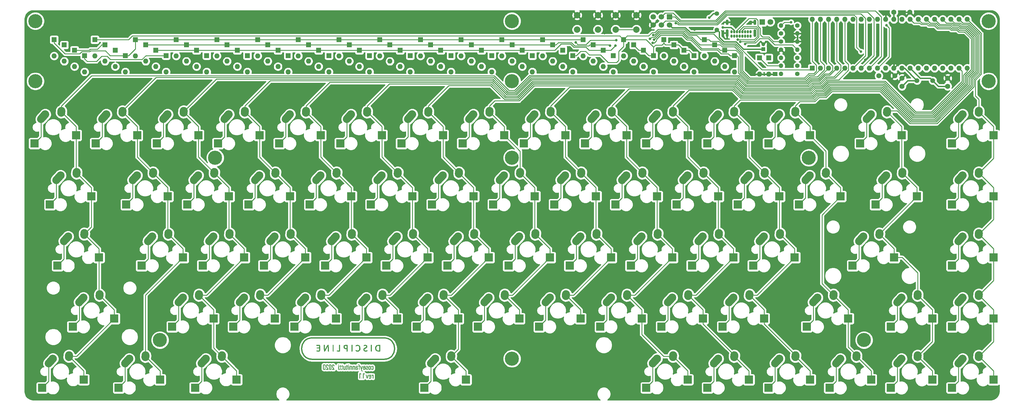
<source format=gbl>
G04 #@! TF.GenerationSoftware,KiCad,Pcbnew,5.1.10-88a1d61d58~90~ubuntu20.04.1*
G04 #@! TF.CreationDate,2021-10-08T00:04:58+03:00*
G04 #@! TF.ProjectId,discipline-pcb,64697363-6970-46c6-996e-652d7063622e,rev?*
G04 #@! TF.SameCoordinates,Original*
G04 #@! TF.FileFunction,Copper,L2,Bot*
G04 #@! TF.FilePolarity,Positive*
%FSLAX46Y46*%
G04 Gerber Fmt 4.6, Leading zero omitted, Abs format (unit mm)*
G04 Created by KiCad (PCBNEW 5.1.10-88a1d61d58~90~ubuntu20.04.1) date 2021-10-08 00:04:58*
%MOMM*%
%LPD*%
G01*
G04 APERTURE LIST*
G04 #@! TA.AperFunction,EtchedComponent*
%ADD10C,0.010000*%
G04 #@! TD*
G04 #@! TA.AperFunction,EtchedComponent*
%ADD11C,0.150000*%
G04 #@! TD*
G04 #@! TA.AperFunction,EtchedComponent*
%ADD12C,0.400000*%
G04 #@! TD*
G04 #@! TA.AperFunction,ComponentPad*
%ADD13C,2.500000*%
G04 #@! TD*
G04 #@! TA.AperFunction,SMDPad,CuDef*
%ADD14R,2.550000X2.500000*%
G04 #@! TD*
G04 #@! TA.AperFunction,ComponentPad*
%ADD15R,1.600000X1.600000*%
G04 #@! TD*
G04 #@! TA.AperFunction,ComponentPad*
%ADD16O,1.600000X1.600000*%
G04 #@! TD*
G04 #@! TA.AperFunction,ComponentPad*
%ADD17C,1.600000*%
G04 #@! TD*
G04 #@! TA.AperFunction,ComponentPad*
%ADD18R,1.200000X1.200000*%
G04 #@! TD*
G04 #@! TA.AperFunction,ComponentPad*
%ADD19C,1.200000*%
G04 #@! TD*
G04 #@! TA.AperFunction,ComponentPad*
%ADD20O,1.400000X1.400000*%
G04 #@! TD*
G04 #@! TA.AperFunction,ComponentPad*
%ADD21C,1.400000*%
G04 #@! TD*
G04 #@! TA.AperFunction,ComponentPad*
%ADD22C,4.400000*%
G04 #@! TD*
G04 #@! TA.AperFunction,ComponentPad*
%ADD23R,1.700000X1.700000*%
G04 #@! TD*
G04 #@! TA.AperFunction,ComponentPad*
%ADD24C,1.700000*%
G04 #@! TD*
G04 #@! TA.AperFunction,ComponentPad*
%ADD25C,1.500000*%
G04 #@! TD*
G04 #@! TA.AperFunction,ComponentPad*
%ADD26C,1.800000*%
G04 #@! TD*
G04 #@! TA.AperFunction,ComponentPad*
%ADD27R,1.800000X1.800000*%
G04 #@! TD*
G04 #@! TA.AperFunction,ComponentPad*
%ADD28O,0.650000X1.000000*%
G04 #@! TD*
G04 #@! TA.AperFunction,ComponentPad*
%ADD29O,0.900000X2.400000*%
G04 #@! TD*
G04 #@! TA.AperFunction,ComponentPad*
%ADD30O,0.900000X1.700000*%
G04 #@! TD*
G04 #@! TA.AperFunction,ComponentPad*
%ADD31C,2.000000*%
G04 #@! TD*
G04 #@! TA.AperFunction,ViaPad*
%ADD32C,0.800000*%
G04 #@! TD*
G04 #@! TA.AperFunction,Conductor*
%ADD33C,0.400000*%
G04 #@! TD*
G04 #@! TA.AperFunction,Conductor*
%ADD34C,0.250000*%
G04 #@! TD*
G04 #@! TA.AperFunction,Conductor*
%ADD35C,0.254000*%
G04 #@! TD*
G04 #@! TA.AperFunction,Conductor*
%ADD36C,0.100000*%
G04 #@! TD*
G04 APERTURE END LIST*
D10*
G36*
X159802689Y-173101000D02*
G01*
X159964967Y-173101000D01*
X159964967Y-171634029D01*
X160099505Y-171718413D01*
X160139158Y-171743230D01*
X160175415Y-171765819D01*
X160206356Y-171784992D01*
X160230061Y-171799561D01*
X160244611Y-171808340D01*
X160247671Y-171810091D01*
X160253451Y-171812505D01*
X160257307Y-171810962D01*
X160259621Y-171803315D01*
X160260773Y-171787416D01*
X160261146Y-171761116D01*
X160261146Y-171734234D01*
X160260991Y-171651083D01*
X160146278Y-171575236D01*
X160031566Y-171499388D01*
X159802689Y-171499388D01*
X159802689Y-173101000D01*
G37*
X159802689Y-173101000D02*
X159964967Y-173101000D01*
X159964967Y-171634029D01*
X160099505Y-171718413D01*
X160139158Y-171743230D01*
X160175415Y-171765819D01*
X160206356Y-171784992D01*
X160230061Y-171799561D01*
X160244611Y-171808340D01*
X160247671Y-171810091D01*
X160253451Y-171812505D01*
X160257307Y-171810962D01*
X160259621Y-171803315D01*
X160260773Y-171787416D01*
X160261146Y-171761116D01*
X160261146Y-171734234D01*
X160260991Y-171651083D01*
X160146278Y-171575236D01*
X160031566Y-171499388D01*
X159802689Y-171499388D01*
X159802689Y-173101000D01*
G36*
X160723065Y-171958173D02*
G01*
X160700033Y-171958930D01*
X160686635Y-171960628D01*
X160680634Y-171963620D01*
X160679793Y-171968264D01*
X160680304Y-171970347D01*
X160682731Y-171978949D01*
X160688637Y-172000092D01*
X160697728Y-172032718D01*
X160709711Y-172075773D01*
X160724292Y-172128198D01*
X160741177Y-172188938D01*
X160760073Y-172256936D01*
X160780684Y-172331134D01*
X160802719Y-172410478D01*
X160825882Y-172493909D01*
X160832824Y-172518916D01*
X160856358Y-172603661D01*
X160878929Y-172684857D01*
X160900233Y-172761421D01*
X160919967Y-172832268D01*
X160937830Y-172896315D01*
X160953518Y-172952477D01*
X160966729Y-172999669D01*
X160977160Y-173036808D01*
X160984508Y-173062809D01*
X160988471Y-173076588D01*
X160988920Y-173078069D01*
X160996173Y-173101000D01*
X161142151Y-173101000D01*
X161149489Y-173078069D01*
X161153177Y-173065703D01*
X161160161Y-173041463D01*
X161170096Y-173006585D01*
X161182636Y-172962302D01*
X161197437Y-172909851D01*
X161214152Y-172850466D01*
X161232438Y-172785382D01*
X161251949Y-172715834D01*
X161272339Y-172643057D01*
X161293265Y-172568285D01*
X161314380Y-172492754D01*
X161335339Y-172417698D01*
X161355798Y-172344353D01*
X161375411Y-172273953D01*
X161393834Y-172207733D01*
X161410720Y-172146929D01*
X161425726Y-172092775D01*
X161438505Y-172046505D01*
X161448713Y-172009356D01*
X161456005Y-171982561D01*
X161460035Y-171967356D01*
X161460745Y-171964295D01*
X161454155Y-171961816D01*
X161436240Y-171959797D01*
X161409786Y-171958454D01*
X161379606Y-171958000D01*
X161347661Y-171958227D01*
X161321636Y-171958844D01*
X161304319Y-171959755D01*
X161298467Y-171960794D01*
X161296780Y-171968149D01*
X161291953Y-171987751D01*
X161284338Y-172018219D01*
X161274287Y-172058170D01*
X161262154Y-172106222D01*
X161248289Y-172160992D01*
X161233044Y-172221098D01*
X161216773Y-172285158D01*
X161199827Y-172351790D01*
X161182558Y-172419610D01*
X161165319Y-172487237D01*
X161148461Y-172553289D01*
X161132337Y-172616382D01*
X161117298Y-172675135D01*
X161103698Y-172728164D01*
X161091888Y-172774089D01*
X161082219Y-172811526D01*
X161075046Y-172839093D01*
X161070719Y-172855408D01*
X161069552Y-172859430D01*
X161067569Y-172853113D01*
X161062444Y-172834266D01*
X161054474Y-172804044D01*
X161043956Y-172763604D01*
X161031190Y-172714099D01*
X161016472Y-172656687D01*
X161000101Y-172592522D01*
X160982374Y-172522760D01*
X160963589Y-172448557D01*
X160960441Y-172436097D01*
X160941295Y-172360294D01*
X160923021Y-172287970D01*
X160905939Y-172220386D01*
X160890367Y-172158802D01*
X160876625Y-172104478D01*
X160865031Y-172058674D01*
X160855904Y-172022651D01*
X160849562Y-171997667D01*
X160846325Y-171984984D01*
X160846188Y-171984458D01*
X160839312Y-171958000D01*
X160757970Y-171958000D01*
X160723065Y-171958173D01*
G37*
X160723065Y-171958173D02*
X160700033Y-171958930D01*
X160686635Y-171960628D01*
X160680634Y-171963620D01*
X160679793Y-171968264D01*
X160680304Y-171970347D01*
X160682731Y-171978949D01*
X160688637Y-172000092D01*
X160697728Y-172032718D01*
X160709711Y-172075773D01*
X160724292Y-172128198D01*
X160741177Y-172188938D01*
X160760073Y-172256936D01*
X160780684Y-172331134D01*
X160802719Y-172410478D01*
X160825882Y-172493909D01*
X160832824Y-172518916D01*
X160856358Y-172603661D01*
X160878929Y-172684857D01*
X160900233Y-172761421D01*
X160919967Y-172832268D01*
X160937830Y-172896315D01*
X160953518Y-172952477D01*
X160966729Y-172999669D01*
X160977160Y-173036808D01*
X160984508Y-173062809D01*
X160988471Y-173076588D01*
X160988920Y-173078069D01*
X160996173Y-173101000D01*
X161142151Y-173101000D01*
X161149489Y-173078069D01*
X161153177Y-173065703D01*
X161160161Y-173041463D01*
X161170096Y-173006585D01*
X161182636Y-172962302D01*
X161197437Y-172909851D01*
X161214152Y-172850466D01*
X161232438Y-172785382D01*
X161251949Y-172715834D01*
X161272339Y-172643057D01*
X161293265Y-172568285D01*
X161314380Y-172492754D01*
X161335339Y-172417698D01*
X161355798Y-172344353D01*
X161375411Y-172273953D01*
X161393834Y-172207733D01*
X161410720Y-172146929D01*
X161425726Y-172092775D01*
X161438505Y-172046505D01*
X161448713Y-172009356D01*
X161456005Y-171982561D01*
X161460035Y-171967356D01*
X161460745Y-171964295D01*
X161454155Y-171961816D01*
X161436240Y-171959797D01*
X161409786Y-171958454D01*
X161379606Y-171958000D01*
X161347661Y-171958227D01*
X161321636Y-171958844D01*
X161304319Y-171959755D01*
X161298467Y-171960794D01*
X161296780Y-171968149D01*
X161291953Y-171987751D01*
X161284338Y-172018219D01*
X161274287Y-172058170D01*
X161262154Y-172106222D01*
X161248289Y-172160992D01*
X161233044Y-172221098D01*
X161216773Y-172285158D01*
X161199827Y-172351790D01*
X161182558Y-172419610D01*
X161165319Y-172487237D01*
X161148461Y-172553289D01*
X161132337Y-172616382D01*
X161117298Y-172675135D01*
X161103698Y-172728164D01*
X161091888Y-172774089D01*
X161082219Y-172811526D01*
X161075046Y-172839093D01*
X161070719Y-172855408D01*
X161069552Y-172859430D01*
X161067569Y-172853113D01*
X161062444Y-172834266D01*
X161054474Y-172804044D01*
X161043956Y-172763604D01*
X161031190Y-172714099D01*
X161016472Y-172656687D01*
X161000101Y-172592522D01*
X160982374Y-172522760D01*
X160963589Y-172448557D01*
X160960441Y-172436097D01*
X160941295Y-172360294D01*
X160923021Y-172287970D01*
X160905939Y-172220386D01*
X160890367Y-172158802D01*
X160876625Y-172104478D01*
X160865031Y-172058674D01*
X160855904Y-172022651D01*
X160849562Y-171997667D01*
X160846325Y-171984984D01*
X160846188Y-171984458D01*
X160839312Y-171958000D01*
X160757970Y-171958000D01*
X160723065Y-171958173D01*
G36*
X162455578Y-172085000D02*
G01*
X162482037Y-172085053D01*
X162545456Y-172090536D01*
X162606478Y-172105947D01*
X162662862Y-172130113D01*
X162712369Y-172161862D01*
X162752756Y-172200023D01*
X162780724Y-172241314D01*
X162787980Y-172255873D01*
X162794141Y-172269737D01*
X162799298Y-172284152D01*
X162803539Y-172300362D01*
X162806955Y-172319614D01*
X162809635Y-172343154D01*
X162811669Y-172372227D01*
X162813146Y-172408080D01*
X162814157Y-172451959D01*
X162814791Y-172505108D01*
X162815138Y-172568774D01*
X162815288Y-172644203D01*
X162815328Y-172721763D01*
X162815412Y-173101000D01*
X162977689Y-173101000D01*
X162977689Y-171958000D01*
X162815412Y-171958000D01*
X162815412Y-172114006D01*
X162770723Y-172069516D01*
X162709074Y-172017476D01*
X162641627Y-171978152D01*
X162568904Y-171951798D01*
X162501279Y-171939566D01*
X162455578Y-171934884D01*
X162455578Y-172085000D01*
G37*
X162455578Y-172085000D02*
X162482037Y-172085053D01*
X162545456Y-172090536D01*
X162606478Y-172105947D01*
X162662862Y-172130113D01*
X162712369Y-172161862D01*
X162752756Y-172200023D01*
X162780724Y-172241314D01*
X162787980Y-172255873D01*
X162794141Y-172269737D01*
X162799298Y-172284152D01*
X162803539Y-172300362D01*
X162806955Y-172319614D01*
X162809635Y-172343154D01*
X162811669Y-172372227D01*
X162813146Y-172408080D01*
X162814157Y-172451959D01*
X162814791Y-172505108D01*
X162815138Y-172568774D01*
X162815288Y-172644203D01*
X162815328Y-172721763D01*
X162815412Y-173101000D01*
X162977689Y-173101000D01*
X162977689Y-171958000D01*
X162815412Y-171958000D01*
X162815412Y-172114006D01*
X162770723Y-172069516D01*
X162709074Y-172017476D01*
X162641627Y-171978152D01*
X162568904Y-171951798D01*
X162501279Y-171939566D01*
X162455578Y-171934884D01*
X162455578Y-172085000D01*
G36*
X161924161Y-171939035D02*
G01*
X161890994Y-171942554D01*
X161857832Y-171947851D01*
X161831449Y-171953828D01*
X161829812Y-171954310D01*
X161781980Y-171974735D01*
X161735612Y-172005329D01*
X161695522Y-172042553D01*
X161675965Y-172067361D01*
X161657626Y-172097070D01*
X161642803Y-172127896D01*
X161631162Y-172161691D01*
X161622371Y-172200304D01*
X161616097Y-172245586D01*
X161612007Y-172299387D01*
X161609770Y-172363557D01*
X161609051Y-172439541D01*
X161608912Y-172593000D01*
X162131023Y-172593000D01*
X162131023Y-172697552D01*
X162130190Y-172752171D01*
X162127323Y-172795424D01*
X162121866Y-172829978D01*
X162113264Y-172858500D01*
X162100964Y-172883658D01*
X162088338Y-172902809D01*
X162057423Y-172934285D01*
X162017813Y-172955098D01*
X161969093Y-172965430D01*
X161940523Y-172966720D01*
X161887904Y-172961517D01*
X161844850Y-172945964D01*
X161811135Y-172919864D01*
X161786531Y-172883021D01*
X161770812Y-172835237D01*
X161767532Y-172817013D01*
X161762532Y-172783500D01*
X161608912Y-172783500D01*
X161608912Y-172817295D01*
X161610844Y-172844151D01*
X161615776Y-172875304D01*
X161619461Y-172891593D01*
X161642047Y-172953800D01*
X161674809Y-173006235D01*
X161717652Y-173048804D01*
X161770486Y-173081412D01*
X161826614Y-173102196D01*
X161866086Y-173109795D01*
X161913525Y-173113867D01*
X161963619Y-173114371D01*
X162011057Y-173111264D01*
X162050530Y-173104506D01*
X162052673Y-173103945D01*
X162114363Y-173080413D01*
X162168149Y-173045500D01*
X162213320Y-172999964D01*
X162249166Y-172944563D01*
X162274976Y-172880055D01*
X162280149Y-172861111D01*
X162282841Y-172842720D01*
X162285131Y-172812191D01*
X162287017Y-172771479D01*
X162288501Y-172722542D01*
X162289583Y-172667333D01*
X162290262Y-172607810D01*
X162290540Y-172545928D01*
X162290416Y-172483643D01*
X162290080Y-172444833D01*
X162132289Y-172444833D01*
X161769711Y-172444833D01*
X161772575Y-172333708D01*
X161773894Y-172290291D01*
X161775521Y-172258200D01*
X161777829Y-172234648D01*
X161781188Y-172216850D01*
X161785971Y-172202021D01*
X161791938Y-172188627D01*
X161817387Y-172146262D01*
X161847391Y-172116464D01*
X161883959Y-172097977D01*
X161929098Y-172089544D01*
X161951628Y-172088695D01*
X161981751Y-172089165D01*
X162002858Y-172091571D01*
X162020024Y-172097092D01*
X162038323Y-172106903D01*
X162043350Y-172109967D01*
X162064577Y-172125125D01*
X162081006Y-172142891D01*
X162096516Y-172167822D01*
X162102800Y-172179779D01*
X162112202Y-172198558D01*
X162118904Y-172214105D01*
X162123428Y-172229433D01*
X162126295Y-172247560D01*
X162128026Y-172271500D01*
X162129143Y-172304269D01*
X162129892Y-172336492D01*
X162132289Y-172444833D01*
X162290080Y-172444833D01*
X162289890Y-172422910D01*
X162288963Y-172365687D01*
X162287635Y-172313927D01*
X162285906Y-172269589D01*
X162283777Y-172234626D01*
X162281247Y-172210996D01*
X162280071Y-172204944D01*
X162256234Y-172133599D01*
X162223277Y-172072741D01*
X162181675Y-172022727D01*
X162131905Y-171983910D01*
X162074443Y-171956649D01*
X162009765Y-171941298D01*
X161938348Y-171938213D01*
X161924161Y-171939035D01*
G37*
X161924161Y-171939035D02*
X161890994Y-171942554D01*
X161857832Y-171947851D01*
X161831449Y-171953828D01*
X161829812Y-171954310D01*
X161781980Y-171974735D01*
X161735612Y-172005329D01*
X161695522Y-172042553D01*
X161675965Y-172067361D01*
X161657626Y-172097070D01*
X161642803Y-172127896D01*
X161631162Y-172161691D01*
X161622371Y-172200304D01*
X161616097Y-172245586D01*
X161612007Y-172299387D01*
X161609770Y-172363557D01*
X161609051Y-172439541D01*
X161608912Y-172593000D01*
X162131023Y-172593000D01*
X162131023Y-172697552D01*
X162130190Y-172752171D01*
X162127323Y-172795424D01*
X162121866Y-172829978D01*
X162113264Y-172858500D01*
X162100964Y-172883658D01*
X162088338Y-172902809D01*
X162057423Y-172934285D01*
X162017813Y-172955098D01*
X161969093Y-172965430D01*
X161940523Y-172966720D01*
X161887904Y-172961517D01*
X161844850Y-172945964D01*
X161811135Y-172919864D01*
X161786531Y-172883021D01*
X161770812Y-172835237D01*
X161767532Y-172817013D01*
X161762532Y-172783500D01*
X161608912Y-172783500D01*
X161608912Y-172817295D01*
X161610844Y-172844151D01*
X161615776Y-172875304D01*
X161619461Y-172891593D01*
X161642047Y-172953800D01*
X161674809Y-173006235D01*
X161717652Y-173048804D01*
X161770486Y-173081412D01*
X161826614Y-173102196D01*
X161866086Y-173109795D01*
X161913525Y-173113867D01*
X161963619Y-173114371D01*
X162011057Y-173111264D01*
X162050530Y-173104506D01*
X162052673Y-173103945D01*
X162114363Y-173080413D01*
X162168149Y-173045500D01*
X162213320Y-172999964D01*
X162249166Y-172944563D01*
X162274976Y-172880055D01*
X162280149Y-172861111D01*
X162282841Y-172842720D01*
X162285131Y-172812191D01*
X162287017Y-172771479D01*
X162288501Y-172722542D01*
X162289583Y-172667333D01*
X162290262Y-172607810D01*
X162290540Y-172545928D01*
X162290416Y-172483643D01*
X162290080Y-172444833D01*
X162132289Y-172444833D01*
X161769711Y-172444833D01*
X161772575Y-172333708D01*
X161773894Y-172290291D01*
X161775521Y-172258200D01*
X161777829Y-172234648D01*
X161781188Y-172216850D01*
X161785971Y-172202021D01*
X161791938Y-172188627D01*
X161817387Y-172146262D01*
X161847391Y-172116464D01*
X161883959Y-172097977D01*
X161929098Y-172089544D01*
X161951628Y-172088695D01*
X161981751Y-172089165D01*
X162002858Y-172091571D01*
X162020024Y-172097092D01*
X162038323Y-172106903D01*
X162043350Y-172109967D01*
X162064577Y-172125125D01*
X162081006Y-172142891D01*
X162096516Y-172167822D01*
X162102800Y-172179779D01*
X162112202Y-172198558D01*
X162118904Y-172214105D01*
X162123428Y-172229433D01*
X162126295Y-172247560D01*
X162128026Y-172271500D01*
X162129143Y-172304269D01*
X162129892Y-172336492D01*
X162132289Y-172444833D01*
X162290080Y-172444833D01*
X162289890Y-172422910D01*
X162288963Y-172365687D01*
X162287635Y-172313927D01*
X162285906Y-172269589D01*
X162283777Y-172234626D01*
X162281247Y-172210996D01*
X162280071Y-172204944D01*
X162256234Y-172133599D01*
X162223277Y-172072741D01*
X162181675Y-172022727D01*
X162131905Y-171983910D01*
X162074443Y-171956649D01*
X162009765Y-171941298D01*
X161938348Y-171938213D01*
X161924161Y-171939035D01*
G36*
X158703628Y-173101000D02*
G01*
X158865906Y-173101000D01*
X158865906Y-171634029D01*
X159000444Y-171718413D01*
X159040097Y-171743230D01*
X159076354Y-171765819D01*
X159107295Y-171784992D01*
X159131000Y-171799561D01*
X159145550Y-171808340D01*
X159148610Y-171810091D01*
X159154390Y-171812505D01*
X159158246Y-171810962D01*
X159160560Y-171803315D01*
X159161712Y-171787416D01*
X159162085Y-171761116D01*
X159162085Y-171734234D01*
X159161930Y-171651083D01*
X159047217Y-171575236D01*
X158932505Y-171499388D01*
X158703628Y-171499388D01*
X158703628Y-173101000D01*
G37*
X158703628Y-173101000D02*
X158865906Y-173101000D01*
X158865906Y-171634029D01*
X159000444Y-171718413D01*
X159040097Y-171743230D01*
X159076354Y-171765819D01*
X159107295Y-171784992D01*
X159131000Y-171799561D01*
X159145550Y-171808340D01*
X159148610Y-171810091D01*
X159154390Y-171812505D01*
X159158246Y-171810962D01*
X159160560Y-171803315D01*
X159161712Y-171787416D01*
X159162085Y-171761116D01*
X159162085Y-171734234D01*
X159161930Y-171651083D01*
X159047217Y-171575236D01*
X158932505Y-171499388D01*
X158703628Y-171499388D01*
X158703628Y-173101000D01*
D11*
X159390996Y-172974204D02*
G75*
G03*
X159390996Y-172974204I-56796J0D01*
G01*
D10*
G36*
X152050609Y-168981966D02*
G01*
X152212886Y-168981966D01*
X152212886Y-168826744D01*
X152050609Y-168826744D01*
X152050609Y-168981966D01*
G37*
X152050609Y-168981966D02*
X152212886Y-168981966D01*
X152212886Y-168826744D01*
X152050609Y-168826744D01*
X152050609Y-168981966D01*
G36*
X155197386Y-168981966D02*
G01*
X155359664Y-168981966D01*
X155359664Y-168826744D01*
X155197386Y-168826744D01*
X155197386Y-168981966D01*
G37*
X155197386Y-168981966D02*
X155359664Y-168981966D01*
X155359664Y-168826744D01*
X155197386Y-168826744D01*
X155197386Y-168981966D01*
G36*
X148592292Y-168749337D02*
G01*
X148548162Y-168752544D01*
X148511555Y-168758314D01*
X148505720Y-168759737D01*
X148441357Y-168783189D01*
X148386526Y-168816959D01*
X148341368Y-168860833D01*
X148306021Y-168914599D01*
X148280626Y-168978043D01*
X148265324Y-169050951D01*
X148260255Y-169133110D01*
X148260256Y-169133661D01*
X148265007Y-169215673D01*
X148279355Y-169297453D01*
X148303900Y-169381200D01*
X148339238Y-169469111D01*
X148367897Y-169528772D01*
X148380727Y-169552785D01*
X148400079Y-169587309D01*
X148425063Y-169630849D01*
X148454788Y-169681907D01*
X148488365Y-169738988D01*
X148524902Y-169800595D01*
X148563510Y-169865233D01*
X148603298Y-169931405D01*
X148643376Y-169997615D01*
X148682853Y-170062366D01*
X148720839Y-170124163D01*
X148754180Y-170177883D01*
X148776195Y-170213161D01*
X148518985Y-170215011D01*
X148261775Y-170216862D01*
X148261775Y-170364855D01*
X148974386Y-170364855D01*
X148974386Y-170233543D01*
X148775860Y-169898796D01*
X148736957Y-169833021D01*
X148698903Y-169768344D01*
X148662562Y-169706253D01*
X148628797Y-169648242D01*
X148598473Y-169595800D01*
X148572453Y-169550418D01*
X148551602Y-169513587D01*
X148536783Y-169486799D01*
X148532818Y-169479383D01*
X148491028Y-169391925D01*
X148459433Y-169308309D01*
X148438160Y-169229386D01*
X148427340Y-169156005D01*
X148427102Y-169089016D01*
X148437573Y-169029271D01*
X148457185Y-168980678D01*
X148483449Y-168942641D01*
X148515208Y-168916483D01*
X148554274Y-168901179D01*
X148602463Y-168895703D01*
X148607497Y-168895657D01*
X148654842Y-168899874D01*
X148694113Y-168913691D01*
X148728795Y-168938612D01*
X148744756Y-168954873D01*
X148771593Y-168991042D01*
X148791595Y-169033251D01*
X148805739Y-169084088D01*
X148814222Y-169138952D01*
X148821984Y-169207744D01*
X148983568Y-169207744D01*
X148979253Y-169135425D01*
X148970596Y-169060926D01*
X148954267Y-168991555D01*
X148931153Y-168930935D01*
X148927507Y-168923513D01*
X148896989Y-168876511D01*
X148856382Y-168833458D01*
X148808977Y-168796965D01*
X148758062Y-168769645D01*
X148716531Y-168756037D01*
X148681805Y-168750990D01*
X148638616Y-168748788D01*
X148592292Y-168749337D01*
G37*
X148592292Y-168749337D02*
X148548162Y-168752544D01*
X148511555Y-168758314D01*
X148505720Y-168759737D01*
X148441357Y-168783189D01*
X148386526Y-168816959D01*
X148341368Y-168860833D01*
X148306021Y-168914599D01*
X148280626Y-168978043D01*
X148265324Y-169050951D01*
X148260255Y-169133110D01*
X148260256Y-169133661D01*
X148265007Y-169215673D01*
X148279355Y-169297453D01*
X148303900Y-169381200D01*
X148339238Y-169469111D01*
X148367897Y-169528772D01*
X148380727Y-169552785D01*
X148400079Y-169587309D01*
X148425063Y-169630849D01*
X148454788Y-169681907D01*
X148488365Y-169738988D01*
X148524902Y-169800595D01*
X148563510Y-169865233D01*
X148603298Y-169931405D01*
X148643376Y-169997615D01*
X148682853Y-170062366D01*
X148720839Y-170124163D01*
X148754180Y-170177883D01*
X148776195Y-170213161D01*
X148518985Y-170215011D01*
X148261775Y-170216862D01*
X148261775Y-170364855D01*
X148974386Y-170364855D01*
X148974386Y-170233543D01*
X148775860Y-169898796D01*
X148736957Y-169833021D01*
X148698903Y-169768344D01*
X148662562Y-169706253D01*
X148628797Y-169648242D01*
X148598473Y-169595800D01*
X148572453Y-169550418D01*
X148551602Y-169513587D01*
X148536783Y-169486799D01*
X148532818Y-169479383D01*
X148491028Y-169391925D01*
X148459433Y-169308309D01*
X148438160Y-169229386D01*
X148427340Y-169156005D01*
X148427102Y-169089016D01*
X148437573Y-169029271D01*
X148457185Y-168980678D01*
X148483449Y-168942641D01*
X148515208Y-168916483D01*
X148554274Y-168901179D01*
X148602463Y-168895703D01*
X148607497Y-168895657D01*
X148654842Y-168899874D01*
X148694113Y-168913691D01*
X148728795Y-168938612D01*
X148744756Y-168954873D01*
X148771593Y-168991042D01*
X148791595Y-169033251D01*
X148805739Y-169084088D01*
X148814222Y-169138952D01*
X148821984Y-169207744D01*
X148983568Y-169207744D01*
X148979253Y-169135425D01*
X148970596Y-169060926D01*
X148954267Y-168991555D01*
X148931153Y-168930935D01*
X148927507Y-168923513D01*
X148896989Y-168876511D01*
X148856382Y-168833458D01*
X148808977Y-168796965D01*
X148758062Y-168769645D01*
X148716531Y-168756037D01*
X148681805Y-168750990D01*
X148638616Y-168748788D01*
X148592292Y-168749337D01*
G36*
X150436156Y-168749187D02*
G01*
X150392026Y-168752237D01*
X150354846Y-168757911D01*
X150347267Y-168759725D01*
X150282636Y-168783249D01*
X150227487Y-168817225D01*
X150181821Y-168861648D01*
X150145642Y-168916517D01*
X150118953Y-168981827D01*
X150112882Y-169003133D01*
X150105767Y-169042923D01*
X150101927Y-169091925D01*
X150101351Y-169145625D01*
X150104031Y-169199512D01*
X150109957Y-169249073D01*
X150113454Y-169267716D01*
X150122014Y-169305020D01*
X150131688Y-169341003D01*
X150143058Y-169376842D01*
X150156707Y-169413715D01*
X150173217Y-169452799D01*
X150193171Y-169495270D01*
X150217150Y-169542305D01*
X150245738Y-169595083D01*
X150279517Y-169654778D01*
X150319070Y-169722569D01*
X150364978Y-169799633D01*
X150417824Y-169887146D01*
X150429421Y-169906244D01*
X150615946Y-170213161D01*
X150359611Y-170215011D01*
X150103275Y-170216862D01*
X150103275Y-170364855D01*
X150815886Y-170364855D01*
X150815824Y-170234327D01*
X150607000Y-169881550D01*
X150567491Y-169814609D01*
X150529108Y-169749207D01*
X150492649Y-169686724D01*
X150458909Y-169628544D01*
X150428687Y-169576048D01*
X150402779Y-169530619D01*
X150381981Y-169493639D01*
X150367091Y-169466490D01*
X150360917Y-169454688D01*
X150323310Y-169372045D01*
X150294879Y-169292417D01*
X150276037Y-169217393D01*
X150267196Y-169148562D01*
X150267827Y-169096393D01*
X150273287Y-169052823D01*
X150281680Y-169018484D01*
X150294525Y-168988566D01*
X150309840Y-168963372D01*
X150339726Y-168929531D01*
X150376291Y-168907506D01*
X150420664Y-168896739D01*
X150447398Y-168895404D01*
X150494752Y-168899573D01*
X150533689Y-168912703D01*
X150567791Y-168936327D01*
X150586256Y-168954873D01*
X150611688Y-168988680D01*
X150630812Y-169027597D01*
X150644680Y-169074429D01*
X150654349Y-169131978D01*
X150655059Y-169137863D01*
X150663258Y-169207744D01*
X150822942Y-169207744D01*
X150822849Y-169160119D01*
X150819888Y-169113914D01*
X150811923Y-169062324D01*
X150800092Y-169010526D01*
X150785533Y-168963693D01*
X150773284Y-168934490D01*
X150739106Y-168879398D01*
X150695328Y-168831621D01*
X150644261Y-168793071D01*
X150588216Y-168765663D01*
X150558359Y-168756566D01*
X150524510Y-168751274D01*
X150482046Y-168748840D01*
X150436156Y-168749187D01*
G37*
X150436156Y-168749187D02*
X150392026Y-168752237D01*
X150354846Y-168757911D01*
X150347267Y-168759725D01*
X150282636Y-168783249D01*
X150227487Y-168817225D01*
X150181821Y-168861648D01*
X150145642Y-168916517D01*
X150118953Y-168981827D01*
X150112882Y-169003133D01*
X150105767Y-169042923D01*
X150101927Y-169091925D01*
X150101351Y-169145625D01*
X150104031Y-169199512D01*
X150109957Y-169249073D01*
X150113454Y-169267716D01*
X150122014Y-169305020D01*
X150131688Y-169341003D01*
X150143058Y-169376842D01*
X150156707Y-169413715D01*
X150173217Y-169452799D01*
X150193171Y-169495270D01*
X150217150Y-169542305D01*
X150245738Y-169595083D01*
X150279517Y-169654778D01*
X150319070Y-169722569D01*
X150364978Y-169799633D01*
X150417824Y-169887146D01*
X150429421Y-169906244D01*
X150615946Y-170213161D01*
X150359611Y-170215011D01*
X150103275Y-170216862D01*
X150103275Y-170364855D01*
X150815886Y-170364855D01*
X150815824Y-170234327D01*
X150607000Y-169881550D01*
X150567491Y-169814609D01*
X150529108Y-169749207D01*
X150492649Y-169686724D01*
X150458909Y-169628544D01*
X150428687Y-169576048D01*
X150402779Y-169530619D01*
X150381981Y-169493639D01*
X150367091Y-169466490D01*
X150360917Y-169454688D01*
X150323310Y-169372045D01*
X150294879Y-169292417D01*
X150276037Y-169217393D01*
X150267196Y-169148562D01*
X150267827Y-169096393D01*
X150273287Y-169052823D01*
X150281680Y-169018484D01*
X150294525Y-168988566D01*
X150309840Y-168963372D01*
X150339726Y-168929531D01*
X150376291Y-168907506D01*
X150420664Y-168896739D01*
X150447398Y-168895404D01*
X150494752Y-168899573D01*
X150533689Y-168912703D01*
X150567791Y-168936327D01*
X150586256Y-168954873D01*
X150611688Y-168988680D01*
X150630812Y-169027597D01*
X150644680Y-169074429D01*
X150654349Y-169131978D01*
X150655059Y-169137863D01*
X150663258Y-169207744D01*
X150822942Y-169207744D01*
X150822849Y-169160119D01*
X150819888Y-169113914D01*
X150811923Y-169062324D01*
X150800092Y-169010526D01*
X150785533Y-168963693D01*
X150773284Y-168934490D01*
X150739106Y-168879398D01*
X150695328Y-168831621D01*
X150644261Y-168793071D01*
X150588216Y-168765663D01*
X150558359Y-168756566D01*
X150524510Y-168751274D01*
X150482046Y-168748840D01*
X150436156Y-168749187D01*
G36*
X152050609Y-170364855D02*
G01*
X152212886Y-170364855D01*
X152212886Y-169221855D01*
X152050609Y-169221855D01*
X152050609Y-170364855D01*
G37*
X152050609Y-170364855D02*
X152212886Y-170364855D01*
X152212886Y-169221855D01*
X152050609Y-169221855D01*
X152050609Y-170364855D01*
G36*
X155197386Y-170364855D02*
G01*
X155359664Y-170364855D01*
X155359664Y-169221855D01*
X155197386Y-169221855D01*
X155197386Y-170364855D01*
G37*
X155197386Y-170364855D02*
X155359664Y-170364855D01*
X155359664Y-169221855D01*
X155197386Y-169221855D01*
X155197386Y-170364855D01*
G36*
X155828859Y-169210793D02*
G01*
X155773467Y-169229516D01*
X155727267Y-169257883D01*
X155689834Y-169296417D01*
X155660749Y-169345646D01*
X155639588Y-169406094D01*
X155628453Y-169460467D01*
X155626621Y-169479989D01*
X155625022Y-169513173D01*
X155623664Y-169559568D01*
X155622554Y-169618727D01*
X155621698Y-169690199D01*
X155621105Y-169773538D01*
X155620782Y-169868293D01*
X155620720Y-169937582D01*
X155620720Y-170364855D01*
X155782997Y-170364855D01*
X155782997Y-169934063D01*
X155783128Y-169830554D01*
X155783518Y-169739681D01*
X155784163Y-169661662D01*
X155785060Y-169596719D01*
X155786206Y-169545069D01*
X155787596Y-169506935D01*
X155789227Y-169482534D01*
X155790524Y-169473688D01*
X155808282Y-169429261D01*
X155836322Y-169394370D01*
X155874268Y-169369302D01*
X155921743Y-169354345D01*
X155951567Y-169350547D01*
X156003241Y-169351612D01*
X156048928Y-169362066D01*
X156086247Y-169381241D01*
X156099387Y-169392250D01*
X156111751Y-169404852D01*
X156122430Y-169417484D01*
X156131550Y-169431230D01*
X156139231Y-169447176D01*
X156145598Y-169466408D01*
X156150772Y-169490013D01*
X156154878Y-169519075D01*
X156158037Y-169554681D01*
X156160372Y-169597916D01*
X156162007Y-169649867D01*
X156163064Y-169711619D01*
X156163666Y-169784257D01*
X156163937Y-169868869D01*
X156163997Y-169963309D01*
X156163997Y-170364855D01*
X156319220Y-170364855D01*
X156319220Y-169221855D01*
X156165761Y-169221855D01*
X156161352Y-169243904D01*
X156158912Y-169263298D01*
X156157311Y-169289833D01*
X156156942Y-169308785D01*
X156156942Y-169351618D01*
X156137012Y-169320250D01*
X156100242Y-169274963D01*
X156054808Y-169240022D01*
X156002174Y-169215947D01*
X155943803Y-169203258D01*
X155881160Y-169202476D01*
X155828859Y-169210793D01*
G37*
X155828859Y-169210793D02*
X155773467Y-169229516D01*
X155727267Y-169257883D01*
X155689834Y-169296417D01*
X155660749Y-169345646D01*
X155639588Y-169406094D01*
X155628453Y-169460467D01*
X155626621Y-169479989D01*
X155625022Y-169513173D01*
X155623664Y-169559568D01*
X155622554Y-169618727D01*
X155621698Y-169690199D01*
X155621105Y-169773538D01*
X155620782Y-169868293D01*
X155620720Y-169937582D01*
X155620720Y-170364855D01*
X155782997Y-170364855D01*
X155782997Y-169934063D01*
X155783128Y-169830554D01*
X155783518Y-169739681D01*
X155784163Y-169661662D01*
X155785060Y-169596719D01*
X155786206Y-169545069D01*
X155787596Y-169506935D01*
X155789227Y-169482534D01*
X155790524Y-169473688D01*
X155808282Y-169429261D01*
X155836322Y-169394370D01*
X155874268Y-169369302D01*
X155921743Y-169354345D01*
X155951567Y-169350547D01*
X156003241Y-169351612D01*
X156048928Y-169362066D01*
X156086247Y-169381241D01*
X156099387Y-169392250D01*
X156111751Y-169404852D01*
X156122430Y-169417484D01*
X156131550Y-169431230D01*
X156139231Y-169447176D01*
X156145598Y-169466408D01*
X156150772Y-169490013D01*
X156154878Y-169519075D01*
X156158037Y-169554681D01*
X156160372Y-169597916D01*
X156162007Y-169649867D01*
X156163064Y-169711619D01*
X156163666Y-169784257D01*
X156163937Y-169868869D01*
X156163997Y-169963309D01*
X156163997Y-170364855D01*
X156319220Y-170364855D01*
X156319220Y-169221855D01*
X156165761Y-169221855D01*
X156161352Y-169243904D01*
X156158912Y-169263298D01*
X156157311Y-169289833D01*
X156156942Y-169308785D01*
X156156942Y-169351618D01*
X156137012Y-169320250D01*
X156100242Y-169274963D01*
X156054808Y-169240022D01*
X156002174Y-169215947D01*
X155943803Y-169203258D01*
X155881160Y-169202476D01*
X155828859Y-169210793D01*
G36*
X156810248Y-169205433D02*
G01*
X156781601Y-169207946D01*
X156757860Y-169212804D01*
X156734440Y-169220673D01*
X156732327Y-169221499D01*
X156685663Y-169246858D01*
X156644287Y-169282779D01*
X156612008Y-169325787D01*
X156606197Y-169336463D01*
X156598599Y-169351949D01*
X156592023Y-169366987D01*
X156586382Y-169382698D01*
X156581590Y-169400203D01*
X156577562Y-169420626D01*
X156574211Y-169445086D01*
X156571450Y-169474707D01*
X156569194Y-169510610D01*
X156567356Y-169553917D01*
X156565850Y-169605749D01*
X156564590Y-169667228D01*
X156563490Y-169739476D01*
X156562462Y-169823615D01*
X156561444Y-169918591D01*
X156556826Y-170364855D01*
X156720884Y-170364855D01*
X156722899Y-169922119D01*
X156723311Y-169828332D01*
X156723712Y-169747574D01*
X156724223Y-169678762D01*
X156724966Y-169620816D01*
X156726062Y-169572652D01*
X156727633Y-169533190D01*
X156729800Y-169501347D01*
X156732684Y-169476041D01*
X156736407Y-169456191D01*
X156741091Y-169440714D01*
X156746856Y-169428530D01*
X156753824Y-169418555D01*
X156762118Y-169409709D01*
X156771857Y-169400908D01*
X156782437Y-169391713D01*
X156818361Y-169367515D01*
X156860350Y-169353637D01*
X156910406Y-169349529D01*
X156932976Y-169350487D01*
X156983667Y-169360119D01*
X157025803Y-169380903D01*
X157058932Y-169412435D01*
X157082600Y-169454313D01*
X157094167Y-169493726D01*
X157096172Y-169509847D01*
X157097882Y-169537040D01*
X157099305Y-169575743D01*
X157100448Y-169626392D01*
X157101320Y-169689428D01*
X157101928Y-169765288D01*
X157102281Y-169854410D01*
X157102386Y-169949754D01*
X157102386Y-170364855D01*
X157264664Y-170364855D01*
X157264664Y-169221855D01*
X157102386Y-169221855D01*
X157102386Y-169358673D01*
X157082114Y-169327306D01*
X157042266Y-169277997D01*
X156993717Y-169239635D01*
X156964803Y-169223993D01*
X156943894Y-169214884D01*
X156925485Y-169209111D01*
X156905267Y-169205957D01*
X156878933Y-169204703D01*
X156848386Y-169204596D01*
X156810248Y-169205433D01*
G37*
X156810248Y-169205433D02*
X156781601Y-169207946D01*
X156757860Y-169212804D01*
X156734440Y-169220673D01*
X156732327Y-169221499D01*
X156685663Y-169246858D01*
X156644287Y-169282779D01*
X156612008Y-169325787D01*
X156606197Y-169336463D01*
X156598599Y-169351949D01*
X156592023Y-169366987D01*
X156586382Y-169382698D01*
X156581590Y-169400203D01*
X156577562Y-169420626D01*
X156574211Y-169445086D01*
X156571450Y-169474707D01*
X156569194Y-169510610D01*
X156567356Y-169553917D01*
X156565850Y-169605749D01*
X156564590Y-169667228D01*
X156563490Y-169739476D01*
X156562462Y-169823615D01*
X156561444Y-169918591D01*
X156556826Y-170364855D01*
X156720884Y-170364855D01*
X156722899Y-169922119D01*
X156723311Y-169828332D01*
X156723712Y-169747574D01*
X156724223Y-169678762D01*
X156724966Y-169620816D01*
X156726062Y-169572652D01*
X156727633Y-169533190D01*
X156729800Y-169501347D01*
X156732684Y-169476041D01*
X156736407Y-169456191D01*
X156741091Y-169440714D01*
X156746856Y-169428530D01*
X156753824Y-169418555D01*
X156762118Y-169409709D01*
X156771857Y-169400908D01*
X156782437Y-169391713D01*
X156818361Y-169367515D01*
X156860350Y-169353637D01*
X156910406Y-169349529D01*
X156932976Y-169350487D01*
X156983667Y-169360119D01*
X157025803Y-169380903D01*
X157058932Y-169412435D01*
X157082600Y-169454313D01*
X157094167Y-169493726D01*
X157096172Y-169509847D01*
X157097882Y-169537040D01*
X157099305Y-169575743D01*
X157100448Y-169626392D01*
X157101320Y-169689428D01*
X157101928Y-169765288D01*
X157102281Y-169854410D01*
X157102386Y-169949754D01*
X157102386Y-170364855D01*
X157264664Y-170364855D01*
X157264664Y-169221855D01*
X157102386Y-169221855D01*
X157102386Y-169358673D01*
X157082114Y-169327306D01*
X157042266Y-169277997D01*
X156993717Y-169239635D01*
X156964803Y-169223993D01*
X156943894Y-169214884D01*
X156925485Y-169209111D01*
X156905267Y-169205957D01*
X156878933Y-169204703D01*
X156848386Y-169204596D01*
X156810248Y-169205433D01*
G36*
X158315942Y-168911411D02*
G01*
X158389566Y-168911411D01*
X158431747Y-168912237D01*
X158463018Y-168915244D01*
X158486512Y-168921227D01*
X158505360Y-168930978D01*
X158522483Y-168945088D01*
X158537919Y-168964275D01*
X158549252Y-168989474D01*
X158556906Y-169022604D01*
X158561303Y-169065580D01*
X158562869Y-169120318D01*
X158562886Y-169127886D01*
X158562886Y-169221855D01*
X158315942Y-169221855D01*
X158315942Y-169355911D01*
X158562886Y-169355911D01*
X158562886Y-170364855D01*
X158725164Y-170364855D01*
X158725164Y-169355911D01*
X158845109Y-169355911D01*
X158845109Y-169221855D01*
X158785136Y-169221855D01*
X158757912Y-169221663D01*
X158736945Y-169221150D01*
X158725530Y-169220413D01*
X158724382Y-169220091D01*
X158723857Y-169212828D01*
X158722875Y-169193729D01*
X158721543Y-169165062D01*
X158719966Y-169129089D01*
X158718382Y-169091327D01*
X158716144Y-169042836D01*
X158713741Y-169005818D01*
X158710844Y-168977635D01*
X158707124Y-168955651D01*
X158702253Y-168937228D01*
X158697499Y-168923781D01*
X158672502Y-168877011D01*
X158636797Y-168834959D01*
X158593735Y-168801164D01*
X158568471Y-168787534D01*
X158549970Y-168779532D01*
X158533283Y-168773853D01*
X158515242Y-168770006D01*
X158492681Y-168767499D01*
X158462432Y-168765840D01*
X158421326Y-168764539D01*
X158420011Y-168764504D01*
X158315942Y-168761706D01*
X158315942Y-168911411D01*
G37*
X158315942Y-168911411D02*
X158389566Y-168911411D01*
X158431747Y-168912237D01*
X158463018Y-168915244D01*
X158486512Y-168921227D01*
X158505360Y-168930978D01*
X158522483Y-168945088D01*
X158537919Y-168964275D01*
X158549252Y-168989474D01*
X158556906Y-169022604D01*
X158561303Y-169065580D01*
X158562869Y-169120318D01*
X158562886Y-169127886D01*
X158562886Y-169221855D01*
X158315942Y-169221855D01*
X158315942Y-169355911D01*
X158562886Y-169355911D01*
X158562886Y-170364855D01*
X158725164Y-170364855D01*
X158725164Y-169355911D01*
X158845109Y-169355911D01*
X158845109Y-169221855D01*
X158785136Y-169221855D01*
X158757912Y-169221663D01*
X158736945Y-169221150D01*
X158725530Y-169220413D01*
X158724382Y-169220091D01*
X158723857Y-169212828D01*
X158722875Y-169193729D01*
X158721543Y-169165062D01*
X158719966Y-169129089D01*
X158718382Y-169091327D01*
X158716144Y-169042836D01*
X158713741Y-169005818D01*
X158710844Y-168977635D01*
X158707124Y-168955651D01*
X158702253Y-168937228D01*
X158697499Y-168923781D01*
X158672502Y-168877011D01*
X158636797Y-168834959D01*
X158593735Y-168801164D01*
X158568471Y-168787534D01*
X158549970Y-168779532D01*
X158533283Y-168773853D01*
X158515242Y-168770006D01*
X158492681Y-168767499D01*
X158462432Y-168765840D01*
X158421326Y-168764539D01*
X158420011Y-168764504D01*
X158315942Y-168761706D01*
X158315942Y-168911411D01*
G36*
X152636220Y-169221855D02*
G01*
X152417497Y-169221855D01*
X152417497Y-169370022D01*
X152636220Y-169370022D01*
X152636220Y-169739551D01*
X152636169Y-169823417D01*
X152635994Y-169894344D01*
X152635665Y-169953507D01*
X152635149Y-170002079D01*
X152634416Y-170041232D01*
X152633433Y-170072140D01*
X152632168Y-170095975D01*
X152630591Y-170113912D01*
X152628670Y-170127122D01*
X152626373Y-170136780D01*
X152625451Y-170139604D01*
X152609225Y-170173231D01*
X152586664Y-170197461D01*
X152556035Y-170213266D01*
X152515603Y-170221620D01*
X152475706Y-170223589D01*
X152417497Y-170223744D01*
X152417497Y-170371911D01*
X152489817Y-170371081D01*
X152524600Y-170370165D01*
X152557962Y-170368395D01*
X152584884Y-170366076D01*
X152594799Y-170364732D01*
X152650571Y-170349482D01*
X152697012Y-170323936D01*
X152734561Y-170287688D01*
X152763654Y-170240330D01*
X152782111Y-170190868D01*
X152784754Y-170180425D01*
X152787012Y-170167882D01*
X152788927Y-170152041D01*
X152790538Y-170131705D01*
X152791888Y-170105677D01*
X152793016Y-170072760D01*
X152793962Y-170031758D01*
X152794769Y-169981473D01*
X152795477Y-169920708D01*
X152796126Y-169848266D01*
X152796757Y-169762951D01*
X152796778Y-169759841D01*
X152799456Y-169370022D01*
X152911386Y-169370022D01*
X152911386Y-169221855D01*
X152798497Y-169221855D01*
X152798497Y-168890244D01*
X152636220Y-168890244D01*
X152636220Y-169221855D01*
G37*
X152636220Y-169221855D02*
X152417497Y-169221855D01*
X152417497Y-169370022D01*
X152636220Y-169370022D01*
X152636220Y-169739551D01*
X152636169Y-169823417D01*
X152635994Y-169894344D01*
X152635665Y-169953507D01*
X152635149Y-170002079D01*
X152634416Y-170041232D01*
X152633433Y-170072140D01*
X152632168Y-170095975D01*
X152630591Y-170113912D01*
X152628670Y-170127122D01*
X152626373Y-170136780D01*
X152625451Y-170139604D01*
X152609225Y-170173231D01*
X152586664Y-170197461D01*
X152556035Y-170213266D01*
X152515603Y-170221620D01*
X152475706Y-170223589D01*
X152417497Y-170223744D01*
X152417497Y-170371911D01*
X152489817Y-170371081D01*
X152524600Y-170370165D01*
X152557962Y-170368395D01*
X152584884Y-170366076D01*
X152594799Y-170364732D01*
X152650571Y-170349482D01*
X152697012Y-170323936D01*
X152734561Y-170287688D01*
X152763654Y-170240330D01*
X152782111Y-170190868D01*
X152784754Y-170180425D01*
X152787012Y-170167882D01*
X152788927Y-170152041D01*
X152790538Y-170131705D01*
X152791888Y-170105677D01*
X152793016Y-170072760D01*
X152793962Y-170031758D01*
X152794769Y-169981473D01*
X152795477Y-169920708D01*
X152796126Y-169848266D01*
X152796757Y-169762951D01*
X152796778Y-169759841D01*
X152799456Y-169370022D01*
X152911386Y-169370022D01*
X152911386Y-169221855D01*
X152798497Y-169221855D01*
X152798497Y-168890244D01*
X152636220Y-168890244D01*
X152636220Y-169221855D01*
G36*
X153228886Y-169221855D02*
G01*
X153010164Y-169221855D01*
X153010164Y-169370022D01*
X153228886Y-169370022D01*
X153228577Y-169742202D01*
X153228472Y-169828059D01*
X153228254Y-169900980D01*
X153227836Y-169962142D01*
X153227132Y-170012720D01*
X153226053Y-170053890D01*
X153224515Y-170086827D01*
X153222429Y-170112707D01*
X153219710Y-170132707D01*
X153216270Y-170148002D01*
X153212022Y-170159766D01*
X153206880Y-170169178D01*
X153200756Y-170177411D01*
X153196043Y-170182874D01*
X153168848Y-170204115D01*
X153131595Y-170217488D01*
X153083370Y-170223285D01*
X153068372Y-170223589D01*
X153010164Y-170223744D01*
X153010164Y-170371911D01*
X153082484Y-170371081D01*
X153117186Y-170370173D01*
X153150389Y-170368425D01*
X153177112Y-170366137D01*
X153186963Y-170364804D01*
X153243148Y-170349307D01*
X153290038Y-170323352D01*
X153327739Y-170286818D01*
X153356356Y-170239581D01*
X153375996Y-170181519D01*
X153384232Y-170136137D01*
X153385518Y-170119225D01*
X153386729Y-170089786D01*
X153387837Y-170049404D01*
X153388817Y-169999664D01*
X153389644Y-169942149D01*
X153390290Y-169878444D01*
X153390729Y-169810133D01*
X153390937Y-169738800D01*
X153390946Y-169728091D01*
X153391164Y-169370022D01*
X153504053Y-169370022D01*
X153504053Y-169221855D01*
X153391164Y-169221855D01*
X153391164Y-168890244D01*
X153228886Y-168890244D01*
X153228886Y-169221855D01*
G37*
X153228886Y-169221855D02*
X153010164Y-169221855D01*
X153010164Y-169370022D01*
X153228886Y-169370022D01*
X153228577Y-169742202D01*
X153228472Y-169828059D01*
X153228254Y-169900980D01*
X153227836Y-169962142D01*
X153227132Y-170012720D01*
X153226053Y-170053890D01*
X153224515Y-170086827D01*
X153222429Y-170112707D01*
X153219710Y-170132707D01*
X153216270Y-170148002D01*
X153212022Y-170159766D01*
X153206880Y-170169178D01*
X153200756Y-170177411D01*
X153196043Y-170182874D01*
X153168848Y-170204115D01*
X153131595Y-170217488D01*
X153083370Y-170223285D01*
X153068372Y-170223589D01*
X153010164Y-170223744D01*
X153010164Y-170371911D01*
X153082484Y-170371081D01*
X153117186Y-170370173D01*
X153150389Y-170368425D01*
X153177112Y-170366137D01*
X153186963Y-170364804D01*
X153243148Y-170349307D01*
X153290038Y-170323352D01*
X153327739Y-170286818D01*
X153356356Y-170239581D01*
X153375996Y-170181519D01*
X153384232Y-170136137D01*
X153385518Y-170119225D01*
X153386729Y-170089786D01*
X153387837Y-170049404D01*
X153388817Y-169999664D01*
X153389644Y-169942149D01*
X153390290Y-169878444D01*
X153390729Y-169810133D01*
X153390937Y-169738800D01*
X153390946Y-169728091D01*
X153391164Y-169370022D01*
X153504053Y-169370022D01*
X153504053Y-169221855D01*
X153391164Y-169221855D01*
X153391164Y-168890244D01*
X153228886Y-168890244D01*
X153228886Y-169221855D01*
G36*
X154744197Y-169054286D02*
G01*
X154742303Y-169218327D01*
X154527109Y-169222223D01*
X154527109Y-169370022D01*
X154746722Y-169370022D01*
X154744512Y-169745730D01*
X154742303Y-170121438D01*
X154725927Y-170154686D01*
X154709450Y-170181718D01*
X154689266Y-170200697D01*
X154662684Y-170212993D01*
X154627009Y-170219980D01*
X154592635Y-170222561D01*
X154527109Y-170225427D01*
X154527109Y-170371911D01*
X154599428Y-170371319D01*
X154635209Y-170370180D01*
X154670543Y-170367623D01*
X154699946Y-170364100D01*
X154710553Y-170362153D01*
X154738261Y-170354705D01*
X154765054Y-170345415D01*
X154775937Y-170340717D01*
X154808551Y-170318596D01*
X154839334Y-170286223D01*
X154865199Y-170247399D01*
X154881509Y-170210715D01*
X154884906Y-170200371D01*
X154887788Y-170190235D01*
X154890205Y-170179089D01*
X154892205Y-170165715D01*
X154893839Y-170148895D01*
X154895154Y-170127411D01*
X154896202Y-170100046D01*
X154897031Y-170065580D01*
X154897690Y-170022797D01*
X154898229Y-169970478D01*
X154898697Y-169907405D01*
X154899143Y-169832360D01*
X154899497Y-169766897D01*
X154901607Y-169370022D01*
X155020997Y-169370022D01*
X155020997Y-169221855D01*
X154901053Y-169221855D01*
X154901053Y-168890244D01*
X154746091Y-168890244D01*
X154744197Y-169054286D01*
G37*
X154744197Y-169054286D02*
X154742303Y-169218327D01*
X154527109Y-169222223D01*
X154527109Y-169370022D01*
X154746722Y-169370022D01*
X154744512Y-169745730D01*
X154742303Y-170121438D01*
X154725927Y-170154686D01*
X154709450Y-170181718D01*
X154689266Y-170200697D01*
X154662684Y-170212993D01*
X154627009Y-170219980D01*
X154592635Y-170222561D01*
X154527109Y-170225427D01*
X154527109Y-170371911D01*
X154599428Y-170371319D01*
X154635209Y-170370180D01*
X154670543Y-170367623D01*
X154699946Y-170364100D01*
X154710553Y-170362153D01*
X154738261Y-170354705D01*
X154765054Y-170345415D01*
X154775937Y-170340717D01*
X154808551Y-170318596D01*
X154839334Y-170286223D01*
X154865199Y-170247399D01*
X154881509Y-170210715D01*
X154884906Y-170200371D01*
X154887788Y-170190235D01*
X154890205Y-170179089D01*
X154892205Y-170165715D01*
X154893839Y-170148895D01*
X154895154Y-170127411D01*
X154896202Y-170100046D01*
X154897031Y-170065580D01*
X154897690Y-170022797D01*
X154898229Y-169970478D01*
X154898697Y-169907405D01*
X154899143Y-169832360D01*
X154899497Y-169766897D01*
X154901607Y-169370022D01*
X155020997Y-169370022D01*
X155020997Y-169221855D01*
X154901053Y-169221855D01*
X154901053Y-168890244D01*
X154746091Y-168890244D01*
X154744197Y-169054286D01*
G36*
X147640662Y-168751424D02*
G01*
X147601017Y-168756261D01*
X147583067Y-168760013D01*
X147520517Y-168782992D01*
X147466179Y-168817154D01*
X147420831Y-168861688D01*
X147385249Y-168915783D01*
X147360211Y-168978628D01*
X147355190Y-168997706D01*
X147353167Y-169008213D01*
X147351413Y-169022022D01*
X147349911Y-169040109D01*
X147348643Y-169063451D01*
X147347591Y-169093025D01*
X147346737Y-169129807D01*
X147346062Y-169174773D01*
X147345550Y-169228900D01*
X147345182Y-169293164D01*
X147344940Y-169368541D01*
X147344806Y-169456009D01*
X147344762Y-169556543D01*
X147344762Y-169564050D01*
X147344775Y-169666992D01*
X147344855Y-169756855D01*
X147345066Y-169834668D01*
X147345469Y-169901464D01*
X147346127Y-169958272D01*
X147347103Y-170006124D01*
X147348458Y-170046051D01*
X147350255Y-170079084D01*
X147352557Y-170106253D01*
X147355425Y-170128591D01*
X147358923Y-170147127D01*
X147363113Y-170162893D01*
X147368056Y-170176920D01*
X147373816Y-170190238D01*
X147380456Y-170203880D01*
X147383902Y-170210705D01*
X147417609Y-170261969D01*
X147462239Y-170305694D01*
X147516029Y-170340521D01*
X147577216Y-170365094D01*
X147588263Y-170368163D01*
X147621778Y-170374065D01*
X147664033Y-170377430D01*
X147710180Y-170378260D01*
X147755371Y-170376556D01*
X147794760Y-170372321D01*
X147815409Y-170368089D01*
X147879223Y-170344908D01*
X147933154Y-170312085D01*
X147977923Y-170268953D01*
X148014253Y-170214848D01*
X148037729Y-170163208D01*
X148053636Y-170121438D01*
X148053636Y-169567577D01*
X148053623Y-169465796D01*
X148053566Y-169377141D01*
X148053489Y-169327935D01*
X147901094Y-169327935D01*
X147901066Y-169404590D01*
X147900817Y-169493331D01*
X147900403Y-169592272D01*
X147899943Y-169687717D01*
X147899480Y-169770090D01*
X147898986Y-169840434D01*
X147898430Y-169899786D01*
X147897785Y-169949188D01*
X147897019Y-169989680D01*
X147896105Y-170022302D01*
X147895012Y-170048094D01*
X147893711Y-170068096D01*
X147892173Y-170083348D01*
X147890368Y-170094891D01*
X147888267Y-170103765D01*
X147885841Y-170111010D01*
X147885749Y-170111250D01*
X147861636Y-170157301D01*
X147829152Y-170192085D01*
X147788113Y-170215721D01*
X147738336Y-170228326D01*
X147700859Y-170230662D01*
X147666440Y-170229540D01*
X147640328Y-170225487D01*
X147616846Y-170217471D01*
X147609136Y-170213984D01*
X147571041Y-170190869D01*
X147542029Y-170160601D01*
X147519556Y-170121438D01*
X147503303Y-170086161D01*
X147503303Y-169041938D01*
X147520022Y-169004956D01*
X147544388Y-168965591D01*
X147577821Y-168931898D01*
X147616187Y-168908006D01*
X147617799Y-168907298D01*
X147644681Y-168900012D01*
X147679827Y-168896258D01*
X147717889Y-168896043D01*
X147753519Y-168899371D01*
X147781370Y-168906249D01*
X147783499Y-168907123D01*
X147817877Y-168927261D01*
X147849050Y-168954984D01*
X147871932Y-168985673D01*
X147873748Y-168989076D01*
X147879159Y-169000480D01*
X147883849Y-169012686D01*
X147887864Y-169026722D01*
X147891248Y-169043612D01*
X147894048Y-169064382D01*
X147896307Y-169090059D01*
X147898072Y-169121667D01*
X147899388Y-169160233D01*
X147900300Y-169206783D01*
X147900853Y-169262341D01*
X147901094Y-169327935D01*
X148053489Y-169327935D01*
X148053446Y-169300626D01*
X148053238Y-169235268D01*
X148052922Y-169180080D01*
X148052475Y-169134078D01*
X148051875Y-169096277D01*
X148051099Y-169065691D01*
X148050126Y-169041336D01*
X148048934Y-169022226D01*
X148047501Y-169007377D01*
X148045803Y-168995803D01*
X148043820Y-168986519D01*
X148041529Y-168978540D01*
X148040322Y-168974911D01*
X148023282Y-168930576D01*
X148004889Y-168895259D01*
X147982241Y-168863948D01*
X147964462Y-168844006D01*
X147924021Y-168809625D01*
X147874475Y-168780808D01*
X147820520Y-168760167D01*
X147807692Y-168756782D01*
X147774466Y-168751595D01*
X147732286Y-168749021D01*
X147686051Y-168748987D01*
X147640662Y-168751424D01*
G37*
X147640662Y-168751424D02*
X147601017Y-168756261D01*
X147583067Y-168760013D01*
X147520517Y-168782992D01*
X147466179Y-168817154D01*
X147420831Y-168861688D01*
X147385249Y-168915783D01*
X147360211Y-168978628D01*
X147355190Y-168997706D01*
X147353167Y-169008213D01*
X147351413Y-169022022D01*
X147349911Y-169040109D01*
X147348643Y-169063451D01*
X147347591Y-169093025D01*
X147346737Y-169129807D01*
X147346062Y-169174773D01*
X147345550Y-169228900D01*
X147345182Y-169293164D01*
X147344940Y-169368541D01*
X147344806Y-169456009D01*
X147344762Y-169556543D01*
X147344762Y-169564050D01*
X147344775Y-169666992D01*
X147344855Y-169756855D01*
X147345066Y-169834668D01*
X147345469Y-169901464D01*
X147346127Y-169958272D01*
X147347103Y-170006124D01*
X147348458Y-170046051D01*
X147350255Y-170079084D01*
X147352557Y-170106253D01*
X147355425Y-170128591D01*
X147358923Y-170147127D01*
X147363113Y-170162893D01*
X147368056Y-170176920D01*
X147373816Y-170190238D01*
X147380456Y-170203880D01*
X147383902Y-170210705D01*
X147417609Y-170261969D01*
X147462239Y-170305694D01*
X147516029Y-170340521D01*
X147577216Y-170365094D01*
X147588263Y-170368163D01*
X147621778Y-170374065D01*
X147664033Y-170377430D01*
X147710180Y-170378260D01*
X147755371Y-170376556D01*
X147794760Y-170372321D01*
X147815409Y-170368089D01*
X147879223Y-170344908D01*
X147933154Y-170312085D01*
X147977923Y-170268953D01*
X148014253Y-170214848D01*
X148037729Y-170163208D01*
X148053636Y-170121438D01*
X148053636Y-169567577D01*
X148053623Y-169465796D01*
X148053566Y-169377141D01*
X148053489Y-169327935D01*
X147901094Y-169327935D01*
X147901066Y-169404590D01*
X147900817Y-169493331D01*
X147900403Y-169592272D01*
X147899943Y-169687717D01*
X147899480Y-169770090D01*
X147898986Y-169840434D01*
X147898430Y-169899786D01*
X147897785Y-169949188D01*
X147897019Y-169989680D01*
X147896105Y-170022302D01*
X147895012Y-170048094D01*
X147893711Y-170068096D01*
X147892173Y-170083348D01*
X147890368Y-170094891D01*
X147888267Y-170103765D01*
X147885841Y-170111010D01*
X147885749Y-170111250D01*
X147861636Y-170157301D01*
X147829152Y-170192085D01*
X147788113Y-170215721D01*
X147738336Y-170228326D01*
X147700859Y-170230662D01*
X147666440Y-170229540D01*
X147640328Y-170225487D01*
X147616846Y-170217471D01*
X147609136Y-170213984D01*
X147571041Y-170190869D01*
X147542029Y-170160601D01*
X147519556Y-170121438D01*
X147503303Y-170086161D01*
X147503303Y-169041938D01*
X147520022Y-169004956D01*
X147544388Y-168965591D01*
X147577821Y-168931898D01*
X147616187Y-168908006D01*
X147617799Y-168907298D01*
X147644681Y-168900012D01*
X147679827Y-168896258D01*
X147717889Y-168896043D01*
X147753519Y-168899371D01*
X147781370Y-168906249D01*
X147783499Y-168907123D01*
X147817877Y-168927261D01*
X147849050Y-168954984D01*
X147871932Y-168985673D01*
X147873748Y-168989076D01*
X147879159Y-169000480D01*
X147883849Y-169012686D01*
X147887864Y-169026722D01*
X147891248Y-169043612D01*
X147894048Y-169064382D01*
X147896307Y-169090059D01*
X147898072Y-169121667D01*
X147899388Y-169160233D01*
X147900300Y-169206783D01*
X147900853Y-169262341D01*
X147901094Y-169327935D01*
X148053489Y-169327935D01*
X148053446Y-169300626D01*
X148053238Y-169235268D01*
X148052922Y-169180080D01*
X148052475Y-169134078D01*
X148051875Y-169096277D01*
X148051099Y-169065691D01*
X148050126Y-169041336D01*
X148048934Y-169022226D01*
X148047501Y-169007377D01*
X148045803Y-168995803D01*
X148043820Y-168986519D01*
X148041529Y-168978540D01*
X148040322Y-168974911D01*
X148023282Y-168930576D01*
X148004889Y-168895259D01*
X147982241Y-168863948D01*
X147964462Y-168844006D01*
X147924021Y-168809625D01*
X147874475Y-168780808D01*
X147820520Y-168760167D01*
X147807692Y-168756782D01*
X147774466Y-168751595D01*
X147732286Y-168749021D01*
X147686051Y-168748987D01*
X147640662Y-168751424D01*
G36*
X149474171Y-168751622D02*
G01*
X149418864Y-168760894D01*
X149371012Y-168777453D01*
X149327806Y-168802286D01*
X149286439Y-168836377D01*
X149284543Y-168838176D01*
X149244400Y-168885188D01*
X149214434Y-168940449D01*
X149196692Y-168993474D01*
X149194440Y-169009400D01*
X149192427Y-169038035D01*
X149190652Y-169077978D01*
X149189116Y-169127830D01*
X149187818Y-169186190D01*
X149186758Y-169251659D01*
X149185935Y-169322835D01*
X149185349Y-169398319D01*
X149185000Y-169476711D01*
X149184887Y-169556610D01*
X149185012Y-169636617D01*
X149185372Y-169715330D01*
X149185968Y-169791350D01*
X149186799Y-169863277D01*
X149187866Y-169929711D01*
X149189167Y-169989251D01*
X149190704Y-170040497D01*
X149192475Y-170082048D01*
X149194480Y-170112506D01*
X149196718Y-170130469D01*
X149196917Y-170131365D01*
X149218820Y-170196178D01*
X149251654Y-170252209D01*
X149294933Y-170298962D01*
X149348168Y-170335945D01*
X149410872Y-170362664D01*
X149431207Y-170368539D01*
X149464296Y-170374295D01*
X149506317Y-170377513D01*
X149552385Y-170378209D01*
X149597613Y-170376397D01*
X149637114Y-170372094D01*
X149657983Y-170367815D01*
X149715431Y-170346308D01*
X149768134Y-170314868D01*
X149813377Y-170275580D01*
X149848442Y-170230530D01*
X149857334Y-170214722D01*
X149866095Y-170194003D01*
X149875877Y-170165510D01*
X149884630Y-170135241D01*
X149884988Y-170133850D01*
X149887587Y-170123087D01*
X149889835Y-170111856D01*
X149891757Y-170099102D01*
X149893380Y-170083770D01*
X149894727Y-170064803D01*
X149895825Y-170041148D01*
X149896699Y-170011748D01*
X149897374Y-169975548D01*
X149897875Y-169931493D01*
X149898228Y-169878527D01*
X149898458Y-169815596D01*
X149898590Y-169741644D01*
X149898651Y-169655615D01*
X149898664Y-169564050D01*
X149898650Y-169465954D01*
X149898589Y-169380912D01*
X149898455Y-169307866D01*
X149898224Y-169245758D01*
X149897868Y-169193531D01*
X149897363Y-169150127D01*
X149896682Y-169114489D01*
X149895800Y-169085558D01*
X149894690Y-169062277D01*
X149893722Y-169048994D01*
X149739914Y-169048994D01*
X149739914Y-169560522D01*
X149739894Y-169658456D01*
X149739816Y-169743300D01*
X149739659Y-169816072D01*
X149739399Y-169877792D01*
X149739014Y-169929481D01*
X149738479Y-169972158D01*
X149737771Y-170006843D01*
X149736869Y-170034556D01*
X149735748Y-170056317D01*
X149734385Y-170073146D01*
X149732757Y-170086062D01*
X149730842Y-170096086D01*
X149728616Y-170104237D01*
X149727512Y-170107551D01*
X149704985Y-170154090D01*
X149673740Y-170189579D01*
X149633691Y-170214076D01*
X149584754Y-170227635D01*
X149542359Y-170230662D01*
X149507940Y-170229540D01*
X149481828Y-170225487D01*
X149458346Y-170217471D01*
X149450636Y-170213984D01*
X149412541Y-170190869D01*
X149383529Y-170160601D01*
X149361056Y-170121438D01*
X149344803Y-170086161D01*
X149344803Y-169041938D01*
X149361477Y-169005059D01*
X149382000Y-168970812D01*
X149409702Y-168939800D01*
X149440728Y-168915793D01*
X149464423Y-168904462D01*
X149498222Y-168897487D01*
X149538900Y-168895208D01*
X149580015Y-168897658D01*
X149611221Y-168903690D01*
X149651198Y-168922001D01*
X149686571Y-168951432D01*
X149714222Y-168989068D01*
X149723618Y-169008653D01*
X149739914Y-169048994D01*
X149893722Y-169048994D01*
X149893327Y-169043589D01*
X149891684Y-169028436D01*
X149889737Y-169015760D01*
X149887459Y-169004505D01*
X149884824Y-168993611D01*
X149884707Y-168993152D01*
X149866179Y-168935771D01*
X149841874Y-168888609D01*
X149809908Y-168848319D01*
X149794878Y-168833674D01*
X149751100Y-168799413D01*
X149704064Y-168774646D01*
X149651261Y-168758535D01*
X149590186Y-168750246D01*
X149539741Y-168748652D01*
X149474171Y-168751622D01*
G37*
X149474171Y-168751622D02*
X149418864Y-168760894D01*
X149371012Y-168777453D01*
X149327806Y-168802286D01*
X149286439Y-168836377D01*
X149284543Y-168838176D01*
X149244400Y-168885188D01*
X149214434Y-168940449D01*
X149196692Y-168993474D01*
X149194440Y-169009400D01*
X149192427Y-169038035D01*
X149190652Y-169077978D01*
X149189116Y-169127830D01*
X149187818Y-169186190D01*
X149186758Y-169251659D01*
X149185935Y-169322835D01*
X149185349Y-169398319D01*
X149185000Y-169476711D01*
X149184887Y-169556610D01*
X149185012Y-169636617D01*
X149185372Y-169715330D01*
X149185968Y-169791350D01*
X149186799Y-169863277D01*
X149187866Y-169929711D01*
X149189167Y-169989251D01*
X149190704Y-170040497D01*
X149192475Y-170082048D01*
X149194480Y-170112506D01*
X149196718Y-170130469D01*
X149196917Y-170131365D01*
X149218820Y-170196178D01*
X149251654Y-170252209D01*
X149294933Y-170298962D01*
X149348168Y-170335945D01*
X149410872Y-170362664D01*
X149431207Y-170368539D01*
X149464296Y-170374295D01*
X149506317Y-170377513D01*
X149552385Y-170378209D01*
X149597613Y-170376397D01*
X149637114Y-170372094D01*
X149657983Y-170367815D01*
X149715431Y-170346308D01*
X149768134Y-170314868D01*
X149813377Y-170275580D01*
X149848442Y-170230530D01*
X149857334Y-170214722D01*
X149866095Y-170194003D01*
X149875877Y-170165510D01*
X149884630Y-170135241D01*
X149884988Y-170133850D01*
X149887587Y-170123087D01*
X149889835Y-170111856D01*
X149891757Y-170099102D01*
X149893380Y-170083770D01*
X149894727Y-170064803D01*
X149895825Y-170041148D01*
X149896699Y-170011748D01*
X149897374Y-169975548D01*
X149897875Y-169931493D01*
X149898228Y-169878527D01*
X149898458Y-169815596D01*
X149898590Y-169741644D01*
X149898651Y-169655615D01*
X149898664Y-169564050D01*
X149898650Y-169465954D01*
X149898589Y-169380912D01*
X149898455Y-169307866D01*
X149898224Y-169245758D01*
X149897868Y-169193531D01*
X149897363Y-169150127D01*
X149896682Y-169114489D01*
X149895800Y-169085558D01*
X149894690Y-169062277D01*
X149893722Y-169048994D01*
X149739914Y-169048994D01*
X149739914Y-169560522D01*
X149739894Y-169658456D01*
X149739816Y-169743300D01*
X149739659Y-169816072D01*
X149739399Y-169877792D01*
X149739014Y-169929481D01*
X149738479Y-169972158D01*
X149737771Y-170006843D01*
X149736869Y-170034556D01*
X149735748Y-170056317D01*
X149734385Y-170073146D01*
X149732757Y-170086062D01*
X149730842Y-170096086D01*
X149728616Y-170104237D01*
X149727512Y-170107551D01*
X149704985Y-170154090D01*
X149673740Y-170189579D01*
X149633691Y-170214076D01*
X149584754Y-170227635D01*
X149542359Y-170230662D01*
X149507940Y-170229540D01*
X149481828Y-170225487D01*
X149458346Y-170217471D01*
X149450636Y-170213984D01*
X149412541Y-170190869D01*
X149383529Y-170160601D01*
X149361056Y-170121438D01*
X149344803Y-170086161D01*
X149344803Y-169041938D01*
X149361477Y-169005059D01*
X149382000Y-168970812D01*
X149409702Y-168939800D01*
X149440728Y-168915793D01*
X149464423Y-168904462D01*
X149498222Y-168897487D01*
X149538900Y-168895208D01*
X149580015Y-168897658D01*
X149611221Y-168903690D01*
X149651198Y-168922001D01*
X149686571Y-168951432D01*
X149714222Y-168989068D01*
X149723618Y-169008653D01*
X149739914Y-169048994D01*
X149893722Y-169048994D01*
X149893327Y-169043589D01*
X149891684Y-169028436D01*
X149889737Y-169015760D01*
X149887459Y-169004505D01*
X149884824Y-168993611D01*
X149884707Y-168993152D01*
X149866179Y-168935771D01*
X149841874Y-168888609D01*
X149809908Y-168848319D01*
X149794878Y-168833674D01*
X149751100Y-168799413D01*
X149704064Y-168774646D01*
X149651261Y-168758535D01*
X149590186Y-168750246D01*
X149539741Y-168748652D01*
X149474171Y-168751622D01*
G36*
X154181386Y-169654491D02*
G01*
X154181365Y-169748438D01*
X154181243Y-169829356D01*
X154180936Y-169898327D01*
X154180359Y-169956434D01*
X154179428Y-170004759D01*
X154178059Y-170044384D01*
X154176165Y-170076391D01*
X154173664Y-170101862D01*
X154170469Y-170121880D01*
X154166497Y-170137527D01*
X154161662Y-170149885D01*
X154155879Y-170160036D01*
X154149065Y-170169063D01*
X154141135Y-170178047D01*
X154140343Y-170178914D01*
X154117624Y-170200184D01*
X154093107Y-170214616D01*
X154063191Y-170223573D01*
X154024281Y-170228415D01*
X154006787Y-170229441D01*
X153974655Y-170230549D01*
X153951995Y-170229826D01*
X153934211Y-170226567D01*
X153916708Y-170220067D01*
X153902708Y-170213478D01*
X153874793Y-170197039D01*
X153855136Y-170177544D01*
X153844474Y-170161484D01*
X153825081Y-170128494D01*
X153823118Y-169675175D01*
X153821155Y-169221855D01*
X153659275Y-169221855D01*
X153659275Y-170364855D01*
X153820982Y-170364855D01*
X153823032Y-170307780D01*
X153825081Y-170250705D01*
X153847265Y-170282233D01*
X153882344Y-170320422D01*
X153926978Y-170350434D01*
X153969435Y-170367645D01*
X154005366Y-170374737D01*
X154048531Y-170377955D01*
X154093193Y-170377288D01*
X154133612Y-170372728D01*
X154154130Y-170367911D01*
X154205576Y-170344868D01*
X154249998Y-170309674D01*
X154287201Y-170262522D01*
X154316732Y-170204254D01*
X154333081Y-170163772D01*
X154335127Y-169692813D01*
X154337173Y-169221855D01*
X154181386Y-169221855D01*
X154181386Y-169654491D01*
G37*
X154181386Y-169654491D02*
X154181365Y-169748438D01*
X154181243Y-169829356D01*
X154180936Y-169898327D01*
X154180359Y-169956434D01*
X154179428Y-170004759D01*
X154178059Y-170044384D01*
X154176165Y-170076391D01*
X154173664Y-170101862D01*
X154170469Y-170121880D01*
X154166497Y-170137527D01*
X154161662Y-170149885D01*
X154155879Y-170160036D01*
X154149065Y-170169063D01*
X154141135Y-170178047D01*
X154140343Y-170178914D01*
X154117624Y-170200184D01*
X154093107Y-170214616D01*
X154063191Y-170223573D01*
X154024281Y-170228415D01*
X154006787Y-170229441D01*
X153974655Y-170230549D01*
X153951995Y-170229826D01*
X153934211Y-170226567D01*
X153916708Y-170220067D01*
X153902708Y-170213478D01*
X153874793Y-170197039D01*
X153855136Y-170177544D01*
X153844474Y-170161484D01*
X153825081Y-170128494D01*
X153823118Y-169675175D01*
X153821155Y-169221855D01*
X153659275Y-169221855D01*
X153659275Y-170364855D01*
X153820982Y-170364855D01*
X153823032Y-170307780D01*
X153825081Y-170250705D01*
X153847265Y-170282233D01*
X153882344Y-170320422D01*
X153926978Y-170350434D01*
X153969435Y-170367645D01*
X154005366Y-170374737D01*
X154048531Y-170377955D01*
X154093193Y-170377288D01*
X154133612Y-170372728D01*
X154154130Y-170367911D01*
X154205576Y-170344868D01*
X154249998Y-170309674D01*
X154287201Y-170262522D01*
X154316732Y-170204254D01*
X154333081Y-170163772D01*
X154335127Y-169692813D01*
X154337173Y-169221855D01*
X154181386Y-169221855D01*
X154181386Y-169654491D01*
G36*
X157745243Y-169212302D02*
G01*
X157682068Y-169231194D01*
X157628436Y-169260064D01*
X157583781Y-169299285D01*
X157547538Y-169349230D01*
X157524081Y-169397501D01*
X157520900Y-169405535D01*
X157518166Y-169413468D01*
X157515841Y-169422389D01*
X157513886Y-169433391D01*
X157512261Y-169447563D01*
X157510927Y-169465995D01*
X157509845Y-169489779D01*
X157508976Y-169520004D01*
X157508281Y-169557762D01*
X157507720Y-169604142D01*
X157507256Y-169660235D01*
X157506848Y-169727132D01*
X157506457Y-169805923D01*
X157506045Y-169897698D01*
X157506031Y-169900952D01*
X157503981Y-170364855D01*
X157652720Y-170364855D01*
X157652720Y-170263960D01*
X157673589Y-170292769D01*
X157704153Y-170324159D01*
X157745217Y-170350029D01*
X157793619Y-170368405D01*
X157795496Y-170368912D01*
X157825141Y-170374112D01*
X157863622Y-170377129D01*
X157906162Y-170377964D01*
X157947984Y-170376616D01*
X157984312Y-170373087D01*
X158005497Y-170368893D01*
X158060539Y-170347761D01*
X158105881Y-170317400D01*
X158141752Y-170277434D01*
X158168378Y-170227487D01*
X158185988Y-170167183D01*
X158194808Y-170096146D01*
X158195997Y-170054057D01*
X158195676Y-170047355D01*
X158050457Y-170047355D01*
X158047986Y-170106326D01*
X158038805Y-170154041D01*
X158022374Y-170191937D01*
X157998154Y-170221448D01*
X157979637Y-170235740D01*
X157945123Y-170251484D01*
X157902282Y-170260694D01*
X157855383Y-170263198D01*
X157808694Y-170258825D01*
X157766484Y-170247403D01*
X157759646Y-170244566D01*
X157721828Y-170222982D01*
X157693813Y-170194663D01*
X157672720Y-170157651D01*
X157667481Y-170145224D01*
X157663453Y-170132799D01*
X157660440Y-170118282D01*
X157658246Y-170099580D01*
X157656677Y-170074601D01*
X157655537Y-170041253D01*
X157654631Y-169997443D01*
X157653994Y-169956839D01*
X157651571Y-169792240D01*
X157784437Y-169794562D01*
X157830933Y-169795437D01*
X157865681Y-169796414D01*
X157891044Y-169797802D01*
X157909383Y-169799914D01*
X157923061Y-169803061D01*
X157934440Y-169807552D01*
X157945881Y-169813701D01*
X157950578Y-169816443D01*
X157987025Y-169844148D01*
X158014765Y-169879835D01*
X158034266Y-169924592D01*
X158046000Y-169979504D01*
X158050437Y-170045660D01*
X158050457Y-170047355D01*
X158195676Y-170047355D01*
X158192303Y-169977060D01*
X158180910Y-169910708D01*
X158161357Y-169853528D01*
X158133178Y-169804050D01*
X158107318Y-169772400D01*
X158081150Y-169746997D01*
X158053902Y-169726597D01*
X158023595Y-169710600D01*
X157988251Y-169698410D01*
X157945890Y-169689427D01*
X157894534Y-169683054D01*
X157832203Y-169678691D01*
X157791412Y-169676891D01*
X157651487Y-169671644D01*
X157653986Y-169564930D01*
X157655213Y-169522263D01*
X157656826Y-169490981D01*
X157659179Y-169468360D01*
X157662629Y-169451673D01*
X157667530Y-169438196D01*
X157671595Y-169429994D01*
X157698700Y-169390815D01*
X157732770Y-169362701D01*
X157775193Y-169344835D01*
X157827357Y-169336401D01*
X157830991Y-169336167D01*
X157878283Y-169336541D01*
X157916260Y-169344689D01*
X157948046Y-169361725D01*
X157975904Y-169387777D01*
X158003513Y-169428842D01*
X158017634Y-169473865D01*
X158019609Y-169499604D01*
X158019609Y-169525244D01*
X158174831Y-169525244D01*
X158174727Y-169498786D01*
X158172997Y-169477498D01*
X158168622Y-169449496D01*
X158163956Y-169427077D01*
X158143068Y-169366278D01*
X158111539Y-169314346D01*
X158070046Y-169271720D01*
X158019264Y-169238838D01*
X157959870Y-169216140D01*
X157892540Y-169204064D01*
X157818525Y-169203014D01*
X157745243Y-169212302D01*
G37*
X157745243Y-169212302D02*
X157682068Y-169231194D01*
X157628436Y-169260064D01*
X157583781Y-169299285D01*
X157547538Y-169349230D01*
X157524081Y-169397501D01*
X157520900Y-169405535D01*
X157518166Y-169413468D01*
X157515841Y-169422389D01*
X157513886Y-169433391D01*
X157512261Y-169447563D01*
X157510927Y-169465995D01*
X157509845Y-169489779D01*
X157508976Y-169520004D01*
X157508281Y-169557762D01*
X157507720Y-169604142D01*
X157507256Y-169660235D01*
X157506848Y-169727132D01*
X157506457Y-169805923D01*
X157506045Y-169897698D01*
X157506031Y-169900952D01*
X157503981Y-170364855D01*
X157652720Y-170364855D01*
X157652720Y-170263960D01*
X157673589Y-170292769D01*
X157704153Y-170324159D01*
X157745217Y-170350029D01*
X157793619Y-170368405D01*
X157795496Y-170368912D01*
X157825141Y-170374112D01*
X157863622Y-170377129D01*
X157906162Y-170377964D01*
X157947984Y-170376616D01*
X157984312Y-170373087D01*
X158005497Y-170368893D01*
X158060539Y-170347761D01*
X158105881Y-170317400D01*
X158141752Y-170277434D01*
X158168378Y-170227487D01*
X158185988Y-170167183D01*
X158194808Y-170096146D01*
X158195997Y-170054057D01*
X158195676Y-170047355D01*
X158050457Y-170047355D01*
X158047986Y-170106326D01*
X158038805Y-170154041D01*
X158022374Y-170191937D01*
X157998154Y-170221448D01*
X157979637Y-170235740D01*
X157945123Y-170251484D01*
X157902282Y-170260694D01*
X157855383Y-170263198D01*
X157808694Y-170258825D01*
X157766484Y-170247403D01*
X157759646Y-170244566D01*
X157721828Y-170222982D01*
X157693813Y-170194663D01*
X157672720Y-170157651D01*
X157667481Y-170145224D01*
X157663453Y-170132799D01*
X157660440Y-170118282D01*
X157658246Y-170099580D01*
X157656677Y-170074601D01*
X157655537Y-170041253D01*
X157654631Y-169997443D01*
X157653994Y-169956839D01*
X157651571Y-169792240D01*
X157784437Y-169794562D01*
X157830933Y-169795437D01*
X157865681Y-169796414D01*
X157891044Y-169797802D01*
X157909383Y-169799914D01*
X157923061Y-169803061D01*
X157934440Y-169807552D01*
X157945881Y-169813701D01*
X157950578Y-169816443D01*
X157987025Y-169844148D01*
X158014765Y-169879835D01*
X158034266Y-169924592D01*
X158046000Y-169979504D01*
X158050437Y-170045660D01*
X158050457Y-170047355D01*
X158195676Y-170047355D01*
X158192303Y-169977060D01*
X158180910Y-169910708D01*
X158161357Y-169853528D01*
X158133178Y-169804050D01*
X158107318Y-169772400D01*
X158081150Y-169746997D01*
X158053902Y-169726597D01*
X158023595Y-169710600D01*
X157988251Y-169698410D01*
X157945890Y-169689427D01*
X157894534Y-169683054D01*
X157832203Y-169678691D01*
X157791412Y-169676891D01*
X157651487Y-169671644D01*
X157653986Y-169564930D01*
X157655213Y-169522263D01*
X157656826Y-169490981D01*
X157659179Y-169468360D01*
X157662629Y-169451673D01*
X157667530Y-169438196D01*
X157671595Y-169429994D01*
X157698700Y-169390815D01*
X157732770Y-169362701D01*
X157775193Y-169344835D01*
X157827357Y-169336401D01*
X157830991Y-169336167D01*
X157878283Y-169336541D01*
X157916260Y-169344689D01*
X157948046Y-169361725D01*
X157975904Y-169387777D01*
X158003513Y-169428842D01*
X158017634Y-169473865D01*
X158019609Y-169499604D01*
X158019609Y-169525244D01*
X158174831Y-169525244D01*
X158174727Y-169498786D01*
X158172997Y-169477498D01*
X158168622Y-169449496D01*
X158163956Y-169427077D01*
X158143068Y-169366278D01*
X158111539Y-169314346D01*
X158070046Y-169271720D01*
X158019264Y-169238838D01*
X157959870Y-169216140D01*
X157892540Y-169204064D01*
X157818525Y-169203014D01*
X157745243Y-169212302D01*
G36*
X160077927Y-169211055D02*
G01*
X160015512Y-169230762D01*
X159960461Y-169261374D01*
X159914192Y-169301848D01*
X159878121Y-169351140D01*
X159871744Y-169362966D01*
X159860204Y-169386571D01*
X159851018Y-169408257D01*
X159843885Y-169430079D01*
X159838503Y-169454093D01*
X159834573Y-169482355D01*
X159831791Y-169516921D01*
X159829858Y-169559846D01*
X159828472Y-169613186D01*
X159827557Y-169664591D01*
X159824495Y-169856855D01*
X160349365Y-169856855D01*
X160346336Y-169975036D01*
X160344792Y-170022818D01*
X160342785Y-170058824D01*
X160340069Y-170085386D01*
X160336395Y-170104836D01*
X160331517Y-170119509D01*
X160330870Y-170120990D01*
X160304753Y-170165999D01*
X160271817Y-170198828D01*
X160231311Y-170219957D01*
X160182485Y-170229867D01*
X160159358Y-170230800D01*
X160124575Y-170228983D01*
X160094763Y-170224056D01*
X160081368Y-170219842D01*
X160042972Y-170196437D01*
X160012640Y-170162679D01*
X159991911Y-170120728D01*
X159983208Y-170082150D01*
X159979088Y-170047355D01*
X159825831Y-170047355D01*
X159825915Y-170084397D01*
X159832632Y-170146131D01*
X159851757Y-170204674D01*
X159882171Y-170257371D01*
X159914181Y-170293822D01*
X159958667Y-170329558D01*
X160006574Y-170354878D01*
X160060353Y-170370632D01*
X160122455Y-170377672D01*
X160157160Y-170378193D01*
X160190738Y-170377199D01*
X160222728Y-170375206D01*
X160247921Y-170372576D01*
X160254976Y-170371417D01*
X160313803Y-170352858D01*
X160367049Y-170322039D01*
X160413590Y-170280087D01*
X160452298Y-170228133D01*
X160482048Y-170167304D01*
X160493751Y-170132022D01*
X160497019Y-170119269D01*
X160499692Y-170105423D01*
X160501829Y-170088985D01*
X160503488Y-170068458D01*
X160504727Y-170042346D01*
X160505604Y-170009151D01*
X160506178Y-169967377D01*
X160506508Y-169915527D01*
X160506651Y-169852103D01*
X160506672Y-169800411D01*
X160506586Y-169722774D01*
X160506228Y-169657681D01*
X160505736Y-169624369D01*
X160347942Y-169624369D01*
X160347942Y-169708688D01*
X159988109Y-169708688D01*
X159988109Y-169611032D01*
X159989034Y-169557802D01*
X159992190Y-169515727D01*
X159998143Y-169481951D01*
X160007463Y-169453617D01*
X160020717Y-169427868D01*
X160026272Y-169419116D01*
X160055065Y-169387647D01*
X160091882Y-169365388D01*
X160133761Y-169352689D01*
X160177742Y-169349900D01*
X160220866Y-169357372D01*
X160260173Y-169375453D01*
X160278297Y-169389323D01*
X160302820Y-169415422D01*
X160321316Y-169445022D01*
X160334425Y-169480286D01*
X160342790Y-169523382D01*
X160347052Y-169576475D01*
X160347942Y-169624369D01*
X160505736Y-169624369D01*
X160505428Y-169603564D01*
X160504016Y-169558855D01*
X160501824Y-169521986D01*
X160498681Y-169491390D01*
X160494418Y-169465500D01*
X160488865Y-169442748D01*
X160481854Y-169421566D01*
X160473214Y-169400387D01*
X160462776Y-169377643D01*
X160460421Y-169372691D01*
X160427178Y-169318548D01*
X160384351Y-169274020D01*
X160333131Y-169239611D01*
X160274711Y-169215824D01*
X160210281Y-169203162D01*
X160141032Y-169202130D01*
X160077927Y-169211055D01*
G37*
X160077927Y-169211055D02*
X160015512Y-169230762D01*
X159960461Y-169261374D01*
X159914192Y-169301848D01*
X159878121Y-169351140D01*
X159871744Y-169362966D01*
X159860204Y-169386571D01*
X159851018Y-169408257D01*
X159843885Y-169430079D01*
X159838503Y-169454093D01*
X159834573Y-169482355D01*
X159831791Y-169516921D01*
X159829858Y-169559846D01*
X159828472Y-169613186D01*
X159827557Y-169664591D01*
X159824495Y-169856855D01*
X160349365Y-169856855D01*
X160346336Y-169975036D01*
X160344792Y-170022818D01*
X160342785Y-170058824D01*
X160340069Y-170085386D01*
X160336395Y-170104836D01*
X160331517Y-170119509D01*
X160330870Y-170120990D01*
X160304753Y-170165999D01*
X160271817Y-170198828D01*
X160231311Y-170219957D01*
X160182485Y-170229867D01*
X160159358Y-170230800D01*
X160124575Y-170228983D01*
X160094763Y-170224056D01*
X160081368Y-170219842D01*
X160042972Y-170196437D01*
X160012640Y-170162679D01*
X159991911Y-170120728D01*
X159983208Y-170082150D01*
X159979088Y-170047355D01*
X159825831Y-170047355D01*
X159825915Y-170084397D01*
X159832632Y-170146131D01*
X159851757Y-170204674D01*
X159882171Y-170257371D01*
X159914181Y-170293822D01*
X159958667Y-170329558D01*
X160006574Y-170354878D01*
X160060353Y-170370632D01*
X160122455Y-170377672D01*
X160157160Y-170378193D01*
X160190738Y-170377199D01*
X160222728Y-170375206D01*
X160247921Y-170372576D01*
X160254976Y-170371417D01*
X160313803Y-170352858D01*
X160367049Y-170322039D01*
X160413590Y-170280087D01*
X160452298Y-170228133D01*
X160482048Y-170167304D01*
X160493751Y-170132022D01*
X160497019Y-170119269D01*
X160499692Y-170105423D01*
X160501829Y-170088985D01*
X160503488Y-170068458D01*
X160504727Y-170042346D01*
X160505604Y-170009151D01*
X160506178Y-169967377D01*
X160506508Y-169915527D01*
X160506651Y-169852103D01*
X160506672Y-169800411D01*
X160506586Y-169722774D01*
X160506228Y-169657681D01*
X160505736Y-169624369D01*
X160347942Y-169624369D01*
X160347942Y-169708688D01*
X159988109Y-169708688D01*
X159988109Y-169611032D01*
X159989034Y-169557802D01*
X159992190Y-169515727D01*
X159998143Y-169481951D01*
X160007463Y-169453617D01*
X160020717Y-169427868D01*
X160026272Y-169419116D01*
X160055065Y-169387647D01*
X160091882Y-169365388D01*
X160133761Y-169352689D01*
X160177742Y-169349900D01*
X160220866Y-169357372D01*
X160260173Y-169375453D01*
X160278297Y-169389323D01*
X160302820Y-169415422D01*
X160321316Y-169445022D01*
X160334425Y-169480286D01*
X160342790Y-169523382D01*
X160347052Y-169576475D01*
X160347942Y-169624369D01*
X160505736Y-169624369D01*
X160505428Y-169603564D01*
X160504016Y-169558855D01*
X160501824Y-169521986D01*
X160498681Y-169491390D01*
X160494418Y-169465500D01*
X160488865Y-169442748D01*
X160481854Y-169421566D01*
X160473214Y-169400387D01*
X160462776Y-169377643D01*
X160460421Y-169372691D01*
X160427178Y-169318548D01*
X160384351Y-169274020D01*
X160333131Y-169239611D01*
X160274711Y-169215824D01*
X160210281Y-169203162D01*
X160141032Y-169202130D01*
X160077927Y-169211055D01*
G36*
X160969176Y-169203209D02*
G01*
X160909130Y-169213492D01*
X160853661Y-169231672D01*
X160805369Y-169257691D01*
X160774254Y-169283486D01*
X160747457Y-169318144D01*
X160724487Y-169362070D01*
X160707554Y-169410514D01*
X160701084Y-169440577D01*
X160695623Y-169474424D01*
X160693509Y-169496703D01*
X160696809Y-169509817D01*
X160707585Y-169516170D01*
X160727903Y-169518164D01*
X160759826Y-169518204D01*
X160767747Y-169518188D01*
X160841831Y-169518188D01*
X160841831Y-169498302D01*
X160847620Y-169456852D01*
X160863592Y-169417461D01*
X160887653Y-169383389D01*
X160917706Y-169357895D01*
X160938562Y-169347780D01*
X160969154Y-169341006D01*
X161006489Y-169338506D01*
X161045440Y-169340078D01*
X161080877Y-169345520D01*
X161107291Y-169354431D01*
X161143586Y-169380720D01*
X161170523Y-169416701D01*
X161187432Y-169460949D01*
X161193646Y-169512039D01*
X161192781Y-169536801D01*
X161184929Y-169580535D01*
X161168253Y-169617136D01*
X161141589Y-169647790D01*
X161103772Y-169673683D01*
X161053638Y-169696002D01*
X161027820Y-169704854D01*
X160961416Y-169726234D01*
X160906974Y-169744292D01*
X160862944Y-169759771D01*
X160827773Y-169773413D01*
X160799910Y-169785960D01*
X160777805Y-169798154D01*
X160759907Y-169810736D01*
X160744663Y-169824450D01*
X160730523Y-169840036D01*
X160721184Y-169851530D01*
X160692975Y-169897454D01*
X160674744Y-169951644D01*
X160666207Y-170015079D01*
X160665442Y-170043607D01*
X160669677Y-170119003D01*
X160682661Y-170183705D01*
X160704814Y-170238412D01*
X160736553Y-170283821D01*
X160778300Y-170320629D01*
X160830472Y-170349534D01*
X160855193Y-170359341D01*
X160877265Y-170365924D01*
X160902716Y-170370526D01*
X160934831Y-170373545D01*
X160976894Y-170375381D01*
X160989997Y-170375717D01*
X161026771Y-170376285D01*
X161059757Y-170376291D01*
X161085712Y-170375769D01*
X161101395Y-170374753D01*
X161102886Y-170374519D01*
X161168720Y-170356380D01*
X161224226Y-170328989D01*
X161269686Y-170292016D01*
X161305385Y-170245134D01*
X161331606Y-170188014D01*
X161348634Y-170120327D01*
X161353582Y-170084397D01*
X161358272Y-170040300D01*
X161210663Y-170040300D01*
X161205914Y-170080869D01*
X161194045Y-170132868D01*
X161171900Y-170175271D01*
X161139759Y-170207845D01*
X161097899Y-170230362D01*
X161046601Y-170242589D01*
X161007636Y-170244911D01*
X160950277Y-170239669D01*
X160902429Y-170224122D01*
X160864366Y-170198540D01*
X160836366Y-170163190D01*
X160818705Y-170118341D01*
X160811657Y-170064263D01*
X160811535Y-170054115D01*
X160813578Y-170016505D01*
X160819118Y-169988500D01*
X160822596Y-169979885D01*
X160844289Y-169948769D01*
X160875831Y-169921288D01*
X160918386Y-169896721D01*
X160973116Y-169874350D01*
X161014692Y-169860964D01*
X161063957Y-169845419D01*
X161111793Y-169828604D01*
X161155130Y-169811716D01*
X161190897Y-169795951D01*
X161215775Y-169782660D01*
X161243535Y-169761095D01*
X161272021Y-169732296D01*
X161297023Y-169701013D01*
X161314333Y-169672000D01*
X161314905Y-169670731D01*
X161332166Y-169617667D01*
X161340416Y-169559450D01*
X161340127Y-169498857D01*
X161331772Y-169438665D01*
X161315822Y-169381650D01*
X161292751Y-169330588D01*
X161263029Y-169288256D01*
X161247161Y-169272397D01*
X161203189Y-169242276D01*
X161150806Y-169220358D01*
X161092611Y-169206581D01*
X161031202Y-169200885D01*
X160969176Y-169203209D01*
G37*
X160969176Y-169203209D02*
X160909130Y-169213492D01*
X160853661Y-169231672D01*
X160805369Y-169257691D01*
X160774254Y-169283486D01*
X160747457Y-169318144D01*
X160724487Y-169362070D01*
X160707554Y-169410514D01*
X160701084Y-169440577D01*
X160695623Y-169474424D01*
X160693509Y-169496703D01*
X160696809Y-169509817D01*
X160707585Y-169516170D01*
X160727903Y-169518164D01*
X160759826Y-169518204D01*
X160767747Y-169518188D01*
X160841831Y-169518188D01*
X160841831Y-169498302D01*
X160847620Y-169456852D01*
X160863592Y-169417461D01*
X160887653Y-169383389D01*
X160917706Y-169357895D01*
X160938562Y-169347780D01*
X160969154Y-169341006D01*
X161006489Y-169338506D01*
X161045440Y-169340078D01*
X161080877Y-169345520D01*
X161107291Y-169354431D01*
X161143586Y-169380720D01*
X161170523Y-169416701D01*
X161187432Y-169460949D01*
X161193646Y-169512039D01*
X161192781Y-169536801D01*
X161184929Y-169580535D01*
X161168253Y-169617136D01*
X161141589Y-169647790D01*
X161103772Y-169673683D01*
X161053638Y-169696002D01*
X161027820Y-169704854D01*
X160961416Y-169726234D01*
X160906974Y-169744292D01*
X160862944Y-169759771D01*
X160827773Y-169773413D01*
X160799910Y-169785960D01*
X160777805Y-169798154D01*
X160759907Y-169810736D01*
X160744663Y-169824450D01*
X160730523Y-169840036D01*
X160721184Y-169851530D01*
X160692975Y-169897454D01*
X160674744Y-169951644D01*
X160666207Y-170015079D01*
X160665442Y-170043607D01*
X160669677Y-170119003D01*
X160682661Y-170183705D01*
X160704814Y-170238412D01*
X160736553Y-170283821D01*
X160778300Y-170320629D01*
X160830472Y-170349534D01*
X160855193Y-170359341D01*
X160877265Y-170365924D01*
X160902716Y-170370526D01*
X160934831Y-170373545D01*
X160976894Y-170375381D01*
X160989997Y-170375717D01*
X161026771Y-170376285D01*
X161059757Y-170376291D01*
X161085712Y-170375769D01*
X161101395Y-170374753D01*
X161102886Y-170374519D01*
X161168720Y-170356380D01*
X161224226Y-170328989D01*
X161269686Y-170292016D01*
X161305385Y-170245134D01*
X161331606Y-170188014D01*
X161348634Y-170120327D01*
X161353582Y-170084397D01*
X161358272Y-170040300D01*
X161210663Y-170040300D01*
X161205914Y-170080869D01*
X161194045Y-170132868D01*
X161171900Y-170175271D01*
X161139759Y-170207845D01*
X161097899Y-170230362D01*
X161046601Y-170242589D01*
X161007636Y-170244911D01*
X160950277Y-170239669D01*
X160902429Y-170224122D01*
X160864366Y-170198540D01*
X160836366Y-170163190D01*
X160818705Y-170118341D01*
X160811657Y-170064263D01*
X160811535Y-170054115D01*
X160813578Y-170016505D01*
X160819118Y-169988500D01*
X160822596Y-169979885D01*
X160844289Y-169948769D01*
X160875831Y-169921288D01*
X160918386Y-169896721D01*
X160973116Y-169874350D01*
X161014692Y-169860964D01*
X161063957Y-169845419D01*
X161111793Y-169828604D01*
X161155130Y-169811716D01*
X161190897Y-169795951D01*
X161215775Y-169782660D01*
X161243535Y-169761095D01*
X161272021Y-169732296D01*
X161297023Y-169701013D01*
X161314333Y-169672000D01*
X161314905Y-169670731D01*
X161332166Y-169617667D01*
X161340416Y-169559450D01*
X161340127Y-169498857D01*
X161331772Y-169438665D01*
X161315822Y-169381650D01*
X161292751Y-169330588D01*
X161263029Y-169288256D01*
X161247161Y-169272397D01*
X161203189Y-169242276D01*
X161150806Y-169220358D01*
X161092611Y-169206581D01*
X161031202Y-169200885D01*
X160969176Y-169203209D01*
G36*
X161775785Y-169206797D02*
G01*
X161711174Y-169223969D01*
X161654877Y-169251795D01*
X161607558Y-169289744D01*
X161569878Y-169337284D01*
X161542499Y-169393882D01*
X161526083Y-169459008D01*
X161526013Y-169459466D01*
X161523828Y-169482293D01*
X161522140Y-169518888D01*
X161520954Y-169568919D01*
X161520273Y-169632051D01*
X161520104Y-169707950D01*
X161520451Y-169796283D01*
X161520639Y-169822827D01*
X161521231Y-169897526D01*
X161521806Y-169959526D01*
X161522436Y-170010240D01*
X161523196Y-170051080D01*
X161524160Y-170083459D01*
X161525400Y-170108787D01*
X161526991Y-170128479D01*
X161529007Y-170143946D01*
X161531520Y-170156600D01*
X161534606Y-170167853D01*
X161538338Y-170179118D01*
X161539402Y-170182164D01*
X161566929Y-170240672D01*
X161604909Y-170290218D01*
X161652436Y-170329852D01*
X161707672Y-170358269D01*
X161740204Y-170367196D01*
X161782133Y-170373500D01*
X161828956Y-170376996D01*
X161876172Y-170377496D01*
X161919277Y-170374815D01*
X161953771Y-170368766D01*
X161954742Y-170368498D01*
X162017332Y-170344687D01*
X162069602Y-170311259D01*
X162111525Y-170268240D01*
X162143076Y-170215656D01*
X162164230Y-170153533D01*
X162164456Y-170152577D01*
X162167381Y-170132636D01*
X162169894Y-170100606D01*
X162171995Y-170058336D01*
X162173684Y-170007675D01*
X162174961Y-169950473D01*
X162175501Y-169911824D01*
X162019395Y-169911824D01*
X162019349Y-169962829D01*
X162018990Y-170003911D01*
X162018278Y-170036464D01*
X162017176Y-170061885D01*
X162015646Y-170081568D01*
X162013648Y-170096909D01*
X162011146Y-170109303D01*
X162009338Y-170116070D01*
X161991223Y-170161034D01*
X161965930Y-170194255D01*
X161932498Y-170216435D01*
X161889966Y-170228275D01*
X161852313Y-170230794D01*
X161818037Y-170228999D01*
X161788449Y-170224144D01*
X161774798Y-170219879D01*
X161739798Y-170199513D01*
X161712401Y-170169760D01*
X161700158Y-170149661D01*
X161696632Y-170142787D01*
X161693699Y-170135576D01*
X161691303Y-170126738D01*
X161689392Y-170114980D01*
X161687910Y-170099010D01*
X161686802Y-170077536D01*
X161686014Y-170049268D01*
X161685492Y-170012912D01*
X161685182Y-169967177D01*
X161685027Y-169910772D01*
X161684975Y-169842404D01*
X161684970Y-169789827D01*
X161684970Y-169458216D01*
X161704560Y-169424890D01*
X161732861Y-169389876D01*
X161770099Y-169365710D01*
X161815995Y-169352555D01*
X161831653Y-169350761D01*
X161884066Y-169352175D01*
X161928833Y-169365196D01*
X161965574Y-169389624D01*
X161993911Y-169425258D01*
X162001883Y-169440577D01*
X162005456Y-169448837D01*
X162008414Y-169457669D01*
X162010825Y-169468456D01*
X162012761Y-169482578D01*
X162014289Y-169501418D01*
X162015480Y-169526357D01*
X162016404Y-169558777D01*
X162017129Y-169600060D01*
X162017726Y-169651586D01*
X162018264Y-169714739D01*
X162018697Y-169774461D01*
X162019165Y-169849500D01*
X162019395Y-169911824D01*
X162175501Y-169911824D01*
X162175826Y-169888577D01*
X162176279Y-169823837D01*
X162176318Y-169758101D01*
X162175946Y-169693219D01*
X162175160Y-169631040D01*
X162173961Y-169573412D01*
X162172349Y-169522184D01*
X162170324Y-169479205D01*
X162167885Y-169446324D01*
X162165033Y-169425390D01*
X162164515Y-169423185D01*
X162141987Y-169362114D01*
X162108940Y-169310118D01*
X162066028Y-169267659D01*
X162013908Y-169235198D01*
X161953236Y-169213196D01*
X161884668Y-169202114D01*
X161848048Y-169200811D01*
X161775785Y-169206797D01*
G37*
X161775785Y-169206797D02*
X161711174Y-169223969D01*
X161654877Y-169251795D01*
X161607558Y-169289744D01*
X161569878Y-169337284D01*
X161542499Y-169393882D01*
X161526083Y-169459008D01*
X161526013Y-169459466D01*
X161523828Y-169482293D01*
X161522140Y-169518888D01*
X161520954Y-169568919D01*
X161520273Y-169632051D01*
X161520104Y-169707950D01*
X161520451Y-169796283D01*
X161520639Y-169822827D01*
X161521231Y-169897526D01*
X161521806Y-169959526D01*
X161522436Y-170010240D01*
X161523196Y-170051080D01*
X161524160Y-170083459D01*
X161525400Y-170108787D01*
X161526991Y-170128479D01*
X161529007Y-170143946D01*
X161531520Y-170156600D01*
X161534606Y-170167853D01*
X161538338Y-170179118D01*
X161539402Y-170182164D01*
X161566929Y-170240672D01*
X161604909Y-170290218D01*
X161652436Y-170329852D01*
X161707672Y-170358269D01*
X161740204Y-170367196D01*
X161782133Y-170373500D01*
X161828956Y-170376996D01*
X161876172Y-170377496D01*
X161919277Y-170374815D01*
X161953771Y-170368766D01*
X161954742Y-170368498D01*
X162017332Y-170344687D01*
X162069602Y-170311259D01*
X162111525Y-170268240D01*
X162143076Y-170215656D01*
X162164230Y-170153533D01*
X162164456Y-170152577D01*
X162167381Y-170132636D01*
X162169894Y-170100606D01*
X162171995Y-170058336D01*
X162173684Y-170007675D01*
X162174961Y-169950473D01*
X162175501Y-169911824D01*
X162019395Y-169911824D01*
X162019349Y-169962829D01*
X162018990Y-170003911D01*
X162018278Y-170036464D01*
X162017176Y-170061885D01*
X162015646Y-170081568D01*
X162013648Y-170096909D01*
X162011146Y-170109303D01*
X162009338Y-170116070D01*
X161991223Y-170161034D01*
X161965930Y-170194255D01*
X161932498Y-170216435D01*
X161889966Y-170228275D01*
X161852313Y-170230794D01*
X161818037Y-170228999D01*
X161788449Y-170224144D01*
X161774798Y-170219879D01*
X161739798Y-170199513D01*
X161712401Y-170169760D01*
X161700158Y-170149661D01*
X161696632Y-170142787D01*
X161693699Y-170135576D01*
X161691303Y-170126738D01*
X161689392Y-170114980D01*
X161687910Y-170099010D01*
X161686802Y-170077536D01*
X161686014Y-170049268D01*
X161685492Y-170012912D01*
X161685182Y-169967177D01*
X161685027Y-169910772D01*
X161684975Y-169842404D01*
X161684970Y-169789827D01*
X161684970Y-169458216D01*
X161704560Y-169424890D01*
X161732861Y-169389876D01*
X161770099Y-169365710D01*
X161815995Y-169352555D01*
X161831653Y-169350761D01*
X161884066Y-169352175D01*
X161928833Y-169365196D01*
X161965574Y-169389624D01*
X161993911Y-169425258D01*
X162001883Y-169440577D01*
X162005456Y-169448837D01*
X162008414Y-169457669D01*
X162010825Y-169468456D01*
X162012761Y-169482578D01*
X162014289Y-169501418D01*
X162015480Y-169526357D01*
X162016404Y-169558777D01*
X162017129Y-169600060D01*
X162017726Y-169651586D01*
X162018264Y-169714739D01*
X162018697Y-169774461D01*
X162019165Y-169849500D01*
X162019395Y-169911824D01*
X162175501Y-169911824D01*
X162175826Y-169888577D01*
X162176279Y-169823837D01*
X162176318Y-169758101D01*
X162175946Y-169693219D01*
X162175160Y-169631040D01*
X162173961Y-169573412D01*
X162172349Y-169522184D01*
X162170324Y-169479205D01*
X162167885Y-169446324D01*
X162165033Y-169425390D01*
X162164515Y-169423185D01*
X162141987Y-169362114D01*
X162108940Y-169310118D01*
X162066028Y-169267659D01*
X162013908Y-169235198D01*
X161953236Y-169213196D01*
X161884668Y-169202114D01*
X161848048Y-169200811D01*
X161775785Y-169206797D01*
G36*
X162650224Y-169202920D02*
G01*
X162578351Y-169213827D01*
X162514697Y-169235586D01*
X162459823Y-169267805D01*
X162414289Y-169310089D01*
X162378654Y-169362046D01*
X162358432Y-169408053D01*
X162352511Y-169429144D01*
X162346783Y-169456712D01*
X162341703Y-169487324D01*
X162337728Y-169517552D01*
X162335314Y-169543962D01*
X162334919Y-169563124D01*
X162336707Y-169571379D01*
X162344693Y-169572739D01*
X162363651Y-169573820D01*
X162390440Y-169574486D01*
X162411894Y-169574633D01*
X162483827Y-169574633D01*
X162488620Y-169527848D01*
X162496313Y-169481482D01*
X162509620Y-169444916D01*
X162530021Y-169414463D01*
X162537286Y-169406445D01*
X162564927Y-169381397D01*
X162593153Y-169365083D01*
X162625957Y-169355993D01*
X162667331Y-169352614D01*
X162679803Y-169352484D01*
X162725939Y-169354978D01*
X162762063Y-169363351D01*
X162791526Y-169378945D01*
X162817676Y-169403099D01*
X162823563Y-169409991D01*
X162833526Y-169422430D01*
X162841828Y-169434343D01*
X162848618Y-169447098D01*
X162854049Y-169462061D01*
X162858271Y-169480600D01*
X162861437Y-169504081D01*
X162863696Y-169533872D01*
X162865201Y-169571340D01*
X162866103Y-169617851D01*
X162866552Y-169674772D01*
X162866701Y-169743471D01*
X162866706Y-169799904D01*
X162866637Y-170100272D01*
X162850001Y-170135550D01*
X162825146Y-170175355D01*
X162792908Y-170204010D01*
X162752313Y-170222073D01*
X162702389Y-170230103D01*
X162684149Y-170230645D01*
X162638519Y-170228537D01*
X162602561Y-170221027D01*
X162572441Y-170206799D01*
X162544325Y-170184535D01*
X162541194Y-170181544D01*
X162511546Y-170143370D01*
X162492532Y-170098202D01*
X162485776Y-170049904D01*
X162485775Y-170049602D01*
X162485775Y-170026188D01*
X162330553Y-170026188D01*
X162330606Y-170045591D01*
X162335960Y-170102134D01*
X162350695Y-170159692D01*
X162373272Y-170214302D01*
X162402155Y-170262001D01*
X162425013Y-170288868D01*
X162463616Y-170319976D01*
X162511009Y-170346549D01*
X162561992Y-170365879D01*
X162583136Y-170371169D01*
X162616816Y-170375804D01*
X162658349Y-170378025D01*
X162702868Y-170377905D01*
X162745503Y-170375518D01*
X162781385Y-170370937D01*
X162794768Y-170367983D01*
X162858831Y-170344531D01*
X162912721Y-170311314D01*
X162956613Y-170268158D01*
X162990685Y-170214887D01*
X163015116Y-170151325D01*
X163015589Y-170149661D01*
X163018049Y-170138178D01*
X163020092Y-170121956D01*
X163021753Y-170099798D01*
X163023064Y-170070509D01*
X163024058Y-170032892D01*
X163024767Y-169985751D01*
X163025226Y-169927891D01*
X163025467Y-169858116D01*
X163025525Y-169789827D01*
X163025512Y-169713719D01*
X163025432Y-169650350D01*
X163025225Y-169598344D01*
X163024829Y-169556331D01*
X163024184Y-169522935D01*
X163023228Y-169496785D01*
X163021902Y-169476507D01*
X163020143Y-169460728D01*
X163017892Y-169448074D01*
X163015086Y-169437173D01*
X163011666Y-169426650D01*
X163009101Y-169419411D01*
X162979743Y-169355734D01*
X162941282Y-169302750D01*
X162894055Y-169260660D01*
X162838401Y-169229669D01*
X162774658Y-169209982D01*
X162703164Y-169201802D01*
X162650224Y-169202920D01*
G37*
X162650224Y-169202920D02*
X162578351Y-169213827D01*
X162514697Y-169235586D01*
X162459823Y-169267805D01*
X162414289Y-169310089D01*
X162378654Y-169362046D01*
X162358432Y-169408053D01*
X162352511Y-169429144D01*
X162346783Y-169456712D01*
X162341703Y-169487324D01*
X162337728Y-169517552D01*
X162335314Y-169543962D01*
X162334919Y-169563124D01*
X162336707Y-169571379D01*
X162344693Y-169572739D01*
X162363651Y-169573820D01*
X162390440Y-169574486D01*
X162411894Y-169574633D01*
X162483827Y-169574633D01*
X162488620Y-169527848D01*
X162496313Y-169481482D01*
X162509620Y-169444916D01*
X162530021Y-169414463D01*
X162537286Y-169406445D01*
X162564927Y-169381397D01*
X162593153Y-169365083D01*
X162625957Y-169355993D01*
X162667331Y-169352614D01*
X162679803Y-169352484D01*
X162725939Y-169354978D01*
X162762063Y-169363351D01*
X162791526Y-169378945D01*
X162817676Y-169403099D01*
X162823563Y-169409991D01*
X162833526Y-169422430D01*
X162841828Y-169434343D01*
X162848618Y-169447098D01*
X162854049Y-169462061D01*
X162858271Y-169480600D01*
X162861437Y-169504081D01*
X162863696Y-169533872D01*
X162865201Y-169571340D01*
X162866103Y-169617851D01*
X162866552Y-169674772D01*
X162866701Y-169743471D01*
X162866706Y-169799904D01*
X162866637Y-170100272D01*
X162850001Y-170135550D01*
X162825146Y-170175355D01*
X162792908Y-170204010D01*
X162752313Y-170222073D01*
X162702389Y-170230103D01*
X162684149Y-170230645D01*
X162638519Y-170228537D01*
X162602561Y-170221027D01*
X162572441Y-170206799D01*
X162544325Y-170184535D01*
X162541194Y-170181544D01*
X162511546Y-170143370D01*
X162492532Y-170098202D01*
X162485776Y-170049904D01*
X162485775Y-170049602D01*
X162485775Y-170026188D01*
X162330553Y-170026188D01*
X162330606Y-170045591D01*
X162335960Y-170102134D01*
X162350695Y-170159692D01*
X162373272Y-170214302D01*
X162402155Y-170262001D01*
X162425013Y-170288868D01*
X162463616Y-170319976D01*
X162511009Y-170346549D01*
X162561992Y-170365879D01*
X162583136Y-170371169D01*
X162616816Y-170375804D01*
X162658349Y-170378025D01*
X162702868Y-170377905D01*
X162745503Y-170375518D01*
X162781385Y-170370937D01*
X162794768Y-170367983D01*
X162858831Y-170344531D01*
X162912721Y-170311314D01*
X162956613Y-170268158D01*
X162990685Y-170214887D01*
X163015116Y-170151325D01*
X163015589Y-170149661D01*
X163018049Y-170138178D01*
X163020092Y-170121956D01*
X163021753Y-170099798D01*
X163023064Y-170070509D01*
X163024058Y-170032892D01*
X163024767Y-169985751D01*
X163025226Y-169927891D01*
X163025467Y-169858116D01*
X163025525Y-169789827D01*
X163025512Y-169713719D01*
X163025432Y-169650350D01*
X163025225Y-169598344D01*
X163024829Y-169556331D01*
X163024184Y-169522935D01*
X163023228Y-169496785D01*
X163021902Y-169476507D01*
X163020143Y-169460728D01*
X163017892Y-169448074D01*
X163015086Y-169437173D01*
X163011666Y-169426650D01*
X163009101Y-169419411D01*
X162979743Y-169355734D01*
X162941282Y-169302750D01*
X162894055Y-169260660D01*
X162838401Y-169229669D01*
X162774658Y-169209982D01*
X162703164Y-169201802D01*
X162650224Y-169202920D01*
G36*
X159505756Y-169258897D02*
G01*
X159501557Y-169273919D01*
X159494129Y-169300906D01*
X159483923Y-169338202D01*
X159471388Y-169384149D01*
X159456973Y-169437090D01*
X159441128Y-169495366D01*
X159424303Y-169557320D01*
X159406947Y-169621295D01*
X159389509Y-169685633D01*
X159372439Y-169748677D01*
X159356186Y-169808769D01*
X159341200Y-169864252D01*
X159327931Y-169913468D01*
X159316828Y-169954759D01*
X159308340Y-169986468D01*
X159303419Y-170005022D01*
X159295733Y-170033233D01*
X159288818Y-170056772D01*
X159283806Y-170071852D01*
X159282639Y-170074572D01*
X159280105Y-170069618D01*
X159274500Y-170052084D01*
X159266122Y-170023093D01*
X159255272Y-169983766D01*
X159242251Y-169935226D01*
X159227358Y-169878595D01*
X159210894Y-169814995D01*
X159193159Y-169745549D01*
X159174453Y-169671378D01*
X159169854Y-169653002D01*
X159062092Y-169221855D01*
X158981822Y-169221855D01*
X158944893Y-169222280D01*
X158920350Y-169223683D01*
X158906492Y-169226254D01*
X158901616Y-169230182D01*
X158901553Y-169230816D01*
X158903341Y-169241710D01*
X158908046Y-169261929D01*
X158914677Y-169287237D01*
X158915169Y-169289025D01*
X158918925Y-169302824D01*
X158926052Y-169329235D01*
X158936279Y-169367239D01*
X158949331Y-169415817D01*
X158964936Y-169473948D01*
X158982819Y-169540614D01*
X159002707Y-169614794D01*
X159024327Y-169695469D01*
X159047405Y-169781620D01*
X159071668Y-169872226D01*
X159096843Y-169966269D01*
X159106075Y-170000764D01*
X159131479Y-170095397D01*
X159156134Y-170186660D01*
X159179765Y-170273565D01*
X159202094Y-170355123D01*
X159222847Y-170430346D01*
X159241748Y-170498244D01*
X159258521Y-170557829D01*
X159272890Y-170608112D01*
X159284579Y-170648105D01*
X159293313Y-170676818D01*
X159298815Y-170693264D01*
X159300021Y-170696130D01*
X159327968Y-170739451D01*
X159364289Y-170774666D01*
X159410003Y-170802324D01*
X159466127Y-170822974D01*
X159533681Y-170837166D01*
X159570067Y-170841803D01*
X159614164Y-170846456D01*
X159614164Y-170691343D01*
X159569859Y-170687786D01*
X159518211Y-170677321D01*
X159473972Y-170654855D01*
X159437251Y-170620463D01*
X159409788Y-170577536D01*
X159402267Y-170559108D01*
X159392828Y-170531019D01*
X159382367Y-170496562D01*
X159371781Y-170459028D01*
X159361967Y-170421707D01*
X159353821Y-170387892D01*
X159348239Y-170360875D01*
X159346120Y-170343945D01*
X159346119Y-170343822D01*
X159348113Y-170334479D01*
X159353911Y-170312682D01*
X159363208Y-170279478D01*
X159375697Y-170235911D01*
X159391072Y-170183028D01*
X159409027Y-170121873D01*
X159429255Y-170053493D01*
X159451450Y-169978933D01*
X159475307Y-169899238D01*
X159500518Y-169815455D01*
X159511859Y-169777903D01*
X159537502Y-169693041D01*
X159561932Y-169612104D01*
X159584845Y-169536103D01*
X159605938Y-169466052D01*
X159624905Y-169402962D01*
X159641444Y-169347847D01*
X159655250Y-169301719D01*
X159666020Y-169265590D01*
X159673448Y-169240473D01*
X159677231Y-169227380D01*
X159677664Y-169225673D01*
X159671075Y-169224165D01*
X159653169Y-169222939D01*
X159626740Y-169222125D01*
X159597026Y-169221855D01*
X159516388Y-169221855D01*
X159505756Y-169258897D01*
G37*
X159505756Y-169258897D02*
X159501557Y-169273919D01*
X159494129Y-169300906D01*
X159483923Y-169338202D01*
X159471388Y-169384149D01*
X159456973Y-169437090D01*
X159441128Y-169495366D01*
X159424303Y-169557320D01*
X159406947Y-169621295D01*
X159389509Y-169685633D01*
X159372439Y-169748677D01*
X159356186Y-169808769D01*
X159341200Y-169864252D01*
X159327931Y-169913468D01*
X159316828Y-169954759D01*
X159308340Y-169986468D01*
X159303419Y-170005022D01*
X159295733Y-170033233D01*
X159288818Y-170056772D01*
X159283806Y-170071852D01*
X159282639Y-170074572D01*
X159280105Y-170069618D01*
X159274500Y-170052084D01*
X159266122Y-170023093D01*
X159255272Y-169983766D01*
X159242251Y-169935226D01*
X159227358Y-169878595D01*
X159210894Y-169814995D01*
X159193159Y-169745549D01*
X159174453Y-169671378D01*
X159169854Y-169653002D01*
X159062092Y-169221855D01*
X158981822Y-169221855D01*
X158944893Y-169222280D01*
X158920350Y-169223683D01*
X158906492Y-169226254D01*
X158901616Y-169230182D01*
X158901553Y-169230816D01*
X158903341Y-169241710D01*
X158908046Y-169261929D01*
X158914677Y-169287237D01*
X158915169Y-169289025D01*
X158918925Y-169302824D01*
X158926052Y-169329235D01*
X158936279Y-169367239D01*
X158949331Y-169415817D01*
X158964936Y-169473948D01*
X158982819Y-169540614D01*
X159002707Y-169614794D01*
X159024327Y-169695469D01*
X159047405Y-169781620D01*
X159071668Y-169872226D01*
X159096843Y-169966269D01*
X159106075Y-170000764D01*
X159131479Y-170095397D01*
X159156134Y-170186660D01*
X159179765Y-170273565D01*
X159202094Y-170355123D01*
X159222847Y-170430346D01*
X159241748Y-170498244D01*
X159258521Y-170557829D01*
X159272890Y-170608112D01*
X159284579Y-170648105D01*
X159293313Y-170676818D01*
X159298815Y-170693264D01*
X159300021Y-170696130D01*
X159327968Y-170739451D01*
X159364289Y-170774666D01*
X159410003Y-170802324D01*
X159466127Y-170822974D01*
X159533681Y-170837166D01*
X159570067Y-170841803D01*
X159614164Y-170846456D01*
X159614164Y-170691343D01*
X159569859Y-170687786D01*
X159518211Y-170677321D01*
X159473972Y-170654855D01*
X159437251Y-170620463D01*
X159409788Y-170577536D01*
X159402267Y-170559108D01*
X159392828Y-170531019D01*
X159382367Y-170496562D01*
X159371781Y-170459028D01*
X159361967Y-170421707D01*
X159353821Y-170387892D01*
X159348239Y-170360875D01*
X159346120Y-170343945D01*
X159346119Y-170343822D01*
X159348113Y-170334479D01*
X159353911Y-170312682D01*
X159363208Y-170279478D01*
X159375697Y-170235911D01*
X159391072Y-170183028D01*
X159409027Y-170121873D01*
X159429255Y-170053493D01*
X159451450Y-169978933D01*
X159475307Y-169899238D01*
X159500518Y-169815455D01*
X159511859Y-169777903D01*
X159537502Y-169693041D01*
X159561932Y-169612104D01*
X159584845Y-169536103D01*
X159605938Y-169466052D01*
X159624905Y-169402962D01*
X159641444Y-169347847D01*
X159655250Y-169301719D01*
X159666020Y-169265590D01*
X159673448Y-169240473D01*
X159677231Y-169227380D01*
X159677664Y-169225673D01*
X159671075Y-169224165D01*
X159653169Y-169222939D01*
X159626740Y-169222125D01*
X159597026Y-169221855D01*
X159516388Y-169221855D01*
X159505756Y-169258897D01*
G36*
X160303980Y-162650150D02*
G01*
X160180909Y-162684296D01*
X160088420Y-162728554D01*
X160046194Y-162773391D01*
X160028328Y-162857763D01*
X160035111Y-162931595D01*
X160054840Y-162961945D01*
X160098499Y-162958916D01*
X160175184Y-162930900D01*
X160208658Y-162914901D01*
X160366587Y-162858251D01*
X160515671Y-162847564D01*
X160645003Y-162878974D01*
X160743677Y-162948617D01*
X160800786Y-163052629D01*
X160810568Y-163128169D01*
X160787179Y-163240997D01*
X160713307Y-163340158D01*
X160583396Y-163431459D01*
X160463980Y-163490354D01*
X160236766Y-163606298D01*
X160073448Y-163724770D01*
X159990080Y-163819849D01*
X159947881Y-163927832D01*
X159930175Y-164068767D01*
X159937654Y-164214800D01*
X159971011Y-164338078D01*
X159976876Y-164350194D01*
X160086250Y-164493769D01*
X160239843Y-164598390D01*
X160426856Y-164660265D01*
X160636489Y-164675603D01*
X160826892Y-164648620D01*
X160943481Y-164610095D01*
X161045629Y-164558593D01*
X161109427Y-164506351D01*
X161112061Y-164502652D01*
X161133370Y-164437173D01*
X161132748Y-164361057D01*
X161111144Y-164308359D01*
X161106550Y-164304820D01*
X161061885Y-164307535D01*
X160983487Y-164335935D01*
X160939792Y-164356995D01*
X160765621Y-164424087D01*
X160597972Y-164446056D01*
X160446829Y-164426186D01*
X160322175Y-164367761D01*
X160233993Y-164274064D01*
X160192267Y-164148378D01*
X160190260Y-164110470D01*
X160211747Y-164021260D01*
X160279731Y-163932090D01*
X160399495Y-163838044D01*
X160576322Y-163734206D01*
X160618283Y-163712201D01*
X160802221Y-163608427D01*
X160931324Y-163511457D01*
X161013799Y-163411095D01*
X161057855Y-163297144D01*
X161071701Y-163159409D01*
X161071751Y-163148930D01*
X161046077Y-162961799D01*
X160969422Y-162815336D01*
X160842339Y-162710107D01*
X160665380Y-162646681D01*
X160569122Y-162631877D01*
X160439446Y-162631036D01*
X160303980Y-162650150D01*
G37*
X160303980Y-162650150D02*
X160180909Y-162684296D01*
X160088420Y-162728554D01*
X160046194Y-162773391D01*
X160028328Y-162857763D01*
X160035111Y-162931595D01*
X160054840Y-162961945D01*
X160098499Y-162958916D01*
X160175184Y-162930900D01*
X160208658Y-162914901D01*
X160366587Y-162858251D01*
X160515671Y-162847564D01*
X160645003Y-162878974D01*
X160743677Y-162948617D01*
X160800786Y-163052629D01*
X160810568Y-163128169D01*
X160787179Y-163240997D01*
X160713307Y-163340158D01*
X160583396Y-163431459D01*
X160463980Y-163490354D01*
X160236766Y-163606298D01*
X160073448Y-163724770D01*
X159990080Y-163819849D01*
X159947881Y-163927832D01*
X159930175Y-164068767D01*
X159937654Y-164214800D01*
X159971011Y-164338078D01*
X159976876Y-164350194D01*
X160086250Y-164493769D01*
X160239843Y-164598390D01*
X160426856Y-164660265D01*
X160636489Y-164675603D01*
X160826892Y-164648620D01*
X160943481Y-164610095D01*
X161045629Y-164558593D01*
X161109427Y-164506351D01*
X161112061Y-164502652D01*
X161133370Y-164437173D01*
X161132748Y-164361057D01*
X161111144Y-164308359D01*
X161106550Y-164304820D01*
X161061885Y-164307535D01*
X160983487Y-164335935D01*
X160939792Y-164356995D01*
X160765621Y-164424087D01*
X160597972Y-164446056D01*
X160446829Y-164426186D01*
X160322175Y-164367761D01*
X160233993Y-164274064D01*
X160192267Y-164148378D01*
X160190260Y-164110470D01*
X160211747Y-164021260D01*
X160279731Y-163932090D01*
X160399495Y-163838044D01*
X160576322Y-163734206D01*
X160618283Y-163712201D01*
X160802221Y-163608427D01*
X160931324Y-163511457D01*
X161013799Y-163411095D01*
X161057855Y-163297144D01*
X161071701Y-163159409D01*
X161071751Y-163148930D01*
X161046077Y-162961799D01*
X160969422Y-162815336D01*
X160842339Y-162710107D01*
X160665380Y-162646681D01*
X160569122Y-162631877D01*
X160439446Y-162631036D01*
X160303980Y-162650150D01*
G36*
X157954214Y-162635959D02*
G01*
X157741356Y-162690119D01*
X157682638Y-162716878D01*
X157578113Y-162784344D01*
X157525844Y-162860616D01*
X157513139Y-162949349D01*
X157528111Y-163012693D01*
X157575871Y-163026512D01*
X157660679Y-162991031D01*
X157710835Y-162959858D01*
X157849010Y-162891158D01*
X158009659Y-162860803D01*
X158030294Y-162859344D01*
X158219538Y-162872186D01*
X158373017Y-162938547D01*
X158496213Y-163061565D01*
X158555951Y-163160111D01*
X158594535Y-163242415D01*
X158619110Y-163320306D01*
X158632723Y-163412270D01*
X158638419Y-163536793D01*
X158639326Y-163666152D01*
X158637283Y-163830258D01*
X158629527Y-163946696D01*
X158613343Y-164033021D01*
X158586015Y-164106793D01*
X158564552Y-164149694D01*
X158454067Y-164293309D01*
X158307800Y-164390362D01*
X158137995Y-164438527D01*
X157956897Y-164435479D01*
X157776751Y-164378891D01*
X157674782Y-164318677D01*
X157603164Y-164274662D01*
X157551220Y-164254634D01*
X157548909Y-164254519D01*
X157518111Y-164280286D01*
X157512684Y-164343086D01*
X157529579Y-164421166D01*
X157565744Y-164492776D01*
X157585478Y-164515256D01*
X157706153Y-164591254D01*
X157869350Y-164643959D01*
X158055395Y-164669959D01*
X158244618Y-164665847D01*
X158350288Y-164647796D01*
X158537799Y-164571180D01*
X158693729Y-164441890D01*
X158814756Y-164266117D01*
X158897561Y-164050050D01*
X158938822Y-163799878D01*
X158937841Y-163552590D01*
X158896236Y-163300088D01*
X158815123Y-163078068D01*
X158699359Y-162897078D01*
X158586516Y-162789979D01*
X158394655Y-162687333D01*
X158177934Y-162635512D01*
X157954214Y-162635959D01*
G37*
X157954214Y-162635959D02*
X157741356Y-162690119D01*
X157682638Y-162716878D01*
X157578113Y-162784344D01*
X157525844Y-162860616D01*
X157513139Y-162949349D01*
X157528111Y-163012693D01*
X157575871Y-163026512D01*
X157660679Y-162991031D01*
X157710835Y-162959858D01*
X157849010Y-162891158D01*
X158009659Y-162860803D01*
X158030294Y-162859344D01*
X158219538Y-162872186D01*
X158373017Y-162938547D01*
X158496213Y-163061565D01*
X158555951Y-163160111D01*
X158594535Y-163242415D01*
X158619110Y-163320306D01*
X158632723Y-163412270D01*
X158638419Y-163536793D01*
X158639326Y-163666152D01*
X158637283Y-163830258D01*
X158629527Y-163946696D01*
X158613343Y-164033021D01*
X158586015Y-164106793D01*
X158564552Y-164149694D01*
X158454067Y-164293309D01*
X158307800Y-164390362D01*
X158137995Y-164438527D01*
X157956897Y-164435479D01*
X157776751Y-164378891D01*
X157674782Y-164318677D01*
X157603164Y-164274662D01*
X157551220Y-164254634D01*
X157548909Y-164254519D01*
X157518111Y-164280286D01*
X157512684Y-164343086D01*
X157529579Y-164421166D01*
X157565744Y-164492776D01*
X157585478Y-164515256D01*
X157706153Y-164591254D01*
X157869350Y-164643959D01*
X158055395Y-164669959D01*
X158244618Y-164665847D01*
X158350288Y-164647796D01*
X158537799Y-164571180D01*
X158693729Y-164441890D01*
X158814756Y-164266117D01*
X158897561Y-164050050D01*
X158938822Y-163799878D01*
X158937841Y-163552590D01*
X158896236Y-163300088D01*
X158815123Y-163078068D01*
X158699359Y-162897078D01*
X158586516Y-162789979D01*
X158394655Y-162687333D01*
X158177934Y-162635512D01*
X157954214Y-162635959D01*
G36*
X164517808Y-162663531D02*
G01*
X164304699Y-162687634D01*
X164128105Y-162736457D01*
X163975173Y-162812457D01*
X163968020Y-162816950D01*
X163816407Y-162950535D01*
X163702555Y-163130150D01*
X163629620Y-163346453D01*
X163600760Y-163590101D01*
X163618869Y-163850102D01*
X163681188Y-164098167D01*
X163782652Y-164296471D01*
X163926600Y-164449859D01*
X164107998Y-164559414D01*
X164199174Y-164588215D01*
X164327241Y-164612240D01*
X164478383Y-164630801D01*
X164638781Y-164643212D01*
X164794618Y-164648785D01*
X164932077Y-164646834D01*
X165037341Y-164636671D01*
X165096591Y-164617610D01*
X165103818Y-164608931D01*
X165107953Y-164565780D01*
X165111141Y-164465980D01*
X165113305Y-164318171D01*
X165114372Y-164130992D01*
X165114265Y-163913086D01*
X165112911Y-163673092D01*
X165112431Y-163617489D01*
X165105702Y-162883310D01*
X164858897Y-162883310D01*
X164858897Y-164417758D01*
X164604633Y-164417758D01*
X164447425Y-164412346D01*
X164329965Y-164393063D01*
X164227373Y-164355341D01*
X164204697Y-164344300D01*
X164066807Y-164246591D01*
X163969737Y-164109937D01*
X163910112Y-163927864D01*
X163886448Y-163734335D01*
X163887629Y-163502917D01*
X163922865Y-163316878D01*
X163995265Y-163164100D01*
X164051728Y-163090229D01*
X164158409Y-162989823D01*
X164277628Y-162926035D01*
X164426331Y-162892618D01*
X164612990Y-162883310D01*
X164858897Y-162883310D01*
X165105702Y-162883310D01*
X165103756Y-162671099D01*
X164780284Y-162661693D01*
X164517808Y-162663531D01*
G37*
X164517808Y-162663531D02*
X164304699Y-162687634D01*
X164128105Y-162736457D01*
X163975173Y-162812457D01*
X163968020Y-162816950D01*
X163816407Y-162950535D01*
X163702555Y-163130150D01*
X163629620Y-163346453D01*
X163600760Y-163590101D01*
X163618869Y-163850102D01*
X163681188Y-164098167D01*
X163782652Y-164296471D01*
X163926600Y-164449859D01*
X164107998Y-164559414D01*
X164199174Y-164588215D01*
X164327241Y-164612240D01*
X164478383Y-164630801D01*
X164638781Y-164643212D01*
X164794618Y-164648785D01*
X164932077Y-164646834D01*
X165037341Y-164636671D01*
X165096591Y-164617610D01*
X165103818Y-164608931D01*
X165107953Y-164565780D01*
X165111141Y-164465980D01*
X165113305Y-164318171D01*
X165114372Y-164130992D01*
X165114265Y-163913086D01*
X165112911Y-163673092D01*
X165112431Y-163617489D01*
X165105702Y-162883310D01*
X164858897Y-162883310D01*
X164858897Y-164417758D01*
X164604633Y-164417758D01*
X164447425Y-164412346D01*
X164329965Y-164393063D01*
X164227373Y-164355341D01*
X164204697Y-164344300D01*
X164066807Y-164246591D01*
X163969737Y-164109937D01*
X163910112Y-163927864D01*
X163886448Y-163734335D01*
X163887629Y-163502917D01*
X163922865Y-163316878D01*
X163995265Y-163164100D01*
X164051728Y-163090229D01*
X164158409Y-162989823D01*
X164277628Y-162926035D01*
X164426331Y-162892618D01*
X164612990Y-162883310D01*
X164858897Y-162883310D01*
X165105702Y-162883310D01*
X165103756Y-162671099D01*
X164780284Y-162661693D01*
X164517808Y-162663531D01*
G36*
X162230748Y-164629968D02*
G01*
X162337078Y-164640216D01*
X162423078Y-164635155D01*
X162460021Y-164607170D01*
X162463982Y-164564485D01*
X162467013Y-164465130D01*
X162469043Y-164317724D01*
X162470004Y-164130887D01*
X162469827Y-163913238D01*
X162468441Y-163673398D01*
X162467958Y-163617489D01*
X162459283Y-162671099D01*
X162230748Y-162671099D01*
X162230748Y-164629968D01*
G37*
X162230748Y-164629968D02*
X162337078Y-164640216D01*
X162423078Y-164635155D01*
X162460021Y-164607170D01*
X162463982Y-164564485D01*
X162467013Y-164465130D01*
X162469043Y-164317724D01*
X162470004Y-164130887D01*
X162469827Y-163913238D01*
X162468441Y-163673398D01*
X162467958Y-163617489D01*
X162459283Y-162671099D01*
X162230748Y-162671099D01*
X162230748Y-164629968D01*
G36*
X156207226Y-164646292D02*
G01*
X156322518Y-164646292D01*
X156403405Y-164635741D01*
X156451013Y-164609863D01*
X156453623Y-164605085D01*
X156457379Y-164562951D01*
X156460224Y-164464122D01*
X156462095Y-164317194D01*
X156462931Y-164130761D01*
X156462669Y-163913418D01*
X156461248Y-163673761D01*
X156460760Y-163617489D01*
X156452085Y-162671099D01*
X156329656Y-162660967D01*
X156207226Y-162650834D01*
X156207226Y-164646292D01*
G37*
X156207226Y-164646292D02*
X156322518Y-164646292D01*
X156403405Y-164635741D01*
X156451013Y-164609863D01*
X156453623Y-164605085D01*
X156457379Y-164562951D01*
X156460224Y-164464122D01*
X156462095Y-164317194D01*
X156462931Y-164130761D01*
X156462669Y-163913418D01*
X156461248Y-163673761D01*
X156460760Y-163617489D01*
X156452085Y-162671099D01*
X156329656Y-162660967D01*
X156207226Y-162650834D01*
X156207226Y-164646292D01*
G36*
X154498950Y-162660711D02*
G01*
X154328807Y-162669015D01*
X154208260Y-162680525D01*
X154121607Y-162698121D01*
X154053149Y-162724684D01*
X154005997Y-162751175D01*
X153879408Y-162851186D01*
X153801397Y-162971445D01*
X153764624Y-163126571D01*
X153759299Y-163242436D01*
X153783009Y-163453977D01*
X153854154Y-163622394D01*
X153974128Y-163748994D01*
X154144328Y-163835080D01*
X154366147Y-163881960D01*
X154450225Y-163889009D01*
X154705427Y-163903782D01*
X154705427Y-164646292D01*
X154814253Y-164646292D01*
X154894923Y-164640319D01*
X154943370Y-164625812D01*
X154944844Y-164624527D01*
X154950426Y-164587498D01*
X154955479Y-164493586D01*
X154959811Y-164351203D01*
X154963232Y-164168760D01*
X154965551Y-163954668D01*
X154966576Y-163717340D01*
X154966609Y-163665414D01*
X154966172Y-163387409D01*
X154964628Y-163167721D01*
X154961626Y-162999379D01*
X154957124Y-162883310D01*
X154705427Y-162883310D01*
X154705427Y-163269643D01*
X154703686Y-163422368D01*
X154698950Y-163550448D01*
X154691947Y-163640207D01*
X154683662Y-163677740D01*
X154631662Y-163694686D01*
X154538225Y-163698293D01*
X154425690Y-163689223D01*
X154316399Y-163668137D01*
X154311229Y-163666725D01*
X154172297Y-163602535D01*
X154080919Y-163497595D01*
X154033096Y-163346643D01*
X154026708Y-163292377D01*
X154021132Y-163185561D01*
X154032974Y-163116034D01*
X154071603Y-163056290D01*
X154126842Y-162998296D01*
X154191221Y-162937956D01*
X154247496Y-162903537D01*
X154317530Y-162887790D01*
X154423184Y-162883466D01*
X154473627Y-162883310D01*
X154705427Y-162883310D01*
X154957124Y-162883310D01*
X154956817Y-162875408D01*
X154949851Y-162788836D01*
X154940377Y-162732690D01*
X154928045Y-162699996D01*
X154917510Y-162687318D01*
X154869382Y-162668250D01*
X154777155Y-162658270D01*
X154633129Y-162656887D01*
X154498950Y-162660711D01*
G37*
X154498950Y-162660711D02*
X154328807Y-162669015D01*
X154208260Y-162680525D01*
X154121607Y-162698121D01*
X154053149Y-162724684D01*
X154005997Y-162751175D01*
X153879408Y-162851186D01*
X153801397Y-162971445D01*
X153764624Y-163126571D01*
X153759299Y-163242436D01*
X153783009Y-163453977D01*
X153854154Y-163622394D01*
X153974128Y-163748994D01*
X154144328Y-163835080D01*
X154366147Y-163881960D01*
X154450225Y-163889009D01*
X154705427Y-163903782D01*
X154705427Y-164646292D01*
X154814253Y-164646292D01*
X154894923Y-164640319D01*
X154943370Y-164625812D01*
X154944844Y-164624527D01*
X154950426Y-164587498D01*
X154955479Y-164493586D01*
X154959811Y-164351203D01*
X154963232Y-164168760D01*
X154965551Y-163954668D01*
X154966576Y-163717340D01*
X154966609Y-163665414D01*
X154966172Y-163387409D01*
X154964628Y-163167721D01*
X154961626Y-162999379D01*
X154957124Y-162883310D01*
X154705427Y-162883310D01*
X154705427Y-163269643D01*
X154703686Y-163422368D01*
X154698950Y-163550448D01*
X154691947Y-163640207D01*
X154683662Y-163677740D01*
X154631662Y-163694686D01*
X154538225Y-163698293D01*
X154425690Y-163689223D01*
X154316399Y-163668137D01*
X154311229Y-163666725D01*
X154172297Y-163602535D01*
X154080919Y-163497595D01*
X154033096Y-163346643D01*
X154026708Y-163292377D01*
X154021132Y-163185561D01*
X154032974Y-163116034D01*
X154071603Y-163056290D01*
X154126842Y-162998296D01*
X154191221Y-162937956D01*
X154247496Y-162903537D01*
X154317530Y-162887790D01*
X154423184Y-162883466D01*
X154473627Y-162883310D01*
X154705427Y-162883310D01*
X154957124Y-162883310D01*
X154956817Y-162875408D01*
X154949851Y-162788836D01*
X154940377Y-162732690D01*
X154928045Y-162699996D01*
X154917510Y-162687318D01*
X154869382Y-162668250D01*
X154777155Y-162658270D01*
X154633129Y-162656887D01*
X154498950Y-162660711D01*
G36*
X152493537Y-162660967D02*
G01*
X152371108Y-162671099D01*
X152353722Y-164415629D01*
X151620208Y-164434081D01*
X151620208Y-164629968D01*
X152095486Y-164638967D01*
X152265492Y-164640682D01*
X152411792Y-164639315D01*
X152522200Y-164635199D01*
X152584530Y-164628668D01*
X152593365Y-164625364D01*
X152599050Y-164588205D01*
X152604212Y-164493994D01*
X152608662Y-164350974D01*
X152612215Y-164167387D01*
X152614684Y-163951478D01*
X152615882Y-163711488D01*
X152615967Y-163626798D01*
X152615967Y-162650834D01*
X152493537Y-162660967D01*
G37*
X152493537Y-162660967D02*
X152371108Y-162671099D01*
X152353722Y-164415629D01*
X151620208Y-164434081D01*
X151620208Y-164629968D01*
X152095486Y-164638967D01*
X152265492Y-164640682D01*
X152411792Y-164639315D01*
X152522200Y-164635199D01*
X152584530Y-164628668D01*
X152593365Y-164625364D01*
X152599050Y-164588205D01*
X152604212Y-164493994D01*
X152608662Y-164350974D01*
X152612215Y-164167387D01*
X152614684Y-163951478D01*
X152615882Y-163711488D01*
X152615967Y-163626798D01*
X152615967Y-162650834D01*
X152493537Y-162660967D01*
G36*
X150469373Y-162660967D02*
G01*
X150346944Y-162671099D01*
X150346944Y-164629968D01*
X150591802Y-164650234D01*
X150591802Y-162650834D01*
X150469373Y-162660967D01*
G37*
X150469373Y-162660967D02*
X150346944Y-162671099D01*
X150346944Y-164629968D01*
X150591802Y-164650234D01*
X150591802Y-162650834D01*
X150469373Y-162660967D01*
G36*
X147628531Y-163640268D02*
G01*
X147637175Y-164629968D01*
X147751442Y-164639583D01*
X147844999Y-164634566D01*
X147917123Y-164609338D01*
X147920441Y-164606936D01*
X147950103Y-164568132D01*
X148006403Y-164479783D01*
X148084740Y-164349678D01*
X148180508Y-164185608D01*
X148289105Y-163995362D01*
X148405926Y-163786732D01*
X148417744Y-163765409D01*
X148860315Y-162966146D01*
X148869054Y-163798057D01*
X148877792Y-164629968D01*
X148984379Y-164640235D01*
X149090966Y-164650501D01*
X149082323Y-163660800D01*
X149073679Y-162671099D01*
X148922261Y-162661298D01*
X148821471Y-162660739D01*
X148759094Y-162681279D01*
X148710050Y-162730572D01*
X148677901Y-162780561D01*
X148619765Y-162879148D01*
X148540674Y-163017470D01*
X148445656Y-163186666D01*
X148339741Y-163377872D01*
X148257483Y-163527999D01*
X147865710Y-164246351D01*
X147833062Y-162671099D01*
X147726475Y-162660833D01*
X147619887Y-162650567D01*
X147628531Y-163640268D01*
G37*
X147628531Y-163640268D02*
X147637175Y-164629968D01*
X147751442Y-164639583D01*
X147844999Y-164634566D01*
X147917123Y-164609338D01*
X147920441Y-164606936D01*
X147950103Y-164568132D01*
X148006403Y-164479783D01*
X148084740Y-164349678D01*
X148180508Y-164185608D01*
X148289105Y-163995362D01*
X148405926Y-163786732D01*
X148417744Y-163765409D01*
X148860315Y-162966146D01*
X148869054Y-163798057D01*
X148877792Y-164629968D01*
X148984379Y-164640235D01*
X149090966Y-164650501D01*
X149082323Y-163660800D01*
X149073679Y-162671099D01*
X148922261Y-162661298D01*
X148821471Y-162660739D01*
X148759094Y-162681279D01*
X148710050Y-162730572D01*
X148677901Y-162780561D01*
X148619765Y-162879148D01*
X148540674Y-163017470D01*
X148445656Y-163186666D01*
X148339741Y-163377872D01*
X148257483Y-163527999D01*
X147865710Y-164246351D01*
X147833062Y-162671099D01*
X147726475Y-162660833D01*
X147619887Y-162650567D01*
X147628531Y-163640268D01*
G36*
X145613528Y-162655368D02*
G01*
X145477829Y-162657925D01*
X145387521Y-162663614D01*
X145332655Y-162673607D01*
X145303281Y-162689070D01*
X145289449Y-162711174D01*
X145287992Y-162715472D01*
X145281579Y-162794519D01*
X145289285Y-162829739D01*
X145306590Y-162852466D01*
X145345058Y-162867835D01*
X145415438Y-162877197D01*
X145528478Y-162881902D01*
X145694926Y-162883300D01*
X145715672Y-162883310D01*
X146121502Y-162883310D01*
X146112115Y-163185303D01*
X146102728Y-163487295D01*
X145751764Y-163496561D01*
X145400800Y-163505828D01*
X145400800Y-163699506D01*
X146119052Y-163699506D01*
X146119052Y-164415807D01*
X145286532Y-164434081D01*
X145286532Y-164629968D01*
X145793414Y-164638922D01*
X146008869Y-164640947D01*
X146165499Y-164638059D01*
X146269615Y-164629900D01*
X146327528Y-164616111D01*
X146340265Y-164607907D01*
X146352632Y-164563582D01*
X146362905Y-164464305D01*
X146371078Y-164320384D01*
X146377148Y-164142124D01*
X146381110Y-163939834D01*
X146382961Y-163723818D01*
X146382695Y-163504386D01*
X146380309Y-163291842D01*
X146375798Y-163096495D01*
X146369158Y-162928651D01*
X146360386Y-162798616D01*
X146349475Y-162716699D01*
X146341057Y-162693953D01*
X146294802Y-162676565D01*
X146193908Y-162664409D01*
X146034918Y-162657231D01*
X145814376Y-162654779D01*
X145804568Y-162654776D01*
X145613528Y-162655368D01*
G37*
X145613528Y-162655368D02*
X145477829Y-162657925D01*
X145387521Y-162663614D01*
X145332655Y-162673607D01*
X145303281Y-162689070D01*
X145289449Y-162711174D01*
X145287992Y-162715472D01*
X145281579Y-162794519D01*
X145289285Y-162829739D01*
X145306590Y-162852466D01*
X145345058Y-162867835D01*
X145415438Y-162877197D01*
X145528478Y-162881902D01*
X145694926Y-162883300D01*
X145715672Y-162883310D01*
X146121502Y-162883310D01*
X146112115Y-163185303D01*
X146102728Y-163487295D01*
X145751764Y-163496561D01*
X145400800Y-163505828D01*
X145400800Y-163699506D01*
X146119052Y-163699506D01*
X146119052Y-164415807D01*
X145286532Y-164434081D01*
X145286532Y-164629968D01*
X145793414Y-164638922D01*
X146008869Y-164640947D01*
X146165499Y-164638059D01*
X146269615Y-164629900D01*
X146327528Y-164616111D01*
X146340265Y-164607907D01*
X146352632Y-164563582D01*
X146362905Y-164464305D01*
X146371078Y-164320384D01*
X146377148Y-164142124D01*
X146381110Y-163939834D01*
X146382961Y-163723818D01*
X146382695Y-163504386D01*
X146380309Y-163291842D01*
X146375798Y-163096495D01*
X146369158Y-162928651D01*
X146360386Y-162798616D01*
X146349475Y-162716699D01*
X146341057Y-162693953D01*
X146294802Y-162676565D01*
X146193908Y-162664409D01*
X146034918Y-162657231D01*
X145814376Y-162654779D01*
X145804568Y-162654776D01*
X145613528Y-162655368D01*
D12*
X166305144Y-160474210D02*
X144025144Y-160474210D01*
X166325144Y-167154210D02*
X144025144Y-167154210D01*
X166335144Y-167154210D02*
G75*
G03*
X166335144Y-160474210I0J3340000D01*
G01*
X144035144Y-160474210D02*
G75*
G03*
X144035144Y-167154210I0J-3340000D01*
G01*
D13*
X65603750Y-109823750D03*
D14*
X62261750Y-118903750D03*
X75188750Y-116363750D03*
G04 #@! TA.AperFunction,ComponentPad*
G36*
G01*
X63457336Y-112212683D02*
X63457336Y-112212683D01*
G75*
G02*
X63364818Y-110447339I836413J928931D01*
G01*
X64677358Y-108989615D01*
G75*
G02*
X66442702Y-108897097I928931J-836413D01*
G01*
X66442702Y-108897097D01*
G75*
G02*
X66535220Y-110662441I-836413J-928931D01*
G01*
X65222680Y-112120165D01*
G75*
G02*
X63457336Y-112212683I-928931J836413D01*
G01*
G37*
G04 #@! TD.AperFunction*
G04 #@! TA.AperFunction,ComponentPad*
G36*
G01*
X70516277Y-110570686D02*
X70516277Y-110570686D01*
G75*
G02*
X69356518Y-109236535I87196J1246955D01*
G01*
X69397072Y-108656573D01*
G75*
G02*
X70731223Y-107496814I1246955J-87196D01*
G01*
X70731223Y-107496814D01*
G75*
G02*
X71890982Y-108830965I-87196J-1246955D01*
G01*
X71850428Y-109410927D01*
G75*
G02*
X70516277Y-110570686I-1246955J87196D01*
G01*
G37*
G04 #@! TD.AperFunction*
G04 #@! TA.AperFunction,ComponentPad*
G36*
G01*
X65838636Y-131252553D02*
X65838636Y-131252553D01*
G75*
G02*
X65746118Y-129487209I836413J928931D01*
G01*
X67058658Y-128029485D01*
G75*
G02*
X68824002Y-127936967I928931J-836413D01*
G01*
X68824002Y-127936967D01*
G75*
G02*
X68916520Y-129702311I-836413J-928931D01*
G01*
X67603980Y-131160035D01*
G75*
G02*
X65838636Y-131252553I-928931J836413D01*
G01*
G37*
G04 #@! TD.AperFunction*
D13*
X67985050Y-128863620D03*
D14*
X77570050Y-135403620D03*
X64643050Y-137943620D03*
G04 #@! TA.AperFunction,ComponentPad*
G36*
G01*
X72897577Y-129610556D02*
X72897577Y-129610556D01*
G75*
G02*
X71737818Y-128276405I87196J1246955D01*
G01*
X71778372Y-127696443D01*
G75*
G02*
X73112523Y-126536684I1246955J-87196D01*
G01*
X73112523Y-126536684D01*
G75*
G02*
X74272282Y-127870835I-87196J-1246955D01*
G01*
X74231728Y-128450797D01*
G75*
G02*
X72897577Y-129610556I-1246955J87196D01*
G01*
G37*
G04 #@! TD.AperFunction*
G04 #@! TA.AperFunction,ComponentPad*
G36*
G01*
X77659977Y-148670686D02*
X77659977Y-148670686D01*
G75*
G02*
X76500218Y-147336535I87196J1246955D01*
G01*
X76540772Y-146756573D01*
G75*
G02*
X77874923Y-145596814I1246955J-87196D01*
G01*
X77874923Y-145596814D01*
G75*
G02*
X79034682Y-146930965I-87196J-1246955D01*
G01*
X78994128Y-147510927D01*
G75*
G02*
X77659977Y-148670686I-1246955J87196D01*
G01*
G37*
G04 #@! TD.AperFunction*
X69405450Y-157003750D03*
D13*
X72747450Y-147923750D03*
G04 #@! TA.AperFunction,ComponentPad*
G36*
G01*
X70601036Y-150312683D02*
X70601036Y-150312683D01*
G75*
G02*
X70508518Y-148547339I836413J928931D01*
G01*
X71821058Y-147089615D01*
G75*
G02*
X73586402Y-146997097I928931J-836413D01*
G01*
X73586402Y-146997097D01*
G75*
G02*
X73678920Y-148762441I-836413J-928931D01*
G01*
X72366380Y-150220165D01*
G75*
G02*
X70601036Y-150312683I-928931J836413D01*
G01*
G37*
G04 #@! TD.AperFunction*
D14*
X82332450Y-154463750D03*
G04 #@! TA.AperFunction,ComponentPad*
G36*
G01*
X108701036Y-169352553D02*
X108701036Y-169352553D01*
G75*
G02*
X108608518Y-167587209I836413J928931D01*
G01*
X109921058Y-166129485D01*
G75*
G02*
X111686402Y-166036967I928931J-836413D01*
G01*
X111686402Y-166036967D01*
G75*
G02*
X111778920Y-167802311I-836413J-928931D01*
G01*
X110466380Y-169260035D01*
G75*
G02*
X108701036Y-169352553I-928931J836413D01*
G01*
G37*
G04 #@! TD.AperFunction*
X120432450Y-173503620D03*
G04 #@! TA.AperFunction,ComponentPad*
G36*
G01*
X115759977Y-167710556D02*
X115759977Y-167710556D01*
G75*
G02*
X114600218Y-166376405I87196J1246955D01*
G01*
X114640772Y-165796443D01*
G75*
G02*
X115974923Y-164636684I1246955J-87196D01*
G01*
X115974923Y-164636684D01*
G75*
G02*
X117134682Y-165970835I-87196J-1246955D01*
G01*
X117094128Y-166550797D01*
G75*
G02*
X115759977Y-167710556I-1246955J87196D01*
G01*
G37*
G04 #@! TD.AperFunction*
D13*
X110847450Y-166963620D03*
D14*
X107505450Y-176043620D03*
G04 #@! TA.AperFunction,ComponentPad*
G36*
G01*
X84888636Y-169362683D02*
X84888636Y-169362683D01*
G75*
G02*
X84796118Y-167597339I836413J928931D01*
G01*
X86108658Y-166139615D01*
G75*
G02*
X87874002Y-166047097I928931J-836413D01*
G01*
X87874002Y-166047097D01*
G75*
G02*
X87966520Y-167812441I-836413J-928931D01*
G01*
X86653980Y-169270165D01*
G75*
G02*
X84888636Y-169362683I-928931J836413D01*
G01*
G37*
G04 #@! TD.AperFunction*
X96620050Y-173513750D03*
G04 #@! TA.AperFunction,ComponentPad*
G36*
G01*
X91947577Y-167720686D02*
X91947577Y-167720686D01*
G75*
G02*
X90787818Y-166386535I87196J1246955D01*
G01*
X90828372Y-165806573D01*
G75*
G02*
X92162523Y-164646814I1246955J-87196D01*
G01*
X92162523Y-164646814D01*
G75*
G02*
X93322282Y-165980965I-87196J-1246955D01*
G01*
X93281728Y-166560927D01*
G75*
G02*
X91947577Y-167720686I-1246955J87196D01*
G01*
G37*
G04 #@! TD.AperFunction*
D13*
X87035050Y-166973750D03*
D14*
X83693050Y-176053750D03*
G04 #@! TA.AperFunction,ComponentPad*
G36*
G01*
X61076036Y-169352553D02*
X61076036Y-169352553D01*
G75*
G02*
X60983518Y-167587209I836413J928931D01*
G01*
X62296058Y-166129485D01*
G75*
G02*
X64061402Y-166036967I928931J-836413D01*
G01*
X64061402Y-166036967D01*
G75*
G02*
X64153920Y-167802311I-836413J-928931D01*
G01*
X62841380Y-169260035D01*
G75*
G02*
X61076036Y-169352553I-928931J836413D01*
G01*
G37*
G04 #@! TD.AperFunction*
X72807450Y-173503620D03*
G04 #@! TA.AperFunction,ComponentPad*
G36*
G01*
X68134977Y-167710556D02*
X68134977Y-167710556D01*
G75*
G02*
X66975218Y-166376405I87196J1246955D01*
G01*
X67015772Y-165796443D01*
G75*
G02*
X68349923Y-164636684I1246955J-87196D01*
G01*
X68349923Y-164636684D01*
G75*
G02*
X69509682Y-165970835I-87196J-1246955D01*
G01*
X69469128Y-166550797D01*
G75*
G02*
X68134977Y-167710556I-1246955J87196D01*
G01*
G37*
G04 #@! TD.AperFunction*
D13*
X63222450Y-166963620D03*
D14*
X59880450Y-176043620D03*
X356176250Y-97313750D03*
X343249250Y-99853750D03*
D13*
X346591250Y-90773750D03*
G04 #@! TA.AperFunction,ComponentPad*
G36*
G01*
X351503777Y-91520686D02*
X351503777Y-91520686D01*
G75*
G02*
X350344018Y-90186535I87196J1246955D01*
G01*
X350384572Y-89606573D01*
G75*
G02*
X351718723Y-88446814I1246955J-87196D01*
G01*
X351718723Y-88446814D01*
G75*
G02*
X352878482Y-89780965I-87196J-1246955D01*
G01*
X352837928Y-90360927D01*
G75*
G02*
X351503777Y-91520686I-1246955J87196D01*
G01*
G37*
G04 #@! TD.AperFunction*
G04 #@! TA.AperFunction,ComponentPad*
G36*
G01*
X344444836Y-93162683D02*
X344444836Y-93162683D01*
G75*
G02*
X344352318Y-91397339I836413J928931D01*
G01*
X345664858Y-89939615D01*
G75*
G02*
X347430202Y-89847097I928931J-836413D01*
G01*
X347430202Y-89847097D01*
G75*
G02*
X347522720Y-91612441I-836413J-928931D01*
G01*
X346210180Y-93070165D01*
G75*
G02*
X344444836Y-93162683I-928931J836413D01*
G01*
G37*
G04 #@! TD.AperFunction*
D14*
X356176250Y-116363750D03*
X343249250Y-118903750D03*
D13*
X346591250Y-109823750D03*
G04 #@! TA.AperFunction,ComponentPad*
G36*
G01*
X351503777Y-110570686D02*
X351503777Y-110570686D01*
G75*
G02*
X350344018Y-109236535I87196J1246955D01*
G01*
X350384572Y-108656573D01*
G75*
G02*
X351718723Y-107496814I1246955J-87196D01*
G01*
X351718723Y-107496814D01*
G75*
G02*
X352878482Y-108830965I-87196J-1246955D01*
G01*
X352837928Y-109410927D01*
G75*
G02*
X351503777Y-110570686I-1246955J87196D01*
G01*
G37*
G04 #@! TD.AperFunction*
G04 #@! TA.AperFunction,ComponentPad*
G36*
G01*
X344444836Y-112212683D02*
X344444836Y-112212683D01*
G75*
G02*
X344352318Y-110447339I836413J928931D01*
G01*
X345664858Y-108989615D01*
G75*
G02*
X347430202Y-108897097I928931J-836413D01*
G01*
X347430202Y-108897097D01*
G75*
G02*
X347522720Y-110662441I-836413J-928931D01*
G01*
X346210180Y-112120165D01*
G75*
G02*
X344444836Y-112212683I-928931J836413D01*
G01*
G37*
G04 #@! TD.AperFunction*
D14*
X356176250Y-135413750D03*
X343249250Y-137953750D03*
D13*
X346591250Y-128873750D03*
G04 #@! TA.AperFunction,ComponentPad*
G36*
G01*
X351503777Y-129620686D02*
X351503777Y-129620686D01*
G75*
G02*
X350344018Y-128286535I87196J1246955D01*
G01*
X350384572Y-127706573D01*
G75*
G02*
X351718723Y-126546814I1246955J-87196D01*
G01*
X351718723Y-126546814D01*
G75*
G02*
X352878482Y-127880965I-87196J-1246955D01*
G01*
X352837928Y-128460927D01*
G75*
G02*
X351503777Y-129620686I-1246955J87196D01*
G01*
G37*
G04 #@! TD.AperFunction*
G04 #@! TA.AperFunction,ComponentPad*
G36*
G01*
X344444836Y-131262683D02*
X344444836Y-131262683D01*
G75*
G02*
X344352318Y-129497339I836413J928931D01*
G01*
X345664858Y-128039615D01*
G75*
G02*
X347430202Y-127947097I928931J-836413D01*
G01*
X347430202Y-127947097D01*
G75*
G02*
X347522720Y-129712441I-836413J-928931D01*
G01*
X346210180Y-131170165D01*
G75*
G02*
X344444836Y-131262683I-928931J836413D01*
G01*
G37*
G04 #@! TD.AperFunction*
D14*
X356176250Y-154463750D03*
X343249250Y-157003750D03*
D13*
X346591250Y-147923750D03*
G04 #@! TA.AperFunction,ComponentPad*
G36*
G01*
X351503777Y-148670686D02*
X351503777Y-148670686D01*
G75*
G02*
X350344018Y-147336535I87196J1246955D01*
G01*
X350384572Y-146756573D01*
G75*
G02*
X351718723Y-145596814I1246955J-87196D01*
G01*
X351718723Y-145596814D01*
G75*
G02*
X352878482Y-146930965I-87196J-1246955D01*
G01*
X352837928Y-147510927D01*
G75*
G02*
X351503777Y-148670686I-1246955J87196D01*
G01*
G37*
G04 #@! TD.AperFunction*
G04 #@! TA.AperFunction,ComponentPad*
G36*
G01*
X344444836Y-150312683D02*
X344444836Y-150312683D01*
G75*
G02*
X344352318Y-148547339I836413J928931D01*
G01*
X345664858Y-147089615D01*
G75*
G02*
X347430202Y-146997097I928931J-836413D01*
G01*
X347430202Y-146997097D01*
G75*
G02*
X347522720Y-148762441I-836413J-928931D01*
G01*
X346210180Y-150220165D01*
G75*
G02*
X344444836Y-150312683I-928931J836413D01*
G01*
G37*
G04 #@! TD.AperFunction*
D14*
X356176250Y-173513750D03*
X343249250Y-176053750D03*
D13*
X346591250Y-166973750D03*
G04 #@! TA.AperFunction,ComponentPad*
G36*
G01*
X351503777Y-167720686D02*
X351503777Y-167720686D01*
G75*
G02*
X350344018Y-166386535I87196J1246955D01*
G01*
X350384572Y-165806573D01*
G75*
G02*
X351718723Y-164646814I1246955J-87196D01*
G01*
X351718723Y-164646814D01*
G75*
G02*
X352878482Y-165980965I-87196J-1246955D01*
G01*
X352837928Y-166560927D01*
G75*
G02*
X351503777Y-167720686I-1246955J87196D01*
G01*
G37*
G04 #@! TD.AperFunction*
G04 #@! TA.AperFunction,ComponentPad*
G36*
G01*
X344444836Y-169362683D02*
X344444836Y-169362683D01*
G75*
G02*
X344352318Y-167597339I836413J928931D01*
G01*
X345664858Y-166139615D01*
G75*
G02*
X347430202Y-166047097I928931J-836413D01*
G01*
X347430202Y-166047097D01*
G75*
G02*
X347522720Y-167812441I-836413J-928931D01*
G01*
X346210180Y-169270165D01*
G75*
G02*
X344444836Y-169362683I-928931J836413D01*
G01*
G37*
G04 #@! TD.AperFunction*
D14*
X337126250Y-154463750D03*
X324199250Y-157003750D03*
D13*
X327541250Y-147923750D03*
G04 #@! TA.AperFunction,ComponentPad*
G36*
G01*
X332453777Y-148670686D02*
X332453777Y-148670686D01*
G75*
G02*
X331294018Y-147336535I87196J1246955D01*
G01*
X331334572Y-146756573D01*
G75*
G02*
X332668723Y-145596814I1246955J-87196D01*
G01*
X332668723Y-145596814D01*
G75*
G02*
X333828482Y-146930965I-87196J-1246955D01*
G01*
X333787928Y-147510927D01*
G75*
G02*
X332453777Y-148670686I-1246955J87196D01*
G01*
G37*
G04 #@! TD.AperFunction*
G04 #@! TA.AperFunction,ComponentPad*
G36*
G01*
X325394836Y-150312683D02*
X325394836Y-150312683D01*
G75*
G02*
X325302318Y-148547339I836413J928931D01*
G01*
X326614858Y-147089615D01*
G75*
G02*
X328380202Y-146997097I928931J-836413D01*
G01*
X328380202Y-146997097D01*
G75*
G02*
X328472720Y-148762441I-836413J-928931D01*
G01*
X327160180Y-150220165D01*
G75*
G02*
X325394836Y-150312683I-928931J836413D01*
G01*
G37*
G04 #@! TD.AperFunction*
D14*
X308551250Y-116363750D03*
X295624250Y-118903750D03*
D13*
X298966250Y-109823750D03*
G04 #@! TA.AperFunction,ComponentPad*
G36*
G01*
X303878777Y-110570686D02*
X303878777Y-110570686D01*
G75*
G02*
X302719018Y-109236535I87196J1246955D01*
G01*
X302759572Y-108656573D01*
G75*
G02*
X304093723Y-107496814I1246955J-87196D01*
G01*
X304093723Y-107496814D01*
G75*
G02*
X305253482Y-108830965I-87196J-1246955D01*
G01*
X305212928Y-109410927D01*
G75*
G02*
X303878777Y-110570686I-1246955J87196D01*
G01*
G37*
G04 #@! TD.AperFunction*
G04 #@! TA.AperFunction,ComponentPad*
G36*
G01*
X296819836Y-112212683D02*
X296819836Y-112212683D01*
G75*
G02*
X296727318Y-110447339I836413J928931D01*
G01*
X298039858Y-108989615D01*
G75*
G02*
X299805202Y-108897097I928931J-836413D01*
G01*
X299805202Y-108897097D01*
G75*
G02*
X299897720Y-110662441I-836413J-928931D01*
G01*
X298585180Y-112120165D01*
G75*
G02*
X296819836Y-112212683I-928931J836413D01*
G01*
G37*
G04 #@! TD.AperFunction*
D14*
X299026250Y-97313750D03*
X286099250Y-99853750D03*
D13*
X289441250Y-90773750D03*
G04 #@! TA.AperFunction,ComponentPad*
G36*
G01*
X294353777Y-91520686D02*
X294353777Y-91520686D01*
G75*
G02*
X293194018Y-90186535I87196J1246955D01*
G01*
X293234572Y-89606573D01*
G75*
G02*
X294568723Y-88446814I1246955J-87196D01*
G01*
X294568723Y-88446814D01*
G75*
G02*
X295728482Y-89780965I-87196J-1246955D01*
G01*
X295687928Y-90360927D01*
G75*
G02*
X294353777Y-91520686I-1246955J87196D01*
G01*
G37*
G04 #@! TD.AperFunction*
G04 #@! TA.AperFunction,ComponentPad*
G36*
G01*
X287294836Y-93162683D02*
X287294836Y-93162683D01*
G75*
G02*
X287202318Y-91397339I836413J928931D01*
G01*
X288514858Y-89939615D01*
G75*
G02*
X290280202Y-89847097I928931J-836413D01*
G01*
X290280202Y-89847097D01*
G75*
G02*
X290372720Y-91612441I-836413J-928931D01*
G01*
X289060180Y-93070165D01*
G75*
G02*
X287294836Y-93162683I-928931J836413D01*
G01*
G37*
G04 #@! TD.AperFunction*
D14*
X284739250Y-154463750D03*
X271812250Y-157003750D03*
D13*
X275154250Y-147923750D03*
G04 #@! TA.AperFunction,ComponentPad*
G36*
G01*
X280066777Y-148670686D02*
X280066777Y-148670686D01*
G75*
G02*
X278907018Y-147336535I87196J1246955D01*
G01*
X278947572Y-146756573D01*
G75*
G02*
X280281723Y-145596814I1246955J-87196D01*
G01*
X280281723Y-145596814D01*
G75*
G02*
X281441482Y-146930965I-87196J-1246955D01*
G01*
X281400928Y-147510927D01*
G75*
G02*
X280066777Y-148670686I-1246955J87196D01*
G01*
G37*
G04 #@! TD.AperFunction*
G04 #@! TA.AperFunction,ComponentPad*
G36*
G01*
X273007836Y-150312683D02*
X273007836Y-150312683D01*
G75*
G02*
X272915318Y-148547339I836413J928931D01*
G01*
X274227858Y-147089615D01*
G75*
G02*
X275993202Y-146997097I928931J-836413D01*
G01*
X275993202Y-146997097D01*
G75*
G02*
X276085720Y-148762441I-836413J-928931D01*
G01*
X274773180Y-150220165D01*
G75*
G02*
X273007836Y-150312683I-928931J836413D01*
G01*
G37*
G04 #@! TD.AperFunction*
D14*
X294263250Y-135413750D03*
X281336250Y-137953750D03*
D13*
X284678250Y-128873750D03*
G04 #@! TA.AperFunction,ComponentPad*
G36*
G01*
X289590777Y-129620686D02*
X289590777Y-129620686D01*
G75*
G02*
X288431018Y-128286535I87196J1246955D01*
G01*
X288471572Y-127706573D01*
G75*
G02*
X289805723Y-126546814I1246955J-87196D01*
G01*
X289805723Y-126546814D01*
G75*
G02*
X290965482Y-127880965I-87196J-1246955D01*
G01*
X290924928Y-128460927D01*
G75*
G02*
X289590777Y-129620686I-1246955J87196D01*
G01*
G37*
G04 #@! TD.AperFunction*
G04 #@! TA.AperFunction,ComponentPad*
G36*
G01*
X282531836Y-131262683D02*
X282531836Y-131262683D01*
G75*
G02*
X282439318Y-129497339I836413J928931D01*
G01*
X283751858Y-128039615D01*
G75*
G02*
X285517202Y-127947097I928931J-836413D01*
G01*
X285517202Y-127947097D01*
G75*
G02*
X285609720Y-129712441I-836413J-928931D01*
G01*
X284297180Y-131170165D01*
G75*
G02*
X282531836Y-131262683I-928931J836413D01*
G01*
G37*
G04 #@! TD.AperFunction*
D14*
X289501250Y-116363750D03*
X276574250Y-118903750D03*
D13*
X279916250Y-109823750D03*
G04 #@! TA.AperFunction,ComponentPad*
G36*
G01*
X284828777Y-110570686D02*
X284828777Y-110570686D01*
G75*
G02*
X283669018Y-109236535I87196J1246955D01*
G01*
X283709572Y-108656573D01*
G75*
G02*
X285043723Y-107496814I1246955J-87196D01*
G01*
X285043723Y-107496814D01*
G75*
G02*
X286203482Y-108830965I-87196J-1246955D01*
G01*
X286162928Y-109410927D01*
G75*
G02*
X284828777Y-110570686I-1246955J87196D01*
G01*
G37*
G04 #@! TD.AperFunction*
G04 #@! TA.AperFunction,ComponentPad*
G36*
G01*
X277769836Y-112212683D02*
X277769836Y-112212683D01*
G75*
G02*
X277677318Y-110447339I836413J928931D01*
G01*
X278989858Y-108989615D01*
G75*
G02*
X280755202Y-108897097I928931J-836413D01*
G01*
X280755202Y-108897097D01*
G75*
G02*
X280847720Y-110662441I-836413J-928931D01*
G01*
X279535180Y-112120165D01*
G75*
G02*
X277769836Y-112212683I-928931J836413D01*
G01*
G37*
G04 #@! TD.AperFunction*
D14*
X279976250Y-97313750D03*
X267049250Y-99853750D03*
D13*
X270391250Y-90773750D03*
G04 #@! TA.AperFunction,ComponentPad*
G36*
G01*
X275303777Y-91520686D02*
X275303777Y-91520686D01*
G75*
G02*
X274144018Y-90186535I87196J1246955D01*
G01*
X274184572Y-89606573D01*
G75*
G02*
X275518723Y-88446814I1246955J-87196D01*
G01*
X275518723Y-88446814D01*
G75*
G02*
X276678482Y-89780965I-87196J-1246955D01*
G01*
X276637928Y-90360927D01*
G75*
G02*
X275303777Y-91520686I-1246955J87196D01*
G01*
G37*
G04 #@! TD.AperFunction*
G04 #@! TA.AperFunction,ComponentPad*
G36*
G01*
X268244836Y-93162683D02*
X268244836Y-93162683D01*
G75*
G02*
X268152318Y-91397339I836413J928931D01*
G01*
X269464858Y-89939615D01*
G75*
G02*
X271230202Y-89847097I928931J-836413D01*
G01*
X271230202Y-89847097D01*
G75*
G02*
X271322720Y-91612441I-836413J-928931D01*
G01*
X270010180Y-93070165D01*
G75*
G02*
X268244836Y-93162683I-928931J836413D01*
G01*
G37*
G04 #@! TD.AperFunction*
D14*
X265689250Y-154463750D03*
X252762250Y-157003750D03*
D13*
X256104250Y-147923750D03*
G04 #@! TA.AperFunction,ComponentPad*
G36*
G01*
X261016777Y-148670686D02*
X261016777Y-148670686D01*
G75*
G02*
X259857018Y-147336535I87196J1246955D01*
G01*
X259897572Y-146756573D01*
G75*
G02*
X261231723Y-145596814I1246955J-87196D01*
G01*
X261231723Y-145596814D01*
G75*
G02*
X262391482Y-146930965I-87196J-1246955D01*
G01*
X262350928Y-147510927D01*
G75*
G02*
X261016777Y-148670686I-1246955J87196D01*
G01*
G37*
G04 #@! TD.AperFunction*
G04 #@! TA.AperFunction,ComponentPad*
G36*
G01*
X253957836Y-150312683D02*
X253957836Y-150312683D01*
G75*
G02*
X253865318Y-148547339I836413J928931D01*
G01*
X255177858Y-147089615D01*
G75*
G02*
X256943202Y-146997097I928931J-836413D01*
G01*
X256943202Y-146997097D01*
G75*
G02*
X257035720Y-148762441I-836413J-928931D01*
G01*
X255723180Y-150220165D01*
G75*
G02*
X253957836Y-150312683I-928931J836413D01*
G01*
G37*
G04 #@! TD.AperFunction*
D14*
X275213250Y-135413750D03*
X262286250Y-137953750D03*
D13*
X265628250Y-128873750D03*
G04 #@! TA.AperFunction,ComponentPad*
G36*
G01*
X270540777Y-129620686D02*
X270540777Y-129620686D01*
G75*
G02*
X269381018Y-128286535I87196J1246955D01*
G01*
X269421572Y-127706573D01*
G75*
G02*
X270755723Y-126546814I1246955J-87196D01*
G01*
X270755723Y-126546814D01*
G75*
G02*
X271915482Y-127880965I-87196J-1246955D01*
G01*
X271874928Y-128460927D01*
G75*
G02*
X270540777Y-129620686I-1246955J87196D01*
G01*
G37*
G04 #@! TD.AperFunction*
G04 #@! TA.AperFunction,ComponentPad*
G36*
G01*
X263481836Y-131262683D02*
X263481836Y-131262683D01*
G75*
G02*
X263389318Y-129497339I836413J928931D01*
G01*
X264701858Y-128039615D01*
G75*
G02*
X266467202Y-127947097I928931J-836413D01*
G01*
X266467202Y-127947097D01*
G75*
G02*
X266559720Y-129712441I-836413J-928931D01*
G01*
X265247180Y-131170165D01*
G75*
G02*
X263481836Y-131262683I-928931J836413D01*
G01*
G37*
G04 #@! TD.AperFunction*
D14*
X270451250Y-116363750D03*
X257524250Y-118903750D03*
D13*
X260866250Y-109823750D03*
G04 #@! TA.AperFunction,ComponentPad*
G36*
G01*
X265778777Y-110570686D02*
X265778777Y-110570686D01*
G75*
G02*
X264619018Y-109236535I87196J1246955D01*
G01*
X264659572Y-108656573D01*
G75*
G02*
X265993723Y-107496814I1246955J-87196D01*
G01*
X265993723Y-107496814D01*
G75*
G02*
X267153482Y-108830965I-87196J-1246955D01*
G01*
X267112928Y-109410927D01*
G75*
G02*
X265778777Y-110570686I-1246955J87196D01*
G01*
G37*
G04 #@! TD.AperFunction*
G04 #@! TA.AperFunction,ComponentPad*
G36*
G01*
X258719836Y-112212683D02*
X258719836Y-112212683D01*
G75*
G02*
X258627318Y-110447339I836413J928931D01*
G01*
X259939858Y-108989615D01*
G75*
G02*
X261705202Y-108897097I928931J-836413D01*
G01*
X261705202Y-108897097D01*
G75*
G02*
X261797720Y-110662441I-836413J-928931D01*
G01*
X260485180Y-112120165D01*
G75*
G02*
X258719836Y-112212683I-928931J836413D01*
G01*
G37*
G04 #@! TD.AperFunction*
D14*
X260926250Y-97313750D03*
X247999250Y-99853750D03*
D13*
X251341250Y-90773750D03*
G04 #@! TA.AperFunction,ComponentPad*
G36*
G01*
X256253777Y-91520686D02*
X256253777Y-91520686D01*
G75*
G02*
X255094018Y-90186535I87196J1246955D01*
G01*
X255134572Y-89606573D01*
G75*
G02*
X256468723Y-88446814I1246955J-87196D01*
G01*
X256468723Y-88446814D01*
G75*
G02*
X257628482Y-89780965I-87196J-1246955D01*
G01*
X257587928Y-90360927D01*
G75*
G02*
X256253777Y-91520686I-1246955J87196D01*
G01*
G37*
G04 #@! TD.AperFunction*
G04 #@! TA.AperFunction,ComponentPad*
G36*
G01*
X249194836Y-93162683D02*
X249194836Y-93162683D01*
G75*
G02*
X249102318Y-91397339I836413J928931D01*
G01*
X250414858Y-89939615D01*
G75*
G02*
X252180202Y-89847097I928931J-836413D01*
G01*
X252180202Y-89847097D01*
G75*
G02*
X252272720Y-91612441I-836413J-928931D01*
G01*
X250960180Y-93070165D01*
G75*
G02*
X249194836Y-93162683I-928931J836413D01*
G01*
G37*
G04 #@! TD.AperFunction*
D14*
X246639250Y-154463750D03*
X233712250Y-157003750D03*
D13*
X237054250Y-147923750D03*
G04 #@! TA.AperFunction,ComponentPad*
G36*
G01*
X241966777Y-148670686D02*
X241966777Y-148670686D01*
G75*
G02*
X240807018Y-147336535I87196J1246955D01*
G01*
X240847572Y-146756573D01*
G75*
G02*
X242181723Y-145596814I1246955J-87196D01*
G01*
X242181723Y-145596814D01*
G75*
G02*
X243341482Y-146930965I-87196J-1246955D01*
G01*
X243300928Y-147510927D01*
G75*
G02*
X241966777Y-148670686I-1246955J87196D01*
G01*
G37*
G04 #@! TD.AperFunction*
G04 #@! TA.AperFunction,ComponentPad*
G36*
G01*
X234907836Y-150312683D02*
X234907836Y-150312683D01*
G75*
G02*
X234815318Y-148547339I836413J928931D01*
G01*
X236127858Y-147089615D01*
G75*
G02*
X237893202Y-146997097I928931J-836413D01*
G01*
X237893202Y-146997097D01*
G75*
G02*
X237985720Y-148762441I-836413J-928931D01*
G01*
X236673180Y-150220165D01*
G75*
G02*
X234907836Y-150312683I-928931J836413D01*
G01*
G37*
G04 #@! TD.AperFunction*
D14*
X299066528Y-173503620D03*
X286139528Y-176043620D03*
D13*
X289481528Y-166963620D03*
G04 #@! TA.AperFunction,ComponentPad*
G36*
G01*
X294394055Y-167710556D02*
X294394055Y-167710556D01*
G75*
G02*
X293234296Y-166376405I87196J1246955D01*
G01*
X293274850Y-165796443D01*
G75*
G02*
X294609001Y-164636684I1246955J-87196D01*
G01*
X294609001Y-164636684D01*
G75*
G02*
X295768760Y-165970835I-87196J-1246955D01*
G01*
X295728206Y-166550797D01*
G75*
G02*
X294394055Y-167710556I-1246955J87196D01*
G01*
G37*
G04 #@! TD.AperFunction*
G04 #@! TA.AperFunction,ComponentPad*
G36*
G01*
X287335114Y-169352553D02*
X287335114Y-169352553D01*
G75*
G02*
X287242596Y-167587209I836413J928931D01*
G01*
X288555136Y-166129485D01*
G75*
G02*
X290320480Y-166036967I928931J-836413D01*
G01*
X290320480Y-166036967D01*
G75*
G02*
X290412998Y-167802311I-836413J-928931D01*
G01*
X289100458Y-169260035D01*
G75*
G02*
X287335114Y-169352553I-928931J836413D01*
G01*
G37*
G04 #@! TD.AperFunction*
D14*
X337126250Y-173513750D03*
X324199250Y-176053750D03*
D13*
X327541250Y-166973750D03*
G04 #@! TA.AperFunction,ComponentPad*
G36*
G01*
X332453777Y-167720686D02*
X332453777Y-167720686D01*
G75*
G02*
X331294018Y-166386535I87196J1246955D01*
G01*
X331334572Y-165806573D01*
G75*
G02*
X332668723Y-164646814I1246955J-87196D01*
G01*
X332668723Y-164646814D01*
G75*
G02*
X333828482Y-165980965I-87196J-1246955D01*
G01*
X333787928Y-166560927D01*
G75*
G02*
X332453777Y-167720686I-1246955J87196D01*
G01*
G37*
G04 #@! TD.AperFunction*
G04 #@! TA.AperFunction,ComponentPad*
G36*
G01*
X325394836Y-169362683D02*
X325394836Y-169362683D01*
G75*
G02*
X325302318Y-167597339I836413J928931D01*
G01*
X326614858Y-166139615D01*
G75*
G02*
X328380202Y-166047097I928931J-836413D01*
G01*
X328380202Y-166047097D01*
G75*
G02*
X328472720Y-167812441I-836413J-928931D01*
G01*
X327160180Y-169270165D01*
G75*
G02*
X325394836Y-169362683I-928931J836413D01*
G01*
G37*
G04 #@! TD.AperFunction*
D14*
X318076250Y-173513750D03*
X305149250Y-176053750D03*
D13*
X308491250Y-166973750D03*
G04 #@! TA.AperFunction,ComponentPad*
G36*
G01*
X313403777Y-167720686D02*
X313403777Y-167720686D01*
G75*
G02*
X312244018Y-166386535I87196J1246955D01*
G01*
X312284572Y-165806573D01*
G75*
G02*
X313618723Y-164646814I1246955J-87196D01*
G01*
X313618723Y-164646814D01*
G75*
G02*
X314778482Y-165980965I-87196J-1246955D01*
G01*
X314737928Y-166560927D01*
G75*
G02*
X313403777Y-167720686I-1246955J87196D01*
G01*
G37*
G04 #@! TD.AperFunction*
G04 #@! TA.AperFunction,ComponentPad*
G36*
G01*
X306344836Y-169362683D02*
X306344836Y-169362683D01*
G75*
G02*
X306252318Y-167597339I836413J928931D01*
G01*
X307564858Y-166139615D01*
G75*
G02*
X309330202Y-166047097I928931J-836413D01*
G01*
X309330202Y-166047097D01*
G75*
G02*
X309422720Y-167812441I-836413J-928931D01*
G01*
X308110180Y-169270165D01*
G75*
G02*
X306344836Y-169362683I-928931J836413D01*
G01*
G37*
G04 #@! TD.AperFunction*
D14*
X191870250Y-173513750D03*
X178943250Y-176053750D03*
D13*
X182285250Y-166973750D03*
G04 #@! TA.AperFunction,ComponentPad*
G36*
G01*
X187197777Y-167720686D02*
X187197777Y-167720686D01*
G75*
G02*
X186038018Y-166386535I87196J1246955D01*
G01*
X186078572Y-165806573D01*
G75*
G02*
X187412723Y-164646814I1246955J-87196D01*
G01*
X187412723Y-164646814D01*
G75*
G02*
X188572482Y-165980965I-87196J-1246955D01*
G01*
X188531928Y-166560927D01*
G75*
G02*
X187197777Y-167720686I-1246955J87196D01*
G01*
G37*
G04 #@! TD.AperFunction*
G04 #@! TA.AperFunction,ComponentPad*
G36*
G01*
X180138836Y-169362683D02*
X180138836Y-169362683D01*
G75*
G02*
X180046318Y-167597339I836413J928931D01*
G01*
X181358858Y-166139615D01*
G75*
G02*
X183124202Y-166047097I928931J-836413D01*
G01*
X183124202Y-166047097D01*
G75*
G02*
X183216720Y-167812441I-836413J-928931D01*
G01*
X181904180Y-169270165D01*
G75*
G02*
X180138836Y-169362683I-928931J836413D01*
G01*
G37*
G04 #@! TD.AperFunction*
D14*
X227589250Y-154463750D03*
X214662250Y-157003750D03*
D13*
X218004250Y-147923750D03*
G04 #@! TA.AperFunction,ComponentPad*
G36*
G01*
X222916777Y-148670686D02*
X222916777Y-148670686D01*
G75*
G02*
X221757018Y-147336535I87196J1246955D01*
G01*
X221797572Y-146756573D01*
G75*
G02*
X223131723Y-145596814I1246955J-87196D01*
G01*
X223131723Y-145596814D01*
G75*
G02*
X224291482Y-146930965I-87196J-1246955D01*
G01*
X224250928Y-147510927D01*
G75*
G02*
X222916777Y-148670686I-1246955J87196D01*
G01*
G37*
G04 #@! TD.AperFunction*
G04 #@! TA.AperFunction,ComponentPad*
G36*
G01*
X215857836Y-150312683D02*
X215857836Y-150312683D01*
G75*
G02*
X215765318Y-148547339I836413J928931D01*
G01*
X217077858Y-147089615D01*
G75*
G02*
X218843202Y-146997097I928931J-836413D01*
G01*
X218843202Y-146997097D01*
G75*
G02*
X218935720Y-148762441I-836413J-928931D01*
G01*
X217623180Y-150220165D01*
G75*
G02*
X215857836Y-150312683I-928931J836413D01*
G01*
G37*
G04 #@! TD.AperFunction*
D14*
X208539250Y-154463750D03*
X195612250Y-157003750D03*
D13*
X198954250Y-147923750D03*
G04 #@! TA.AperFunction,ComponentPad*
G36*
G01*
X203866777Y-148670686D02*
X203866777Y-148670686D01*
G75*
G02*
X202707018Y-147336535I87196J1246955D01*
G01*
X202747572Y-146756573D01*
G75*
G02*
X204081723Y-145596814I1246955J-87196D01*
G01*
X204081723Y-145596814D01*
G75*
G02*
X205241482Y-146930965I-87196J-1246955D01*
G01*
X205200928Y-147510927D01*
G75*
G02*
X203866777Y-148670686I-1246955J87196D01*
G01*
G37*
G04 #@! TD.AperFunction*
G04 #@! TA.AperFunction,ComponentPad*
G36*
G01*
X196807836Y-150312683D02*
X196807836Y-150312683D01*
G75*
G02*
X196715318Y-148547339I836413J928931D01*
G01*
X198027858Y-147089615D01*
G75*
G02*
X199793202Y-146997097I928931J-836413D01*
G01*
X199793202Y-146997097D01*
G75*
G02*
X199885720Y-148762441I-836413J-928931D01*
G01*
X198573180Y-150220165D01*
G75*
G02*
X196807836Y-150312683I-928931J836413D01*
G01*
G37*
G04 #@! TD.AperFunction*
D14*
X189489250Y-154463750D03*
X176562250Y-157003750D03*
D13*
X179904250Y-147923750D03*
G04 #@! TA.AperFunction,ComponentPad*
G36*
G01*
X184816777Y-148670686D02*
X184816777Y-148670686D01*
G75*
G02*
X183657018Y-147336535I87196J1246955D01*
G01*
X183697572Y-146756573D01*
G75*
G02*
X185031723Y-145596814I1246955J-87196D01*
G01*
X185031723Y-145596814D01*
G75*
G02*
X186191482Y-146930965I-87196J-1246955D01*
G01*
X186150928Y-147510927D01*
G75*
G02*
X184816777Y-148670686I-1246955J87196D01*
G01*
G37*
G04 #@! TD.AperFunction*
G04 #@! TA.AperFunction,ComponentPad*
G36*
G01*
X177757836Y-150312683D02*
X177757836Y-150312683D01*
G75*
G02*
X177665318Y-148547339I836413J928931D01*
G01*
X178977858Y-147089615D01*
G75*
G02*
X180743202Y-146997097I928931J-836413D01*
G01*
X180743202Y-146997097D01*
G75*
G02*
X180835720Y-148762441I-836413J-928931D01*
G01*
X179523180Y-150220165D01*
G75*
G02*
X177757836Y-150312683I-928931J836413D01*
G01*
G37*
G04 #@! TD.AperFunction*
D14*
X170439250Y-154463750D03*
X157512250Y-157003750D03*
D13*
X160854250Y-147923750D03*
G04 #@! TA.AperFunction,ComponentPad*
G36*
G01*
X165766777Y-148670686D02*
X165766777Y-148670686D01*
G75*
G02*
X164607018Y-147336535I87196J1246955D01*
G01*
X164647572Y-146756573D01*
G75*
G02*
X165981723Y-145596814I1246955J-87196D01*
G01*
X165981723Y-145596814D01*
G75*
G02*
X167141482Y-146930965I-87196J-1246955D01*
G01*
X167100928Y-147510927D01*
G75*
G02*
X165766777Y-148670686I-1246955J87196D01*
G01*
G37*
G04 #@! TD.AperFunction*
G04 #@! TA.AperFunction,ComponentPad*
G36*
G01*
X158707836Y-150312683D02*
X158707836Y-150312683D01*
G75*
G02*
X158615318Y-148547339I836413J928931D01*
G01*
X159927858Y-147089615D01*
G75*
G02*
X161693202Y-146997097I928931J-836413D01*
G01*
X161693202Y-146997097D01*
G75*
G02*
X161785720Y-148762441I-836413J-928931D01*
G01*
X160473180Y-150220165D01*
G75*
G02*
X158707836Y-150312683I-928931J836413D01*
G01*
G37*
G04 #@! TD.AperFunction*
D14*
X151388750Y-154463750D03*
X138461750Y-157003750D03*
D13*
X141803750Y-147923750D03*
G04 #@! TA.AperFunction,ComponentPad*
G36*
G01*
X146716277Y-148670686D02*
X146716277Y-148670686D01*
G75*
G02*
X145556518Y-147336535I87196J1246955D01*
G01*
X145597072Y-146756573D01*
G75*
G02*
X146931223Y-145596814I1246955J-87196D01*
G01*
X146931223Y-145596814D01*
G75*
G02*
X148090982Y-146930965I-87196J-1246955D01*
G01*
X148050428Y-147510927D01*
G75*
G02*
X146716277Y-148670686I-1246955J87196D01*
G01*
G37*
G04 #@! TD.AperFunction*
G04 #@! TA.AperFunction,ComponentPad*
G36*
G01*
X139657336Y-150312683D02*
X139657336Y-150312683D01*
G75*
G02*
X139564818Y-148547339I836413J928931D01*
G01*
X140877358Y-147089615D01*
G75*
G02*
X142642702Y-146997097I928931J-836413D01*
G01*
X142642702Y-146997097D01*
G75*
G02*
X142735220Y-148762441I-836413J-928931D01*
G01*
X141422680Y-150220165D01*
G75*
G02*
X139657336Y-150312683I-928931J836413D01*
G01*
G37*
G04 #@! TD.AperFunction*
D14*
X132338750Y-154463750D03*
X119411750Y-157003750D03*
D13*
X122753750Y-147923750D03*
G04 #@! TA.AperFunction,ComponentPad*
G36*
G01*
X127666277Y-148670686D02*
X127666277Y-148670686D01*
G75*
G02*
X126506518Y-147336535I87196J1246955D01*
G01*
X126547072Y-146756573D01*
G75*
G02*
X127881223Y-145596814I1246955J-87196D01*
G01*
X127881223Y-145596814D01*
G75*
G02*
X129040982Y-146930965I-87196J-1246955D01*
G01*
X129000428Y-147510927D01*
G75*
G02*
X127666277Y-148670686I-1246955J87196D01*
G01*
G37*
G04 #@! TD.AperFunction*
G04 #@! TA.AperFunction,ComponentPad*
G36*
G01*
X120607336Y-150312683D02*
X120607336Y-150312683D01*
G75*
G02*
X120514818Y-148547339I836413J928931D01*
G01*
X121827358Y-147089615D01*
G75*
G02*
X123592702Y-146997097I928931J-836413D01*
G01*
X123592702Y-146997097D01*
G75*
G02*
X123685220Y-148762441I-836413J-928931D01*
G01*
X122372680Y-150220165D01*
G75*
G02*
X120607336Y-150312683I-928931J836413D01*
G01*
G37*
G04 #@! TD.AperFunction*
D14*
X113288750Y-154463750D03*
X100361750Y-157003750D03*
D13*
X103703750Y-147923750D03*
G04 #@! TA.AperFunction,ComponentPad*
G36*
G01*
X108616277Y-148670686D02*
X108616277Y-148670686D01*
G75*
G02*
X107456518Y-147336535I87196J1246955D01*
G01*
X107497072Y-146756573D01*
G75*
G02*
X108831223Y-145596814I1246955J-87196D01*
G01*
X108831223Y-145596814D01*
G75*
G02*
X109990982Y-146930965I-87196J-1246955D01*
G01*
X109950428Y-147510927D01*
G75*
G02*
X108616277Y-148670686I-1246955J87196D01*
G01*
G37*
G04 #@! TD.AperFunction*
G04 #@! TA.AperFunction,ComponentPad*
G36*
G01*
X101557336Y-150312683D02*
X101557336Y-150312683D01*
G75*
G02*
X101464818Y-148547339I836413J928931D01*
G01*
X102777358Y-147089615D01*
G75*
G02*
X104542702Y-146997097I928931J-836413D01*
G01*
X104542702Y-146997097D01*
G75*
G02*
X104635220Y-148762441I-836413J-928931D01*
G01*
X103322680Y-150220165D01*
G75*
G02*
X101557336Y-150312683I-928931J836413D01*
G01*
G37*
G04 #@! TD.AperFunction*
D14*
X256163250Y-135413750D03*
X243236250Y-137953750D03*
D13*
X246578250Y-128873750D03*
G04 #@! TA.AperFunction,ComponentPad*
G36*
G01*
X251490777Y-129620686D02*
X251490777Y-129620686D01*
G75*
G02*
X250331018Y-128286535I87196J1246955D01*
G01*
X250371572Y-127706573D01*
G75*
G02*
X251705723Y-126546814I1246955J-87196D01*
G01*
X251705723Y-126546814D01*
G75*
G02*
X252865482Y-127880965I-87196J-1246955D01*
G01*
X252824928Y-128460927D01*
G75*
G02*
X251490777Y-129620686I-1246955J87196D01*
G01*
G37*
G04 #@! TD.AperFunction*
G04 #@! TA.AperFunction,ComponentPad*
G36*
G01*
X244431836Y-131262683D02*
X244431836Y-131262683D01*
G75*
G02*
X244339318Y-129497339I836413J928931D01*
G01*
X245651858Y-128039615D01*
G75*
G02*
X247417202Y-127947097I928931J-836413D01*
G01*
X247417202Y-127947097D01*
G75*
G02*
X247509720Y-129712441I-836413J-928931D01*
G01*
X246197180Y-131170165D01*
G75*
G02*
X244431836Y-131262683I-928931J836413D01*
G01*
G37*
G04 #@! TD.AperFunction*
D14*
X237113250Y-135413750D03*
X224186250Y-137953750D03*
D13*
X227528250Y-128873750D03*
G04 #@! TA.AperFunction,ComponentPad*
G36*
G01*
X232440777Y-129620686D02*
X232440777Y-129620686D01*
G75*
G02*
X231281018Y-128286535I87196J1246955D01*
G01*
X231321572Y-127706573D01*
G75*
G02*
X232655723Y-126546814I1246955J-87196D01*
G01*
X232655723Y-126546814D01*
G75*
G02*
X233815482Y-127880965I-87196J-1246955D01*
G01*
X233774928Y-128460927D01*
G75*
G02*
X232440777Y-129620686I-1246955J87196D01*
G01*
G37*
G04 #@! TD.AperFunction*
G04 #@! TA.AperFunction,ComponentPad*
G36*
G01*
X225381836Y-131262683D02*
X225381836Y-131262683D01*
G75*
G02*
X225289318Y-129497339I836413J928931D01*
G01*
X226601858Y-128039615D01*
G75*
G02*
X228367202Y-127947097I928931J-836413D01*
G01*
X228367202Y-127947097D01*
G75*
G02*
X228459720Y-129712441I-836413J-928931D01*
G01*
X227147180Y-131170165D01*
G75*
G02*
X225381836Y-131262683I-928931J836413D01*
G01*
G37*
G04 #@! TD.AperFunction*
D14*
X218063250Y-135413750D03*
X205136250Y-137953750D03*
D13*
X208478250Y-128873750D03*
G04 #@! TA.AperFunction,ComponentPad*
G36*
G01*
X213390777Y-129620686D02*
X213390777Y-129620686D01*
G75*
G02*
X212231018Y-128286535I87196J1246955D01*
G01*
X212271572Y-127706573D01*
G75*
G02*
X213605723Y-126546814I1246955J-87196D01*
G01*
X213605723Y-126546814D01*
G75*
G02*
X214765482Y-127880965I-87196J-1246955D01*
G01*
X214724928Y-128460927D01*
G75*
G02*
X213390777Y-129620686I-1246955J87196D01*
G01*
G37*
G04 #@! TD.AperFunction*
G04 #@! TA.AperFunction,ComponentPad*
G36*
G01*
X206331836Y-131262683D02*
X206331836Y-131262683D01*
G75*
G02*
X206239318Y-129497339I836413J928931D01*
G01*
X207551858Y-128039615D01*
G75*
G02*
X209317202Y-127947097I928931J-836413D01*
G01*
X209317202Y-127947097D01*
G75*
G02*
X209409720Y-129712441I-836413J-928931D01*
G01*
X208097180Y-131170165D01*
G75*
G02*
X206331836Y-131262683I-928931J836413D01*
G01*
G37*
G04 #@! TD.AperFunction*
D14*
X199013250Y-135413750D03*
X186086250Y-137953750D03*
D13*
X189428250Y-128873750D03*
G04 #@! TA.AperFunction,ComponentPad*
G36*
G01*
X194340777Y-129620686D02*
X194340777Y-129620686D01*
G75*
G02*
X193181018Y-128286535I87196J1246955D01*
G01*
X193221572Y-127706573D01*
G75*
G02*
X194555723Y-126546814I1246955J-87196D01*
G01*
X194555723Y-126546814D01*
G75*
G02*
X195715482Y-127880965I-87196J-1246955D01*
G01*
X195674928Y-128460927D01*
G75*
G02*
X194340777Y-129620686I-1246955J87196D01*
G01*
G37*
G04 #@! TD.AperFunction*
G04 #@! TA.AperFunction,ComponentPad*
G36*
G01*
X187281836Y-131262683D02*
X187281836Y-131262683D01*
G75*
G02*
X187189318Y-129497339I836413J928931D01*
G01*
X188501858Y-128039615D01*
G75*
G02*
X190267202Y-127947097I928931J-836413D01*
G01*
X190267202Y-127947097D01*
G75*
G02*
X190359720Y-129712441I-836413J-928931D01*
G01*
X189047180Y-131170165D01*
G75*
G02*
X187281836Y-131262683I-928931J836413D01*
G01*
G37*
G04 #@! TD.AperFunction*
D14*
X179963250Y-135413750D03*
X167036250Y-137953750D03*
D13*
X170378250Y-128873750D03*
G04 #@! TA.AperFunction,ComponentPad*
G36*
G01*
X175290777Y-129620686D02*
X175290777Y-129620686D01*
G75*
G02*
X174131018Y-128286535I87196J1246955D01*
G01*
X174171572Y-127706573D01*
G75*
G02*
X175505723Y-126546814I1246955J-87196D01*
G01*
X175505723Y-126546814D01*
G75*
G02*
X176665482Y-127880965I-87196J-1246955D01*
G01*
X176624928Y-128460927D01*
G75*
G02*
X175290777Y-129620686I-1246955J87196D01*
G01*
G37*
G04 #@! TD.AperFunction*
G04 #@! TA.AperFunction,ComponentPad*
G36*
G01*
X168231836Y-131262683D02*
X168231836Y-131262683D01*
G75*
G02*
X168139318Y-129497339I836413J928931D01*
G01*
X169451858Y-128039615D01*
G75*
G02*
X171217202Y-127947097I928931J-836413D01*
G01*
X171217202Y-127947097D01*
G75*
G02*
X171309720Y-129712441I-836413J-928931D01*
G01*
X169997180Y-131170165D01*
G75*
G02*
X168231836Y-131262683I-928931J836413D01*
G01*
G37*
G04 #@! TD.AperFunction*
D14*
X160913250Y-135413750D03*
X147986250Y-137953750D03*
D13*
X151328250Y-128873750D03*
G04 #@! TA.AperFunction,ComponentPad*
G36*
G01*
X156240777Y-129620686D02*
X156240777Y-129620686D01*
G75*
G02*
X155081018Y-128286535I87196J1246955D01*
G01*
X155121572Y-127706573D01*
G75*
G02*
X156455723Y-126546814I1246955J-87196D01*
G01*
X156455723Y-126546814D01*
G75*
G02*
X157615482Y-127880965I-87196J-1246955D01*
G01*
X157574928Y-128460927D01*
G75*
G02*
X156240777Y-129620686I-1246955J87196D01*
G01*
G37*
G04 #@! TD.AperFunction*
G04 #@! TA.AperFunction,ComponentPad*
G36*
G01*
X149181836Y-131262683D02*
X149181836Y-131262683D01*
G75*
G02*
X149089318Y-129497339I836413J928931D01*
G01*
X150401858Y-128039615D01*
G75*
G02*
X152167202Y-127947097I928931J-836413D01*
G01*
X152167202Y-127947097D01*
G75*
G02*
X152259720Y-129712441I-836413J-928931D01*
G01*
X150947180Y-131170165D01*
G75*
G02*
X149181836Y-131262683I-928931J836413D01*
G01*
G37*
G04 #@! TD.AperFunction*
D14*
X141863750Y-135413750D03*
X128936750Y-137953750D03*
D13*
X132278750Y-128873750D03*
G04 #@! TA.AperFunction,ComponentPad*
G36*
G01*
X137191277Y-129620686D02*
X137191277Y-129620686D01*
G75*
G02*
X136031518Y-128286535I87196J1246955D01*
G01*
X136072072Y-127706573D01*
G75*
G02*
X137406223Y-126546814I1246955J-87196D01*
G01*
X137406223Y-126546814D01*
G75*
G02*
X138565982Y-127880965I-87196J-1246955D01*
G01*
X138525428Y-128460927D01*
G75*
G02*
X137191277Y-129620686I-1246955J87196D01*
G01*
G37*
G04 #@! TD.AperFunction*
G04 #@! TA.AperFunction,ComponentPad*
G36*
G01*
X130132336Y-131262683D02*
X130132336Y-131262683D01*
G75*
G02*
X130039818Y-129497339I836413J928931D01*
G01*
X131352358Y-128039615D01*
G75*
G02*
X133117702Y-127947097I928931J-836413D01*
G01*
X133117702Y-127947097D01*
G75*
G02*
X133210220Y-129712441I-836413J-928931D01*
G01*
X131897680Y-131170165D01*
G75*
G02*
X130132336Y-131262683I-928931J836413D01*
G01*
G37*
G04 #@! TD.AperFunction*
D14*
X122813750Y-135413750D03*
X109886750Y-137953750D03*
D13*
X113228750Y-128873750D03*
G04 #@! TA.AperFunction,ComponentPad*
G36*
G01*
X118141277Y-129620686D02*
X118141277Y-129620686D01*
G75*
G02*
X116981518Y-128286535I87196J1246955D01*
G01*
X117022072Y-127706573D01*
G75*
G02*
X118356223Y-126546814I1246955J-87196D01*
G01*
X118356223Y-126546814D01*
G75*
G02*
X119515982Y-127880965I-87196J-1246955D01*
G01*
X119475428Y-128460927D01*
G75*
G02*
X118141277Y-129620686I-1246955J87196D01*
G01*
G37*
G04 #@! TD.AperFunction*
G04 #@! TA.AperFunction,ComponentPad*
G36*
G01*
X111082336Y-131262683D02*
X111082336Y-131262683D01*
G75*
G02*
X110989818Y-129497339I836413J928931D01*
G01*
X112302358Y-128039615D01*
G75*
G02*
X114067702Y-127947097I928931J-836413D01*
G01*
X114067702Y-127947097D01*
G75*
G02*
X114160220Y-129712441I-836413J-928931D01*
G01*
X112847680Y-131170165D01*
G75*
G02*
X111082336Y-131262683I-928931J836413D01*
G01*
G37*
G04 #@! TD.AperFunction*
D14*
X103763750Y-135413750D03*
X90836750Y-137953750D03*
D13*
X94178750Y-128873750D03*
G04 #@! TA.AperFunction,ComponentPad*
G36*
G01*
X99091277Y-129620686D02*
X99091277Y-129620686D01*
G75*
G02*
X97931518Y-128286535I87196J1246955D01*
G01*
X97972072Y-127706573D01*
G75*
G02*
X99306223Y-126546814I1246955J-87196D01*
G01*
X99306223Y-126546814D01*
G75*
G02*
X100465982Y-127880965I-87196J-1246955D01*
G01*
X100425428Y-128460927D01*
G75*
G02*
X99091277Y-129620686I-1246955J87196D01*
G01*
G37*
G04 #@! TD.AperFunction*
G04 #@! TA.AperFunction,ComponentPad*
G36*
G01*
X92032336Y-131262683D02*
X92032336Y-131262683D01*
G75*
G02*
X91939818Y-129497339I836413J928931D01*
G01*
X93252358Y-128039615D01*
G75*
G02*
X95017702Y-127947097I928931J-836413D01*
G01*
X95017702Y-127947097D01*
G75*
G02*
X95110220Y-129712441I-836413J-928931D01*
G01*
X93797680Y-131170165D01*
G75*
G02*
X92032336Y-131262683I-928931J836413D01*
G01*
G37*
G04 #@! TD.AperFunction*
D14*
X251401250Y-116363750D03*
X238474250Y-118903750D03*
D13*
X241816250Y-109823750D03*
G04 #@! TA.AperFunction,ComponentPad*
G36*
G01*
X246728777Y-110570686D02*
X246728777Y-110570686D01*
G75*
G02*
X245569018Y-109236535I87196J1246955D01*
G01*
X245609572Y-108656573D01*
G75*
G02*
X246943723Y-107496814I1246955J-87196D01*
G01*
X246943723Y-107496814D01*
G75*
G02*
X248103482Y-108830965I-87196J-1246955D01*
G01*
X248062928Y-109410927D01*
G75*
G02*
X246728777Y-110570686I-1246955J87196D01*
G01*
G37*
G04 #@! TD.AperFunction*
G04 #@! TA.AperFunction,ComponentPad*
G36*
G01*
X239669836Y-112212683D02*
X239669836Y-112212683D01*
G75*
G02*
X239577318Y-110447339I836413J928931D01*
G01*
X240889858Y-108989615D01*
G75*
G02*
X242655202Y-108897097I928931J-836413D01*
G01*
X242655202Y-108897097D01*
G75*
G02*
X242747720Y-110662441I-836413J-928931D01*
G01*
X241435180Y-112120165D01*
G75*
G02*
X239669836Y-112212683I-928931J836413D01*
G01*
G37*
G04 #@! TD.AperFunction*
D14*
X232351250Y-116363750D03*
X219424250Y-118903750D03*
D13*
X222766250Y-109823750D03*
G04 #@! TA.AperFunction,ComponentPad*
G36*
G01*
X227678777Y-110570686D02*
X227678777Y-110570686D01*
G75*
G02*
X226519018Y-109236535I87196J1246955D01*
G01*
X226559572Y-108656573D01*
G75*
G02*
X227893723Y-107496814I1246955J-87196D01*
G01*
X227893723Y-107496814D01*
G75*
G02*
X229053482Y-108830965I-87196J-1246955D01*
G01*
X229012928Y-109410927D01*
G75*
G02*
X227678777Y-110570686I-1246955J87196D01*
G01*
G37*
G04 #@! TD.AperFunction*
G04 #@! TA.AperFunction,ComponentPad*
G36*
G01*
X220619836Y-112212683D02*
X220619836Y-112212683D01*
G75*
G02*
X220527318Y-110447339I836413J928931D01*
G01*
X221839858Y-108989615D01*
G75*
G02*
X223605202Y-108897097I928931J-836413D01*
G01*
X223605202Y-108897097D01*
G75*
G02*
X223697720Y-110662441I-836413J-928931D01*
G01*
X222385180Y-112120165D01*
G75*
G02*
X220619836Y-112212683I-928931J836413D01*
G01*
G37*
G04 #@! TD.AperFunction*
D14*
X213301250Y-116363750D03*
X200374250Y-118903750D03*
D13*
X203716250Y-109823750D03*
G04 #@! TA.AperFunction,ComponentPad*
G36*
G01*
X208628777Y-110570686D02*
X208628777Y-110570686D01*
G75*
G02*
X207469018Y-109236535I87196J1246955D01*
G01*
X207509572Y-108656573D01*
G75*
G02*
X208843723Y-107496814I1246955J-87196D01*
G01*
X208843723Y-107496814D01*
G75*
G02*
X210003482Y-108830965I-87196J-1246955D01*
G01*
X209962928Y-109410927D01*
G75*
G02*
X208628777Y-110570686I-1246955J87196D01*
G01*
G37*
G04 #@! TD.AperFunction*
G04 #@! TA.AperFunction,ComponentPad*
G36*
G01*
X201569836Y-112212683D02*
X201569836Y-112212683D01*
G75*
G02*
X201477318Y-110447339I836413J928931D01*
G01*
X202789858Y-108989615D01*
G75*
G02*
X204555202Y-108897097I928931J-836413D01*
G01*
X204555202Y-108897097D01*
G75*
G02*
X204647720Y-110662441I-836413J-928931D01*
G01*
X203335180Y-112120165D01*
G75*
G02*
X201569836Y-112212683I-928931J836413D01*
G01*
G37*
G04 #@! TD.AperFunction*
D14*
X194251250Y-116363750D03*
X181324250Y-118903750D03*
D13*
X184666250Y-109823750D03*
G04 #@! TA.AperFunction,ComponentPad*
G36*
G01*
X189578777Y-110570686D02*
X189578777Y-110570686D01*
G75*
G02*
X188419018Y-109236535I87196J1246955D01*
G01*
X188459572Y-108656573D01*
G75*
G02*
X189793723Y-107496814I1246955J-87196D01*
G01*
X189793723Y-107496814D01*
G75*
G02*
X190953482Y-108830965I-87196J-1246955D01*
G01*
X190912928Y-109410927D01*
G75*
G02*
X189578777Y-110570686I-1246955J87196D01*
G01*
G37*
G04 #@! TD.AperFunction*
G04 #@! TA.AperFunction,ComponentPad*
G36*
G01*
X182519836Y-112212683D02*
X182519836Y-112212683D01*
G75*
G02*
X182427318Y-110447339I836413J928931D01*
G01*
X183739858Y-108989615D01*
G75*
G02*
X185505202Y-108897097I928931J-836413D01*
G01*
X185505202Y-108897097D01*
G75*
G02*
X185597720Y-110662441I-836413J-928931D01*
G01*
X184285180Y-112120165D01*
G75*
G02*
X182519836Y-112212683I-928931J836413D01*
G01*
G37*
G04 #@! TD.AperFunction*
D14*
X175201250Y-116363750D03*
X162274250Y-118903750D03*
D13*
X165616250Y-109823750D03*
G04 #@! TA.AperFunction,ComponentPad*
G36*
G01*
X170528777Y-110570686D02*
X170528777Y-110570686D01*
G75*
G02*
X169369018Y-109236535I87196J1246955D01*
G01*
X169409572Y-108656573D01*
G75*
G02*
X170743723Y-107496814I1246955J-87196D01*
G01*
X170743723Y-107496814D01*
G75*
G02*
X171903482Y-108830965I-87196J-1246955D01*
G01*
X171862928Y-109410927D01*
G75*
G02*
X170528777Y-110570686I-1246955J87196D01*
G01*
G37*
G04 #@! TD.AperFunction*
G04 #@! TA.AperFunction,ComponentPad*
G36*
G01*
X163469836Y-112212683D02*
X163469836Y-112212683D01*
G75*
G02*
X163377318Y-110447339I836413J928931D01*
G01*
X164689858Y-108989615D01*
G75*
G02*
X166455202Y-108897097I928931J-836413D01*
G01*
X166455202Y-108897097D01*
G75*
G02*
X166547720Y-110662441I-836413J-928931D01*
G01*
X165235180Y-112120165D01*
G75*
G02*
X163469836Y-112212683I-928931J836413D01*
G01*
G37*
G04 #@! TD.AperFunction*
D14*
X156151250Y-116363750D03*
X143224250Y-118903750D03*
D13*
X146566250Y-109823750D03*
G04 #@! TA.AperFunction,ComponentPad*
G36*
G01*
X151478777Y-110570686D02*
X151478777Y-110570686D01*
G75*
G02*
X150319018Y-109236535I87196J1246955D01*
G01*
X150359572Y-108656573D01*
G75*
G02*
X151693723Y-107496814I1246955J-87196D01*
G01*
X151693723Y-107496814D01*
G75*
G02*
X152853482Y-108830965I-87196J-1246955D01*
G01*
X152812928Y-109410927D01*
G75*
G02*
X151478777Y-110570686I-1246955J87196D01*
G01*
G37*
G04 #@! TD.AperFunction*
G04 #@! TA.AperFunction,ComponentPad*
G36*
G01*
X144419836Y-112212683D02*
X144419836Y-112212683D01*
G75*
G02*
X144327318Y-110447339I836413J928931D01*
G01*
X145639858Y-108989615D01*
G75*
G02*
X147405202Y-108897097I928931J-836413D01*
G01*
X147405202Y-108897097D01*
G75*
G02*
X147497720Y-110662441I-836413J-928931D01*
G01*
X146185180Y-112120165D01*
G75*
G02*
X144419836Y-112212683I-928931J836413D01*
G01*
G37*
G04 #@! TD.AperFunction*
D14*
X118051250Y-116363750D03*
X105124250Y-118903750D03*
D13*
X108466250Y-109823750D03*
G04 #@! TA.AperFunction,ComponentPad*
G36*
G01*
X113378777Y-110570686D02*
X113378777Y-110570686D01*
G75*
G02*
X112219018Y-109236535I87196J1246955D01*
G01*
X112259572Y-108656573D01*
G75*
G02*
X113593723Y-107496814I1246955J-87196D01*
G01*
X113593723Y-107496814D01*
G75*
G02*
X114753482Y-108830965I-87196J-1246955D01*
G01*
X114712928Y-109410927D01*
G75*
G02*
X113378777Y-110570686I-1246955J87196D01*
G01*
G37*
G04 #@! TD.AperFunction*
G04 #@! TA.AperFunction,ComponentPad*
G36*
G01*
X106319836Y-112212683D02*
X106319836Y-112212683D01*
G75*
G02*
X106227318Y-110447339I836413J928931D01*
G01*
X107539858Y-108989615D01*
G75*
G02*
X109305202Y-108897097I928931J-836413D01*
G01*
X109305202Y-108897097D01*
G75*
G02*
X109397720Y-110662441I-836413J-928931D01*
G01*
X108085180Y-112120165D01*
G75*
G02*
X106319836Y-112212683I-928931J836413D01*
G01*
G37*
G04 #@! TD.AperFunction*
D14*
X99001250Y-116363750D03*
X86074250Y-118903750D03*
D13*
X89416250Y-109823750D03*
G04 #@! TA.AperFunction,ComponentPad*
G36*
G01*
X94328777Y-110570686D02*
X94328777Y-110570686D01*
G75*
G02*
X93169018Y-109236535I87196J1246955D01*
G01*
X93209572Y-108656573D01*
G75*
G02*
X94543723Y-107496814I1246955J-87196D01*
G01*
X94543723Y-107496814D01*
G75*
G02*
X95703482Y-108830965I-87196J-1246955D01*
G01*
X95662928Y-109410927D01*
G75*
G02*
X94328777Y-110570686I-1246955J87196D01*
G01*
G37*
G04 #@! TD.AperFunction*
G04 #@! TA.AperFunction,ComponentPad*
G36*
G01*
X87269836Y-112212683D02*
X87269836Y-112212683D01*
G75*
G02*
X87177318Y-110447339I836413J928931D01*
G01*
X88489858Y-108989615D01*
G75*
G02*
X90255202Y-108897097I928931J-836413D01*
G01*
X90255202Y-108897097D01*
G75*
G02*
X90347720Y-110662441I-836413J-928931D01*
G01*
X89035180Y-112120165D01*
G75*
G02*
X87269836Y-112212683I-928931J836413D01*
G01*
G37*
G04 #@! TD.AperFunction*
D14*
X241876250Y-97313750D03*
X228949250Y-99853750D03*
D13*
X232291250Y-90773750D03*
G04 #@! TA.AperFunction,ComponentPad*
G36*
G01*
X237203777Y-91520686D02*
X237203777Y-91520686D01*
G75*
G02*
X236044018Y-90186535I87196J1246955D01*
G01*
X236084572Y-89606573D01*
G75*
G02*
X237418723Y-88446814I1246955J-87196D01*
G01*
X237418723Y-88446814D01*
G75*
G02*
X238578482Y-89780965I-87196J-1246955D01*
G01*
X238537928Y-90360927D01*
G75*
G02*
X237203777Y-91520686I-1246955J87196D01*
G01*
G37*
G04 #@! TD.AperFunction*
G04 #@! TA.AperFunction,ComponentPad*
G36*
G01*
X230144836Y-93162683D02*
X230144836Y-93162683D01*
G75*
G02*
X230052318Y-91397339I836413J928931D01*
G01*
X231364858Y-89939615D01*
G75*
G02*
X233130202Y-89847097I928931J-836413D01*
G01*
X233130202Y-89847097D01*
G75*
G02*
X233222720Y-91612441I-836413J-928931D01*
G01*
X231910180Y-93070165D01*
G75*
G02*
X230144836Y-93162683I-928931J836413D01*
G01*
G37*
G04 #@! TD.AperFunction*
D14*
X222826250Y-97313750D03*
X209899250Y-99853750D03*
D13*
X213241250Y-90773750D03*
G04 #@! TA.AperFunction,ComponentPad*
G36*
G01*
X218153777Y-91520686D02*
X218153777Y-91520686D01*
G75*
G02*
X216994018Y-90186535I87196J1246955D01*
G01*
X217034572Y-89606573D01*
G75*
G02*
X218368723Y-88446814I1246955J-87196D01*
G01*
X218368723Y-88446814D01*
G75*
G02*
X219528482Y-89780965I-87196J-1246955D01*
G01*
X219487928Y-90360927D01*
G75*
G02*
X218153777Y-91520686I-1246955J87196D01*
G01*
G37*
G04 #@! TD.AperFunction*
G04 #@! TA.AperFunction,ComponentPad*
G36*
G01*
X211094836Y-93162683D02*
X211094836Y-93162683D01*
G75*
G02*
X211002318Y-91397339I836413J928931D01*
G01*
X212314858Y-89939615D01*
G75*
G02*
X214080202Y-89847097I928931J-836413D01*
G01*
X214080202Y-89847097D01*
G75*
G02*
X214172720Y-91612441I-836413J-928931D01*
G01*
X212860180Y-93070165D01*
G75*
G02*
X211094836Y-93162683I-928931J836413D01*
G01*
G37*
G04 #@! TD.AperFunction*
D14*
X203776250Y-97313750D03*
X190849250Y-99853750D03*
D13*
X194191250Y-90773750D03*
G04 #@! TA.AperFunction,ComponentPad*
G36*
G01*
X199103777Y-91520686D02*
X199103777Y-91520686D01*
G75*
G02*
X197944018Y-90186535I87196J1246955D01*
G01*
X197984572Y-89606573D01*
G75*
G02*
X199318723Y-88446814I1246955J-87196D01*
G01*
X199318723Y-88446814D01*
G75*
G02*
X200478482Y-89780965I-87196J-1246955D01*
G01*
X200437928Y-90360927D01*
G75*
G02*
X199103777Y-91520686I-1246955J87196D01*
G01*
G37*
G04 #@! TD.AperFunction*
G04 #@! TA.AperFunction,ComponentPad*
G36*
G01*
X192044836Y-93162683D02*
X192044836Y-93162683D01*
G75*
G02*
X191952318Y-91397339I836413J928931D01*
G01*
X193264858Y-89939615D01*
G75*
G02*
X195030202Y-89847097I928931J-836413D01*
G01*
X195030202Y-89847097D01*
G75*
G02*
X195122720Y-91612441I-836413J-928931D01*
G01*
X193810180Y-93070165D01*
G75*
G02*
X192044836Y-93162683I-928931J836413D01*
G01*
G37*
G04 #@! TD.AperFunction*
D14*
X184726250Y-97313750D03*
X171799250Y-99853750D03*
D13*
X175141250Y-90773750D03*
G04 #@! TA.AperFunction,ComponentPad*
G36*
G01*
X180053777Y-91520686D02*
X180053777Y-91520686D01*
G75*
G02*
X178894018Y-90186535I87196J1246955D01*
G01*
X178934572Y-89606573D01*
G75*
G02*
X180268723Y-88446814I1246955J-87196D01*
G01*
X180268723Y-88446814D01*
G75*
G02*
X181428482Y-89780965I-87196J-1246955D01*
G01*
X181387928Y-90360927D01*
G75*
G02*
X180053777Y-91520686I-1246955J87196D01*
G01*
G37*
G04 #@! TD.AperFunction*
G04 #@! TA.AperFunction,ComponentPad*
G36*
G01*
X172994836Y-93162683D02*
X172994836Y-93162683D01*
G75*
G02*
X172902318Y-91397339I836413J928931D01*
G01*
X174214858Y-89939615D01*
G75*
G02*
X175980202Y-89847097I928931J-836413D01*
G01*
X175980202Y-89847097D01*
G75*
G02*
X176072720Y-91612441I-836413J-928931D01*
G01*
X174760180Y-93070165D01*
G75*
G02*
X172994836Y-93162683I-928931J836413D01*
G01*
G37*
G04 #@! TD.AperFunction*
D14*
X165676250Y-97313750D03*
X152749250Y-99853750D03*
D13*
X156091250Y-90773750D03*
G04 #@! TA.AperFunction,ComponentPad*
G36*
G01*
X161003777Y-91520686D02*
X161003777Y-91520686D01*
G75*
G02*
X159844018Y-90186535I87196J1246955D01*
G01*
X159884572Y-89606573D01*
G75*
G02*
X161218723Y-88446814I1246955J-87196D01*
G01*
X161218723Y-88446814D01*
G75*
G02*
X162378482Y-89780965I-87196J-1246955D01*
G01*
X162337928Y-90360927D01*
G75*
G02*
X161003777Y-91520686I-1246955J87196D01*
G01*
G37*
G04 #@! TD.AperFunction*
G04 #@! TA.AperFunction,ComponentPad*
G36*
G01*
X153944836Y-93162683D02*
X153944836Y-93162683D01*
G75*
G02*
X153852318Y-91397339I836413J928931D01*
G01*
X155164858Y-89939615D01*
G75*
G02*
X156930202Y-89847097I928931J-836413D01*
G01*
X156930202Y-89847097D01*
G75*
G02*
X157022720Y-91612441I-836413J-928931D01*
G01*
X155710180Y-93070165D01*
G75*
G02*
X153944836Y-93162683I-928931J836413D01*
G01*
G37*
G04 #@! TD.AperFunction*
D14*
X146626250Y-97313750D03*
X133699250Y-99853750D03*
D13*
X137041250Y-90773750D03*
G04 #@! TA.AperFunction,ComponentPad*
G36*
G01*
X141953777Y-91520686D02*
X141953777Y-91520686D01*
G75*
G02*
X140794018Y-90186535I87196J1246955D01*
G01*
X140834572Y-89606573D01*
G75*
G02*
X142168723Y-88446814I1246955J-87196D01*
G01*
X142168723Y-88446814D01*
G75*
G02*
X143328482Y-89780965I-87196J-1246955D01*
G01*
X143287928Y-90360927D01*
G75*
G02*
X141953777Y-91520686I-1246955J87196D01*
G01*
G37*
G04 #@! TD.AperFunction*
G04 #@! TA.AperFunction,ComponentPad*
G36*
G01*
X134894836Y-93162683D02*
X134894836Y-93162683D01*
G75*
G02*
X134802318Y-91397339I836413J928931D01*
G01*
X136114858Y-89939615D01*
G75*
G02*
X137880202Y-89847097I928931J-836413D01*
G01*
X137880202Y-89847097D01*
G75*
G02*
X137972720Y-91612441I-836413J-928931D01*
G01*
X136660180Y-93070165D01*
G75*
G02*
X134894836Y-93162683I-928931J836413D01*
G01*
G37*
G04 #@! TD.AperFunction*
D14*
X127576250Y-97313750D03*
X114649250Y-99853750D03*
D13*
X117991250Y-90773750D03*
G04 #@! TA.AperFunction,ComponentPad*
G36*
G01*
X122903777Y-91520686D02*
X122903777Y-91520686D01*
G75*
G02*
X121744018Y-90186535I87196J1246955D01*
G01*
X121784572Y-89606573D01*
G75*
G02*
X123118723Y-88446814I1246955J-87196D01*
G01*
X123118723Y-88446814D01*
G75*
G02*
X124278482Y-89780965I-87196J-1246955D01*
G01*
X124237928Y-90360927D01*
G75*
G02*
X122903777Y-91520686I-1246955J87196D01*
G01*
G37*
G04 #@! TD.AperFunction*
G04 #@! TA.AperFunction,ComponentPad*
G36*
G01*
X115844836Y-93162683D02*
X115844836Y-93162683D01*
G75*
G02*
X115752318Y-91397339I836413J928931D01*
G01*
X117064858Y-89939615D01*
G75*
G02*
X118830202Y-89847097I928931J-836413D01*
G01*
X118830202Y-89847097D01*
G75*
G02*
X118922720Y-91612441I-836413J-928931D01*
G01*
X117610180Y-93070165D01*
G75*
G02*
X115844836Y-93162683I-928931J836413D01*
G01*
G37*
G04 #@! TD.AperFunction*
D14*
X108526250Y-97313750D03*
X95599250Y-99853750D03*
D13*
X98941250Y-90773750D03*
G04 #@! TA.AperFunction,ComponentPad*
G36*
G01*
X103853777Y-91520686D02*
X103853777Y-91520686D01*
G75*
G02*
X102694018Y-90186535I87196J1246955D01*
G01*
X102734572Y-89606573D01*
G75*
G02*
X104068723Y-88446814I1246955J-87196D01*
G01*
X104068723Y-88446814D01*
G75*
G02*
X105228482Y-89780965I-87196J-1246955D01*
G01*
X105187928Y-90360927D01*
G75*
G02*
X103853777Y-91520686I-1246955J87196D01*
G01*
G37*
G04 #@! TD.AperFunction*
G04 #@! TA.AperFunction,ComponentPad*
G36*
G01*
X96794836Y-93162683D02*
X96794836Y-93162683D01*
G75*
G02*
X96702318Y-91397339I836413J928931D01*
G01*
X98014858Y-89939615D01*
G75*
G02*
X99780202Y-89847097I928931J-836413D01*
G01*
X99780202Y-89847097D01*
G75*
G02*
X99872720Y-91612441I-836413J-928931D01*
G01*
X98560180Y-93070165D01*
G75*
G02*
X96794836Y-93162683I-928931J836413D01*
G01*
G37*
G04 #@! TD.AperFunction*
D14*
X89476250Y-97313750D03*
X76549250Y-99853750D03*
D13*
X79891250Y-90773750D03*
G04 #@! TA.AperFunction,ComponentPad*
G36*
G01*
X84803777Y-91520686D02*
X84803777Y-91520686D01*
G75*
G02*
X83644018Y-90186535I87196J1246955D01*
G01*
X83684572Y-89606573D01*
G75*
G02*
X85018723Y-88446814I1246955J-87196D01*
G01*
X85018723Y-88446814D01*
G75*
G02*
X86178482Y-89780965I-87196J-1246955D01*
G01*
X86137928Y-90360927D01*
G75*
G02*
X84803777Y-91520686I-1246955J87196D01*
G01*
G37*
G04 #@! TD.AperFunction*
G04 #@! TA.AperFunction,ComponentPad*
G36*
G01*
X77744836Y-93162683D02*
X77744836Y-93162683D01*
G75*
G02*
X77652318Y-91397339I836413J928931D01*
G01*
X78964858Y-89939615D01*
G75*
G02*
X80730202Y-89847097I928931J-836413D01*
G01*
X80730202Y-89847097D01*
G75*
G02*
X80822720Y-91612441I-836413J-928931D01*
G01*
X79510180Y-93070165D01*
G75*
G02*
X77744836Y-93162683I-928931J836413D01*
G01*
G37*
G04 #@! TD.AperFunction*
D14*
X70426250Y-97313750D03*
X57499250Y-99853750D03*
D13*
X60841250Y-90773750D03*
G04 #@! TA.AperFunction,ComponentPad*
G36*
G01*
X65753777Y-91520686D02*
X65753777Y-91520686D01*
G75*
G02*
X64594018Y-90186535I87196J1246955D01*
G01*
X64634572Y-89606573D01*
G75*
G02*
X65968723Y-88446814I1246955J-87196D01*
G01*
X65968723Y-88446814D01*
G75*
G02*
X67128482Y-89780965I-87196J-1246955D01*
G01*
X67087928Y-90360927D01*
G75*
G02*
X65753777Y-91520686I-1246955J87196D01*
G01*
G37*
G04 #@! TD.AperFunction*
G04 #@! TA.AperFunction,ComponentPad*
G36*
G01*
X58694836Y-93162683D02*
X58694836Y-93162683D01*
G75*
G02*
X58602318Y-91397339I836413J928931D01*
G01*
X59914858Y-89939615D01*
G75*
G02*
X61680202Y-89847097I928931J-836413D01*
G01*
X61680202Y-89847097D01*
G75*
G02*
X61772720Y-91612441I-836413J-928931D01*
G01*
X60460180Y-93070165D01*
G75*
G02*
X58694836Y-93162683I-928931J836413D01*
G01*
G37*
G04 #@! TD.AperFunction*
D14*
X137101250Y-116363750D03*
X124174250Y-118903750D03*
D13*
X127516250Y-109823750D03*
G04 #@! TA.AperFunction,ComponentPad*
G36*
G01*
X132428777Y-110570686D02*
X132428777Y-110570686D01*
G75*
G02*
X131269018Y-109236535I87196J1246955D01*
G01*
X131309572Y-108656573D01*
G75*
G02*
X132643723Y-107496814I1246955J-87196D01*
G01*
X132643723Y-107496814D01*
G75*
G02*
X133803482Y-108830965I-87196J-1246955D01*
G01*
X133762928Y-109410927D01*
G75*
G02*
X132428777Y-110570686I-1246955J87196D01*
G01*
G37*
G04 #@! TD.AperFunction*
G04 #@! TA.AperFunction,ComponentPad*
G36*
G01*
X125369836Y-112212683D02*
X125369836Y-112212683D01*
G75*
G02*
X125277318Y-110447339I836413J928931D01*
G01*
X126589858Y-108989615D01*
G75*
G02*
X128355202Y-108897097I928931J-836413D01*
G01*
X128355202Y-108897097D01*
G75*
G02*
X128447720Y-110662441I-836413J-928931D01*
G01*
X127135180Y-112120165D01*
G75*
G02*
X125369836Y-112212683I-928931J836413D01*
G01*
G37*
G04 #@! TD.AperFunction*
D14*
X260955884Y-173503620D03*
X248028884Y-176043620D03*
D13*
X251370884Y-166963620D03*
G04 #@! TA.AperFunction,ComponentPad*
G36*
G01*
X256283411Y-167710556D02*
X256283411Y-167710556D01*
G75*
G02*
X255123652Y-166376405I87196J1246955D01*
G01*
X255164206Y-165796443D01*
G75*
G02*
X256498357Y-164636684I1246955J-87196D01*
G01*
X256498357Y-164636684D01*
G75*
G02*
X257658116Y-165970835I-87196J-1246955D01*
G01*
X257617562Y-166550797D01*
G75*
G02*
X256283411Y-167710556I-1246955J87196D01*
G01*
G37*
G04 #@! TD.AperFunction*
G04 #@! TA.AperFunction,ComponentPad*
G36*
G01*
X249224470Y-169352553D02*
X249224470Y-169352553D01*
G75*
G02*
X249131952Y-167587209I836413J928931D01*
G01*
X250444492Y-166129485D01*
G75*
G02*
X252209836Y-166036967I928931J-836413D01*
G01*
X252209836Y-166036967D01*
G75*
G02*
X252302354Y-167802311I-836413J-928931D01*
G01*
X250989814Y-169260035D01*
G75*
G02*
X249224470Y-169352553I-928931J836413D01*
G01*
G37*
G04 #@! TD.AperFunction*
D14*
X280011206Y-173513750D03*
X267084206Y-176053750D03*
D13*
X270426206Y-166973750D03*
G04 #@! TA.AperFunction,ComponentPad*
G36*
G01*
X275338733Y-167720686D02*
X275338733Y-167720686D01*
G75*
G02*
X274178974Y-166386535I87196J1246955D01*
G01*
X274219528Y-165806573D01*
G75*
G02*
X275553679Y-164646814I1246955J-87196D01*
G01*
X275553679Y-164646814D01*
G75*
G02*
X276713438Y-165980965I-87196J-1246955D01*
G01*
X276672884Y-166560927D01*
G75*
G02*
X275338733Y-167720686I-1246955J87196D01*
G01*
G37*
G04 #@! TD.AperFunction*
G04 #@! TA.AperFunction,ComponentPad*
G36*
G01*
X268279792Y-169362683D02*
X268279792Y-169362683D01*
G75*
G02*
X268187274Y-167597339I836413J928931D01*
G01*
X269499814Y-166139615D01*
G75*
G02*
X271265158Y-166047097I928931J-836413D01*
G01*
X271265158Y-166047097D01*
G75*
G02*
X271357676Y-167812441I-836413J-928931D01*
G01*
X270045136Y-169270165D01*
G75*
G02*
X268279792Y-169362683I-928931J836413D01*
G01*
G37*
G04 #@! TD.AperFunction*
G04 #@! TA.AperFunction,ComponentPad*
G36*
G01*
X299200836Y-150312683D02*
X299200836Y-150312683D01*
G75*
G02*
X299108318Y-148547339I836413J928931D01*
G01*
X300420858Y-147089615D01*
G75*
G02*
X302186202Y-146997097I928931J-836413D01*
G01*
X302186202Y-146997097D01*
G75*
G02*
X302278720Y-148762441I-836413J-928931D01*
G01*
X300966180Y-150220165D01*
G75*
G02*
X299200836Y-150312683I-928931J836413D01*
G01*
G37*
G04 #@! TD.AperFunction*
X301347250Y-147923750D03*
D14*
X310932250Y-154463750D03*
X298005250Y-157003750D03*
G04 #@! TA.AperFunction,ComponentPad*
G36*
G01*
X306259777Y-148670686D02*
X306259777Y-148670686D01*
G75*
G02*
X305100018Y-147336535I87196J1246955D01*
G01*
X305140572Y-146756573D01*
G75*
G02*
X306474723Y-145596814I1246955J-87196D01*
G01*
X306474723Y-145596814D01*
G75*
G02*
X307634482Y-146930965I-87196J-1246955D01*
G01*
X307593928Y-147510927D01*
G75*
G02*
X306259777Y-148670686I-1246955J87196D01*
G01*
G37*
G04 #@! TD.AperFunction*
D13*
X318016250Y-90773750D03*
D14*
X314674250Y-99853750D03*
X327601250Y-97313750D03*
G04 #@! TA.AperFunction,ComponentPad*
G36*
G01*
X322928777Y-91520686D02*
X322928777Y-91520686D01*
G75*
G02*
X321769018Y-90186535I87196J1246955D01*
G01*
X321809572Y-89606573D01*
G75*
G02*
X323143723Y-88446814I1246955J-87196D01*
G01*
X323143723Y-88446814D01*
G75*
G02*
X324303482Y-89780965I-87196J-1246955D01*
G01*
X324262928Y-90360927D01*
G75*
G02*
X322928777Y-91520686I-1246955J87196D01*
G01*
G37*
G04 #@! TD.AperFunction*
G04 #@! TA.AperFunction,ComponentPad*
G36*
G01*
X315869836Y-93162683D02*
X315869836Y-93162683D01*
G75*
G02*
X315777318Y-91397339I836413J928931D01*
G01*
X317089858Y-89939615D01*
G75*
G02*
X318855202Y-89847097I928931J-836413D01*
G01*
X318855202Y-89847097D01*
G75*
G02*
X318947720Y-91612441I-836413J-928931D01*
G01*
X317635180Y-93070165D01*
G75*
G02*
X315869836Y-93162683I-928931J836413D01*
G01*
G37*
G04 #@! TD.AperFunction*
D13*
X322778250Y-109823750D03*
D14*
X319436250Y-118903750D03*
X332363250Y-116363750D03*
G04 #@! TA.AperFunction,ComponentPad*
G36*
G01*
X320631836Y-112212683D02*
X320631836Y-112212683D01*
G75*
G02*
X320539318Y-110447339I836413J928931D01*
G01*
X321851858Y-108989615D01*
G75*
G02*
X323617202Y-108897097I928931J-836413D01*
G01*
X323617202Y-108897097D01*
G75*
G02*
X323709720Y-110662441I-836413J-928931D01*
G01*
X322397180Y-112120165D01*
G75*
G02*
X320631836Y-112212683I-928931J836413D01*
G01*
G37*
G04 #@! TD.AperFunction*
G04 #@! TA.AperFunction,ComponentPad*
G36*
G01*
X327690777Y-110570686D02*
X327690777Y-110570686D01*
G75*
G02*
X326531018Y-109236535I87196J1246955D01*
G01*
X326571572Y-108656573D01*
G75*
G02*
X327905723Y-107496814I1246955J-87196D01*
G01*
X327905723Y-107496814D01*
G75*
G02*
X329065482Y-108830965I-87196J-1246955D01*
G01*
X329024928Y-109410927D01*
G75*
G02*
X327690777Y-110570686I-1246955J87196D01*
G01*
G37*
G04 #@! TD.AperFunction*
D13*
X315635250Y-128873750D03*
D14*
X312293250Y-137953750D03*
G04 #@! TA.AperFunction,ComponentPad*
G36*
G01*
X320547777Y-129620686D02*
X320547777Y-129620686D01*
G75*
G02*
X319388018Y-128286535I87196J1246955D01*
G01*
X319428572Y-127706573D01*
G75*
G02*
X320762723Y-126546814I1246955J-87196D01*
G01*
X320762723Y-126546814D01*
G75*
G02*
X321922482Y-127880965I-87196J-1246955D01*
G01*
X321881928Y-128460927D01*
G75*
G02*
X320547777Y-129620686I-1246955J87196D01*
G01*
G37*
G04 #@! TD.AperFunction*
X325220250Y-135413750D03*
G04 #@! TA.AperFunction,ComponentPad*
G36*
G01*
X313488836Y-131262683D02*
X313488836Y-131262683D01*
G75*
G02*
X313396318Y-129497339I836413J928931D01*
G01*
X314708858Y-128039615D01*
G75*
G02*
X316474202Y-127947097I928931J-836413D01*
G01*
X316474202Y-127947097D01*
G75*
G02*
X316566720Y-129712441I-836413J-928931D01*
G01*
X315254180Y-131170165D01*
G75*
G02*
X313488836Y-131262683I-928931J836413D01*
G01*
G37*
G04 #@! TD.AperFunction*
D15*
X299753430Y-76389182D03*
D16*
X348013430Y-61149182D03*
X302293430Y-76389182D03*
X345473430Y-61149182D03*
X304833430Y-76389182D03*
X342933430Y-61149182D03*
X307373430Y-76389182D03*
X340393430Y-61149182D03*
X309913430Y-76389182D03*
X337853430Y-61149182D03*
X312453430Y-76389182D03*
X335313430Y-61149182D03*
X314993430Y-76389182D03*
X332773430Y-61149182D03*
X317533430Y-76389182D03*
X330233430Y-61149182D03*
X320073430Y-76389182D03*
X327693430Y-61149182D03*
X322613430Y-76389182D03*
X325153430Y-61149182D03*
X325153430Y-76389182D03*
X322613430Y-61149182D03*
X327693430Y-76389182D03*
X320073430Y-61149182D03*
X330233430Y-76389182D03*
X317533430Y-61149182D03*
X332773430Y-76389182D03*
X314993430Y-61149182D03*
X335313430Y-76389182D03*
X312453430Y-61149182D03*
X337853430Y-76389182D03*
X309913430Y-61149182D03*
X340393430Y-76389182D03*
X307373430Y-61149182D03*
X342933430Y-76389182D03*
X304833430Y-61149182D03*
X345473430Y-76389182D03*
X302293430Y-61149182D03*
X348013430Y-76389182D03*
X299753430Y-61149182D03*
D17*
X325471062Y-78716416D03*
X320471062Y-78716416D03*
X330125530Y-58926178D03*
X325125530Y-58926178D03*
D18*
X284477676Y-70404866D03*
D19*
X284477676Y-68904866D03*
D17*
X327680238Y-79506040D03*
X327680238Y-82006040D03*
X341906112Y-79506040D03*
X341906112Y-82006040D03*
D20*
X290026316Y-78138982D03*
D21*
X295106316Y-78138982D03*
D20*
X290026316Y-75645517D03*
D21*
X295106316Y-75645517D03*
D20*
X290026316Y-73152052D03*
D21*
X295106316Y-73152052D03*
D20*
X295106316Y-70580211D03*
D21*
X290026316Y-70580211D03*
D20*
X295106316Y-68060499D03*
D21*
X290026316Y-68060499D03*
D20*
X295106316Y-65567034D03*
D21*
X290026316Y-65567034D03*
D20*
X290026316Y-63073204D03*
D21*
X295106316Y-63073204D03*
D22*
X206213345Y-61694750D03*
X206213345Y-80444750D03*
D23*
X255293830Y-60350870D03*
D24*
X255293830Y-62890870D03*
X252753830Y-60350870D03*
X252753830Y-62890870D03*
X250213830Y-60350870D03*
X250213830Y-62890870D03*
D25*
X337251644Y-80256240D03*
X332371644Y-80256240D03*
D26*
X286667716Y-61970830D03*
D27*
X284127716Y-61970830D03*
D28*
X278823468Y-66391022D03*
X280523468Y-66391022D03*
X279673468Y-66391022D03*
X277973468Y-66391022D03*
X277123468Y-66391022D03*
X276273468Y-66391022D03*
X275423468Y-66391022D03*
X274573468Y-66391022D03*
X280523468Y-65066022D03*
X279668468Y-65066022D03*
X278818468Y-65066022D03*
X277968468Y-65066022D03*
X277118468Y-65066022D03*
X276268468Y-65066022D03*
X275418468Y-65066022D03*
X274568468Y-65066022D03*
D29*
X281873468Y-65411022D03*
X273223468Y-65411022D03*
D30*
X281873468Y-62031022D03*
X273223468Y-62031022D03*
D21*
X270047614Y-59350838D03*
X270047614Y-64450838D03*
D31*
X244985732Y-59836074D03*
X244985732Y-64336074D03*
X238485732Y-59836074D03*
X238485732Y-64336074D03*
X232985732Y-59836074D03*
X232985732Y-64336074D03*
X226485732Y-59836074D03*
X226485732Y-64336074D03*
D16*
X63600284Y-72555612D03*
D15*
X63600284Y-67475612D03*
D16*
X73108673Y-77516199D03*
D15*
X73108673Y-72436199D03*
D16*
X85786525Y-77516199D03*
D15*
X85786525Y-72436199D03*
D16*
X88955988Y-72555612D03*
D15*
X88955988Y-67475612D03*
D16*
X101633840Y-72555612D03*
D15*
X101633840Y-67475612D03*
D16*
X114311692Y-72555612D03*
D15*
X114311692Y-67475612D03*
D16*
X126989544Y-72555612D03*
D15*
X126989544Y-67475612D03*
D16*
X139667396Y-72555612D03*
D15*
X139667396Y-67475612D03*
D16*
X152345248Y-72555612D03*
D15*
X152345248Y-67475612D03*
D16*
X165023100Y-72555612D03*
D15*
X165023100Y-67475612D03*
D16*
X177700952Y-72555612D03*
D15*
X177700952Y-67475612D03*
D16*
X190378804Y-72555612D03*
D15*
X190378804Y-67475612D03*
D16*
X203056656Y-72555612D03*
D15*
X203056656Y-67475612D03*
D16*
X215734508Y-72555612D03*
D15*
X215734508Y-67475612D03*
D16*
X228342376Y-72555612D03*
D15*
X228342376Y-67475612D03*
D16*
X275541929Y-77516199D03*
D15*
X275541929Y-72436199D03*
D16*
X66769747Y-74209141D03*
D15*
X66769747Y-69129141D03*
D16*
X82617062Y-75862670D03*
D15*
X82617062Y-70782670D03*
D16*
X92125451Y-74209141D03*
D15*
X92125451Y-69129141D03*
D16*
X104803303Y-74209141D03*
D15*
X104803303Y-69129141D03*
D16*
X117481155Y-74209141D03*
D15*
X117481155Y-69129141D03*
D16*
X130159007Y-74209141D03*
D15*
X130159007Y-69129141D03*
D16*
X142836859Y-74209141D03*
D15*
X142836859Y-69129141D03*
D16*
X155514711Y-74209141D03*
D15*
X155514711Y-69129141D03*
D16*
X168192563Y-74209141D03*
D15*
X168192563Y-69129141D03*
D16*
X180870415Y-74209141D03*
D15*
X180870415Y-69129141D03*
D16*
X193548267Y-74209141D03*
D15*
X193548267Y-69129141D03*
D16*
X206226119Y-74209141D03*
D15*
X206226119Y-69129141D03*
D16*
X218886475Y-74209141D03*
D15*
X218886475Y-69129141D03*
D16*
X231493149Y-74209141D03*
D15*
X231493149Y-69129141D03*
D16*
X272453205Y-75862670D03*
D15*
X272453205Y-70782670D03*
D16*
X69939210Y-75862670D03*
D15*
X69939210Y-70782670D03*
D16*
X79447599Y-74209141D03*
D15*
X79447599Y-69129141D03*
D16*
X95294914Y-75862670D03*
D15*
X95294914Y-70782670D03*
D16*
X107972766Y-75862670D03*
D15*
X107972766Y-70782670D03*
D16*
X120650618Y-75862670D03*
D15*
X120650618Y-70782670D03*
D16*
X133328470Y-75862670D03*
D15*
X133328470Y-70782670D03*
D16*
X146006322Y-75862670D03*
D15*
X146006322Y-70782670D03*
D16*
X158684174Y-75862670D03*
D15*
X158684174Y-70782670D03*
D16*
X171362026Y-75862670D03*
D15*
X171362026Y-70782670D03*
D16*
X184039878Y-75862670D03*
D15*
X184039878Y-70782670D03*
D16*
X196717730Y-75862670D03*
D15*
X196717730Y-70782670D03*
D16*
X209395582Y-75862670D03*
D15*
X209395582Y-70782670D03*
D16*
X234643922Y-75862670D03*
D15*
X234643922Y-70782670D03*
D16*
X269364481Y-74209141D03*
D15*
X269364481Y-69129141D03*
D16*
X98464377Y-77516199D03*
D15*
X98464377Y-72436199D03*
D16*
X111142229Y-77516199D03*
D15*
X111142229Y-72436199D03*
D16*
X123820081Y-77516199D03*
D15*
X123820081Y-72436199D03*
D16*
X136497933Y-77516199D03*
D15*
X136497933Y-72436199D03*
D16*
X149175785Y-77516199D03*
D15*
X149175785Y-72436199D03*
D16*
X161853637Y-77516199D03*
D15*
X161853637Y-72436199D03*
D16*
X174531489Y-77516199D03*
D15*
X174531489Y-72436199D03*
D16*
X187209341Y-77516199D03*
D15*
X187209341Y-72436199D03*
D16*
X199887193Y-77516199D03*
D15*
X199887193Y-72436199D03*
D16*
X212565045Y-77516199D03*
D15*
X212565045Y-72436199D03*
D16*
X222038442Y-75862670D03*
D15*
X222038442Y-70782670D03*
D16*
X237794695Y-77516199D03*
D15*
X237794695Y-72436199D03*
D16*
X266089606Y-72555612D03*
D15*
X266089606Y-67475612D03*
D16*
X259788058Y-75862670D03*
D15*
X259788058Y-70782670D03*
D16*
X76278136Y-72555612D03*
D15*
X76278136Y-67475612D03*
D16*
X256637284Y-74209141D03*
D15*
X256637284Y-69129141D03*
D16*
X253486511Y-72555612D03*
D15*
X253486511Y-67475612D03*
D16*
X250335738Y-77516199D03*
D15*
X250335738Y-72436199D03*
D16*
X225190409Y-77516199D03*
D15*
X225190409Y-72436199D03*
D16*
X244096241Y-74209141D03*
D15*
X244096241Y-69129141D03*
D16*
X240945468Y-72555612D03*
D15*
X240945468Y-67475612D03*
D16*
X262938832Y-77516199D03*
D15*
X262938832Y-72436199D03*
D16*
X247184965Y-75862670D03*
D15*
X247184965Y-70782670D03*
D16*
X286174982Y-78242196D03*
D15*
X286174982Y-73162196D03*
D16*
X283305310Y-78242196D03*
D15*
X283305310Y-73162196D03*
D22*
X206213345Y-166958110D03*
X206213345Y-104302994D03*
X298671968Y-104302994D03*
X113754723Y-104302994D03*
X315860803Y-161146960D03*
X96565888Y-161146960D03*
X354660309Y-80444750D03*
X354660309Y-61694750D03*
X57766382Y-61694750D03*
X57766382Y-80444750D03*
D32*
X317286426Y-147658536D03*
X125298200Y-176123600D03*
X104895702Y-124176220D03*
X316988960Y-87990356D03*
X283427796Y-173083130D03*
X251206000Y-173253400D03*
X335330800Y-88239600D03*
X57598608Y-86468030D03*
X276813552Y-62031022D03*
X235045826Y-65487928D03*
X318833500Y-77724000D03*
X212826600Y-173355000D03*
X263037486Y-64331925D03*
X262302584Y-60237471D03*
X286239392Y-65381785D03*
X317630206Y-71261001D03*
X316265388Y-73704406D03*
X317630206Y-66116687D03*
X319939898Y-71261001D03*
X322459562Y-71261001D03*
X315075545Y-66116687D03*
X312520886Y-66116687D03*
X326390000Y-117830600D03*
X70586600Y-128854200D03*
X75184000Y-75438000D03*
X242570000Y-76911200D03*
X227990400Y-75996800D03*
X217728800Y-77343000D03*
X209118200Y-79349600D03*
X202666600Y-76123800D03*
X189738000Y-76047600D03*
X177114200Y-76428600D03*
X164439600Y-76327000D03*
X151790400Y-76606400D03*
X138938000Y-76631800D03*
X126238000Y-76631800D03*
X298069000Y-74752200D03*
X308737000Y-66040000D03*
X306070000Y-66040000D03*
X303657000Y-66040000D03*
X301117000Y-66040000D03*
X280243160Y-76311416D03*
X284403800Y-75869800D03*
X333332092Y-169513538D03*
X293954200Y-105333800D03*
X178181000Y-102946200D03*
X231800400Y-178790600D03*
X202946000Y-78841600D03*
X114122200Y-77165200D03*
X271849908Y-63633140D03*
X267650388Y-60605986D03*
X250080466Y-68467729D03*
X250461158Y-67472794D03*
X236725634Y-69327582D03*
X249202787Y-67247085D03*
X238455200Y-69336920D03*
X250199094Y-66012868D03*
X238720406Y-67640182D03*
X226085400Y-68366640D03*
X278825616Y-68797705D03*
X322885786Y-63003212D03*
X293116000Y-62026800D03*
X276534836Y-67473316D03*
X277266951Y-68198326D03*
X314871702Y-71192276D03*
X257249287Y-62351160D03*
D33*
X325953429Y-75589183D02*
X325153430Y-76389182D01*
X326493429Y-75049183D02*
X325953429Y-75589183D01*
X326493429Y-60058279D02*
X326493429Y-75049183D01*
X330125530Y-58926178D02*
X327625530Y-58926178D01*
X327625530Y-58926178D02*
X326493429Y-60058279D01*
X317577713Y-71261001D02*
X317577713Y-72392081D01*
X317577713Y-72392081D02*
X316265388Y-73704406D01*
X275418468Y-65066022D02*
X275418468Y-64606403D01*
X275418468Y-64606403D02*
X274445205Y-63633140D01*
X268905536Y-59350838D02*
X267650388Y-60605986D01*
X270047614Y-59350838D02*
X268905536Y-59350838D01*
X274445205Y-63633140D02*
X271849908Y-63633140D01*
D34*
X88955988Y-68525612D02*
X88955988Y-67475612D01*
X88955988Y-70316736D02*
X88955988Y-68525612D01*
X86836525Y-72436199D02*
X88955988Y-70316736D01*
X85786525Y-72436199D02*
X86836525Y-72436199D01*
X88955988Y-67475612D02*
X101633840Y-67475612D01*
X102683840Y-67475612D02*
X114311692Y-67475612D01*
X101633840Y-67475612D02*
X102683840Y-67475612D01*
X115361692Y-67475612D02*
X126989544Y-67475612D01*
X114311692Y-67475612D02*
X115361692Y-67475612D01*
X128039544Y-67475612D02*
X139667396Y-67475612D01*
X126989544Y-67475612D02*
X128039544Y-67475612D01*
X140717396Y-67475612D02*
X152345248Y-67475612D01*
X139667396Y-67475612D02*
X140717396Y-67475612D01*
X153395248Y-67475612D02*
X165023100Y-67475612D01*
X152345248Y-67475612D02*
X153395248Y-67475612D01*
X166073100Y-67475612D02*
X177700952Y-67475612D01*
X165023100Y-67475612D02*
X166073100Y-67475612D01*
X178750952Y-67475612D02*
X190378804Y-67475612D01*
X177700952Y-67475612D02*
X178750952Y-67475612D01*
X191428804Y-67475612D02*
X203056656Y-67475612D01*
X190378804Y-67475612D02*
X191428804Y-67475612D01*
X204106656Y-67475612D02*
X215734508Y-67475612D01*
X203056656Y-67475612D02*
X204106656Y-67475612D01*
X216784508Y-67475612D02*
X228342376Y-67475612D01*
X215734508Y-67475612D02*
X216784508Y-67475612D01*
X250541163Y-68467729D02*
X250080466Y-68467729D01*
X251186566Y-67822326D02*
X250541163Y-68467729D01*
X251186566Y-67383796D02*
X251186566Y-67822326D01*
X271395227Y-71909694D02*
X270730303Y-71244770D01*
X273611418Y-71909694D02*
X271395227Y-71909694D01*
X270730303Y-71244770D02*
X270724248Y-71244770D01*
X275541929Y-72436199D02*
X274137923Y-72436199D01*
X259247640Y-66085720D02*
X252484642Y-66085720D01*
X274137923Y-72436199D02*
X273611418Y-71909694D01*
X270216806Y-70737328D02*
X265098128Y-70737328D01*
X265098128Y-70737328D02*
X261894320Y-67533520D01*
X270724248Y-71244770D02*
X270216806Y-70737328D01*
X261894320Y-67533520D02*
X260695440Y-67533520D01*
X252484642Y-66085720D02*
X251186566Y-67383796D01*
X260695440Y-67533520D02*
X259247640Y-66085720D01*
X81062039Y-72436199D02*
X84736525Y-72436199D01*
X79606440Y-70980600D02*
X81062039Y-72436199D01*
X74977861Y-70980600D02*
X79606440Y-70980600D01*
X74725780Y-71232681D02*
X74977861Y-70980600D01*
X63600284Y-68525612D02*
X66982343Y-71907671D01*
X66982343Y-71907671D02*
X71529039Y-71907671D01*
X63600284Y-67475612D02*
X63600284Y-68525612D01*
X71529039Y-71907671D02*
X72204029Y-71232681D01*
X84736525Y-72436199D02*
X85786525Y-72436199D01*
X72204029Y-71232681D02*
X74725780Y-71232681D01*
X304742898Y-76389182D02*
X304833430Y-76389182D01*
X301579280Y-79552800D02*
X304742898Y-76389182D01*
X299212000Y-79552800D02*
X301579280Y-79552800D01*
X297992800Y-80772000D02*
X299212000Y-79552800D01*
X276726062Y-77824018D02*
X279674044Y-80772000D01*
X276726062Y-72854586D02*
X276726062Y-77824018D01*
X279674044Y-80772000D02*
X297992800Y-80772000D01*
X276307675Y-72436199D02*
X276726062Y-72854586D01*
X275541929Y-72436199D02*
X276307675Y-72436199D01*
X59531250Y-97821750D02*
X57499250Y-99853750D01*
X59531250Y-92233750D02*
X59531250Y-97821750D01*
X76586259Y-99816741D02*
X76586259Y-99853750D01*
X78581250Y-97821750D02*
X76586259Y-99816741D01*
X78581250Y-92233750D02*
X78581250Y-97821750D01*
X97631250Y-97821750D02*
X95599250Y-99853750D01*
X97631250Y-92233750D02*
X97631250Y-97821750D01*
X116681250Y-97821750D02*
X114649250Y-99853750D01*
X116681250Y-92233750D02*
X116681250Y-97821750D01*
X135731250Y-97821750D02*
X133699250Y-99853750D01*
X135731250Y-92233750D02*
X135731250Y-97821750D01*
X154781250Y-97821750D02*
X152749250Y-99853750D01*
X154781250Y-92233750D02*
X154781250Y-97821750D01*
X173831250Y-97821750D02*
X171799250Y-99853750D01*
X173831250Y-92233750D02*
X173831250Y-97821750D01*
X192881250Y-97821750D02*
X190849250Y-99853750D01*
X192881250Y-92233750D02*
X192881250Y-97821750D01*
X211931250Y-97821750D02*
X209899250Y-99853750D01*
X211931250Y-92233750D02*
X211931250Y-97821750D01*
X230981250Y-97821750D02*
X228949250Y-99853750D01*
X230981250Y-92233750D02*
X230981250Y-97821750D01*
X250031250Y-97821750D02*
X247999250Y-99853750D01*
X250031250Y-92233750D02*
X250031250Y-97821750D01*
X269081250Y-97821750D02*
X267049250Y-99853750D01*
X269081250Y-92233750D02*
X269081250Y-97821750D01*
X288131250Y-97821750D02*
X286099250Y-99853750D01*
X288131250Y-92233750D02*
X288131250Y-97821750D01*
X316706250Y-97821750D02*
X314674250Y-99853750D01*
X316706250Y-92233750D02*
X316706250Y-97821750D01*
X345281250Y-97821750D02*
X343249250Y-99853750D01*
X345281250Y-92233750D02*
X345281250Y-97821750D01*
X66854850Y-68567797D02*
X66854850Y-68725276D01*
X93175451Y-69129141D02*
X104803303Y-69129141D01*
X92125451Y-69129141D02*
X93175451Y-69129141D01*
X104803303Y-69129141D02*
X117481155Y-69129141D01*
X118531155Y-69129141D02*
X130159007Y-69129141D01*
X117481155Y-69129141D02*
X118531155Y-69129141D01*
X131209007Y-69129141D02*
X142836859Y-69129141D01*
X130159007Y-69129141D02*
X131209007Y-69129141D01*
X143886859Y-69129141D02*
X155514711Y-69129141D01*
X142836859Y-69129141D02*
X143886859Y-69129141D01*
X156564711Y-69129141D02*
X168192563Y-69129141D01*
X155514711Y-69129141D02*
X156564711Y-69129141D01*
X169242563Y-69129141D02*
X180870415Y-69129141D01*
X168192563Y-69129141D02*
X169242563Y-69129141D01*
X181
... [1412581 chars truncated]
</source>
